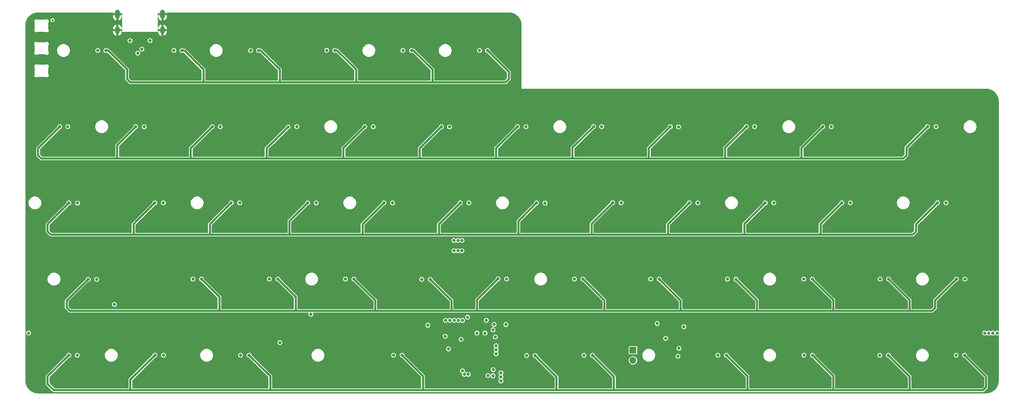
<source format=gbr>
%TF.GenerationSoftware,KiCad,Pcbnew,(7.0.0)*%
%TF.CreationDate,2023-09-15T12:32:04+02:00*%
%TF.ProjectId,vanagon topre,76616e61-676f-46e2-9074-6f7072652e6b,rev?*%
%TF.SameCoordinates,Original*%
%TF.FileFunction,Copper,L2,Inr*%
%TF.FilePolarity,Positive*%
%FSLAX46Y46*%
G04 Gerber Fmt 4.6, Leading zero omitted, Abs format (unit mm)*
G04 Created by KiCad (PCBNEW (7.0.0)) date 2023-09-15 12:32:04*
%MOMM*%
%LPD*%
G01*
G04 APERTURE LIST*
%TA.AperFunction,ComponentPad*%
%ADD10R,1.700000X1.700000*%
%TD*%
%TA.AperFunction,ComponentPad*%
%ADD11O,1.700000X1.700000*%
%TD*%
%TA.AperFunction,ComponentPad*%
%ADD12O,1.200000X2.250000*%
%TD*%
%TA.AperFunction,ComponentPad*%
%ADD13O,1.200000X1.850000*%
%TD*%
%TA.AperFunction,ViaPad*%
%ADD14C,0.800000*%
%TD*%
%TA.AperFunction,ViaPad*%
%ADD15C,0.620000*%
%TD*%
%TA.AperFunction,ViaPad*%
%ADD16C,0.600000*%
%TD*%
%TA.AperFunction,Conductor*%
%ADD17C,0.500000*%
%TD*%
G04 APERTURE END LIST*
D10*
%TO.N,VBAT*%
%TO.C,SW1*%
X180181249Y-133662499D03*
D11*
%TO.N,BOOT0*%
X180181249Y-136202499D03*
%TD*%
D12*
%TO.N,GND*%
%TO.C,J3*%
X51529999Y-49649999D03*
D13*
X51529999Y-53649999D03*
D12*
X62769999Y-49649999D03*
D13*
X62769999Y-53649999D03*
%TD*%
D14*
%TO.N,*%
X50800000Y-122237500D03*
%TO.N,GND*%
X73025000Y-90297000D03*
X181784186Y-124742241D03*
X130692326Y-128558402D03*
X137572029Y-142288666D03*
X142494000Y-86868000D03*
X187325000Y-128587500D03*
X84455000Y-106045000D03*
X130683000Y-134493000D03*
X199644000Y-84074000D03*
X130556000Y-90170000D03*
X129016957Y-139313985D03*
X130556000Y-103378000D03*
X123317000Y-103505000D03*
X65405000Y-106045000D03*
X129033002Y-141191231D03*
X119871686Y-124742241D03*
X212740436Y-124742241D03*
X53196686Y-124742241D03*
X75819000Y-90297000D03*
X40513000Y-127000000D03*
X104655601Y-83944962D03*
X106045000Y-103505000D03*
X101219000Y-65278000D03*
X130556000Y-97028000D03*
X125857000Y-106045000D03*
X43815000Y-84455000D03*
X129396686Y-124742241D03*
X130713297Y-131550693D03*
X40640000Y-69342000D03*
X119380000Y-65278000D03*
X37084000Y-69342000D03*
X106045000Y-106045000D03*
X127015436Y-124742241D03*
X126619000Y-97155000D03*
X196088000Y-127254000D03*
X140843000Y-112014000D03*
X92202000Y-90170000D03*
X68707000Y-82042000D03*
X124524826Y-86976027D03*
X40496686Y-124742241D03*
X216154000Y-86614000D03*
X221488000Y-127127000D03*
X62738000Y-127000000D03*
X126238000Y-142621000D03*
X93024459Y-129662503D03*
X216154000Y-84074000D03*
X184165436Y-124742241D03*
X147637500Y-103187500D03*
X153209186Y-124742241D03*
X220218000Y-105918000D03*
X230996686Y-124742241D03*
X142767073Y-139807927D03*
X103202936Y-124742241D03*
X217502936Y-124742241D03*
X116840000Y-65278000D03*
X42877936Y-124742241D03*
X110346686Y-124742241D03*
X178943000Y-84201000D03*
X71128172Y-128570780D03*
X35179000Y-66421000D03*
X217678000Y-103378000D03*
X228615436Y-124742241D03*
X68707000Y-84582000D03*
X98425000Y-87122000D03*
X82042000Y-67818000D03*
X95250000Y-87122000D03*
X35052000Y-70231000D03*
X105584186Y-124742241D03*
X160274000Y-127254000D03*
X256381250Y-128587500D03*
X212725000Y-127381000D03*
X140843000Y-109728000D03*
X79502000Y-65278000D03*
X135255000Y-67818000D03*
X124634186Y-124742241D03*
X241300000Y-127254000D03*
X150368000Y-103251000D03*
X191309186Y-124742241D03*
X172259186Y-124742241D03*
X141287500Y-134937500D03*
X237617000Y-105918000D03*
X65405000Y-82042000D03*
X67437000Y-127000000D03*
X108077000Y-87122000D03*
X137795000Y-67818000D03*
X68707000Y-69469000D03*
X46355000Y-84455000D03*
X49530000Y-103378000D03*
X235966000Y-86614000D03*
X238506000Y-86614000D03*
X155590436Y-124742241D03*
X135255000Y-65278000D03*
X226234186Y-124742241D03*
X57150000Y-103378000D03*
X60960000Y-65278000D03*
X126619000Y-92456000D03*
X159385000Y-142113000D03*
X124524826Y-83801027D03*
X197104000Y-86614000D03*
X200834186Y-124742241D03*
X122252936Y-124742241D03*
X163957000Y-105918000D03*
X140843000Y-119761000D03*
X163957000Y-103378000D03*
X60325000Y-127000000D03*
X147652936Y-124742241D03*
X142890436Y-124742241D03*
X177021686Y-124742241D03*
X238887000Y-127254000D03*
X43434000Y-66548000D03*
X226187000Y-127127000D03*
X60977995Y-69177863D03*
X200787000Y-127254000D03*
X46355000Y-86995000D03*
X91296686Y-124742241D03*
X93677936Y-124742241D03*
X83080417Y-84114370D03*
X81788000Y-127254000D03*
X241315436Y-124742241D03*
D15*
X37100000Y-51152500D03*
D14*
X126746000Y-108077000D03*
X89027000Y-87122000D03*
X70485000Y-86995000D03*
X126619000Y-94615000D03*
X115062000Y-127381000D03*
X101480601Y-83944962D03*
D15*
X29875000Y-51152500D03*
D14*
X130556000Y-101600000D03*
X32893000Y-142748000D03*
X174117000Y-142081250D03*
X123317000Y-106045000D03*
X161417000Y-84328000D03*
X49530000Y-105918000D03*
X49532813Y-128598196D03*
X183007000Y-103378000D03*
X231013000Y-127254000D03*
X73025000Y-86995000D03*
X78994000Y-86995000D03*
X68707000Y-77216000D03*
X240157000Y-105918000D03*
X196071686Y-124742241D03*
X98440436Y-124742241D03*
X63119000Y-69215000D03*
D15*
X37100000Y-62417500D03*
D14*
X238506000Y-84074000D03*
X150368000Y-106426000D03*
X57959186Y-124742241D03*
X148463000Y-128524000D03*
X174640436Y-124742241D03*
D15*
X29875000Y-56785000D03*
D14*
X62865000Y-87122000D03*
X43434000Y-69342000D03*
X53213000Y-127000000D03*
X245999000Y-127254000D03*
X52451000Y-65278000D03*
X134143750Y-130968750D03*
X53975000Y-103378000D03*
X88915436Y-124742241D03*
X199517000Y-105918000D03*
X161417000Y-105918000D03*
X189323743Y-127000487D03*
X199517000Y-103378000D03*
X142494000Y-84328000D03*
X117856000Y-87122000D03*
X77089000Y-127254000D03*
X77575445Y-128598196D03*
X197104000Y-84074000D03*
X87757000Y-142748000D03*
X45259186Y-124742241D03*
X125857000Y-103505000D03*
X183007000Y-105918000D03*
X62865000Y-84582000D03*
X65405000Y-84582000D03*
X67484186Y-124742241D03*
X236243016Y-127624810D03*
X169877936Y-124742241D03*
X181483000Y-86741000D03*
X112727936Y-124742241D03*
X147637500Y-106362500D03*
X77009186Y-124742241D03*
X68707000Y-79502000D03*
X104648000Y-90170000D03*
X111918750Y-128587500D03*
X42926000Y-127000000D03*
X180467000Y-105918000D03*
D15*
X37100000Y-62417500D03*
X29875000Y-51152500D03*
D14*
X55653979Y-59080896D03*
X221471686Y-124742241D03*
X133223000Y-103505000D03*
X210359186Y-124742241D03*
X50815436Y-124742241D03*
X47640436Y-124742241D03*
X114427000Y-87122000D03*
X248539000Y-127254000D03*
X59055000Y-59088750D03*
X119888000Y-127381000D03*
X235759186Y-124742241D03*
X238934186Y-124742241D03*
X130556000Y-92456000D03*
X57912000Y-127000000D03*
X98679000Y-67818000D03*
X86995000Y-103505000D03*
X145271686Y-124742241D03*
X79502000Y-67818000D03*
X67056000Y-89408000D03*
X132588000Y-108839000D03*
X89154000Y-90170000D03*
X127000000Y-127254000D03*
X86995000Y-106045000D03*
X74676000Y-127254000D03*
X36703000Y-142748000D03*
X160352936Y-124742241D03*
X119380000Y-67818000D03*
X161417000Y-86868000D03*
X100821686Y-124742241D03*
X86534186Y-124742241D03*
X142875000Y-122428000D03*
X59687000Y-61118750D03*
X133350000Y-138049000D03*
X178943000Y-86741000D03*
X162941000Y-142113000D03*
X86255417Y-86995000D03*
X138938000Y-106172000D03*
D15*
X29875000Y-62417500D03*
D14*
X161417000Y-103378000D03*
X92202000Y-87122000D03*
X167496686Y-124742241D03*
X147656277Y-131481250D03*
X65405000Y-87122000D03*
X121349826Y-83801027D03*
X103505000Y-106045000D03*
X126619000Y-67818000D03*
X90932000Y-126492000D03*
X62992000Y-65278000D03*
X55626000Y-127000000D03*
X47625000Y-127000000D03*
X126619000Y-101600000D03*
X108077000Y-90170000D03*
X55577936Y-124742241D03*
X165115436Y-124742241D03*
X75819000Y-86995000D03*
X157988000Y-127254000D03*
X46990000Y-103378000D03*
X130556000Y-94615000D03*
X180467000Y-103378000D03*
X115109186Y-124742241D03*
X130556000Y-99314000D03*
X210441976Y-127243260D03*
X68707000Y-67564000D03*
X114300000Y-90170000D03*
X128651000Y-86995000D03*
X202057000Y-105918000D03*
X177038000Y-142081250D03*
X186546686Y-124742241D03*
X203200000Y-127254000D03*
X237617000Y-103378000D03*
X266700000Y-88106250D03*
X98679000Y-65278000D03*
X228600000Y-127127000D03*
X205596686Y-124742241D03*
X146833514Y-129397867D03*
X65405000Y-103505000D03*
X32543750Y-71437500D03*
X111379000Y-87122000D03*
X57531000Y-65659000D03*
X86255417Y-84114370D03*
X248459186Y-124742241D03*
X139954000Y-86868000D03*
X126619000Y-99314000D03*
X207977936Y-124742241D03*
X103505000Y-103505000D03*
X67945000Y-103505000D03*
X72263000Y-127127000D03*
X101219000Y-67818000D03*
X218694000Y-84074000D03*
X95250000Y-90170000D03*
X217551000Y-127254000D03*
X218694000Y-86614000D03*
X69865436Y-124742241D03*
D15*
X29875000Y-56785000D03*
D14*
X246077936Y-124742241D03*
X134239000Y-110109000D03*
X128397000Y-83820000D03*
X218225500Y-128587500D03*
X83080417Y-86995000D03*
X129286000Y-142621000D03*
X250825000Y-127254000D03*
X37101630Y-54199602D03*
X202057000Y-103378000D03*
X124587000Y-90170000D03*
X215121686Y-124742241D03*
X101480601Y-87119962D03*
X243696686Y-124742241D03*
X74627936Y-124742241D03*
X81771686Y-124742241D03*
X124641410Y-127264270D03*
X96059186Y-124742241D03*
X223852936Y-124742241D03*
X181483000Y-84201000D03*
X157971686Y-124742241D03*
X193690436Y-124742241D03*
X199644000Y-86614000D03*
X152908000Y-103378000D03*
X70231000Y-90297000D03*
X56642000Y-142748000D03*
X59182000Y-69159697D03*
X130937000Y-86995000D03*
X158877000Y-86868000D03*
X139954000Y-84328000D03*
X86487000Y-127254000D03*
X240157000Y-103378000D03*
X92680732Y-124674500D03*
X217678000Y-105918000D03*
X43815000Y-86995000D03*
X84152936Y-124742241D03*
X159543750Y-128587500D03*
X95123000Y-136779000D03*
X116840000Y-67818000D03*
D15*
X29875000Y-62417500D03*
D14*
X188927936Y-124742241D03*
X253221686Y-124742241D03*
X137795000Y-65278000D03*
X208026000Y-127254000D03*
X84455000Y-103505000D03*
X121349826Y-86976027D03*
X107965436Y-124742241D03*
X131777936Y-124742241D03*
X50800000Y-127000000D03*
X86233000Y-90170000D03*
X60996161Y-71157940D03*
X235966000Y-84074000D03*
X46990000Y-105918000D03*
X220218000Y-103378000D03*
X82042000Y-65278000D03*
X72246686Y-124742241D03*
X65405000Y-79502000D03*
X203215436Y-124742241D03*
X52324000Y-71120000D03*
X40640000Y-66548000D03*
X68722701Y-71437500D03*
X233377936Y-124742241D03*
X124333000Y-67818000D03*
X67945000Y-106045000D03*
X140462000Y-107188000D03*
X62721686Y-124742241D03*
X52959000Y-142748000D03*
X111379000Y-90170000D03*
X205613000Y-127254000D03*
X179402936Y-124742241D03*
X45212000Y-127000000D03*
D15*
X37100000Y-51152500D03*
D14*
X60340436Y-124742241D03*
X104655601Y-87119962D03*
X250840436Y-124742241D03*
%TO.N,ROW0*%
X67648225Y-58737500D03*
X134493000Y-126191741D03*
X143874401Y-58747746D03*
X86757503Y-58724331D03*
X135514854Y-106200500D03*
X48649298Y-58737499D03*
X124929108Y-58720208D03*
X105777884Y-58720208D03*
X135509000Y-108799500D03*
%TO.N,COL0*%
X41582957Y-96860554D03*
X39127580Y-77772690D03*
X46635844Y-58737499D03*
X41532725Y-134918567D03*
X46355303Y-115955023D03*
%TO.N,COL1*%
X58217004Y-77813436D03*
X65630929Y-58749027D03*
X63022853Y-134927213D03*
X63005962Y-96849027D03*
X70379459Y-115871849D03*
%TO.N,COL2*%
X89465682Y-115870208D03*
X82288991Y-134902917D03*
X84774789Y-58735859D03*
X82061445Y-96837500D03*
X77202641Y-77787499D03*
%TO.N,COL3*%
X96292024Y-77761563D03*
X101142185Y-96860554D03*
X103754824Y-58685626D03*
X99824482Y-124674500D03*
X108437432Y-115880495D03*
%TO.N,COL4*%
X120439224Y-134901276D03*
X127474942Y-115932368D03*
X115362962Y-77803150D03*
X122785011Y-58720208D03*
X120176975Y-96853149D03*
%TO.N,COL5*%
X134391067Y-77813436D03*
X153661931Y-134977445D03*
X139219130Y-96837499D03*
X141907058Y-58737499D03*
X148665196Y-115845913D03*
%TO.N,ROW1*%
X132393944Y-77761563D03*
X113236156Y-77785859D03*
X136508503Y-108799500D03*
X136514357Y-106200500D03*
X94139281Y-77839373D03*
X189495115Y-77797786D03*
X135584302Y-126191741D03*
X227532152Y-77787499D03*
X75205518Y-77787499D03*
X37144866Y-77807272D03*
X170365218Y-77787500D03*
X151353644Y-77787499D03*
X208467224Y-77789140D03*
X253679673Y-77754558D03*
X56116134Y-77787499D03*
%TO.N,COL6*%
X165599800Y-115871849D03*
X158249439Y-96870441D03*
X153480451Y-77787499D03*
X167960477Y-134920209D03*
%TO.N,COL7*%
X184596286Y-115870208D03*
X177233637Y-96814445D03*
X172388278Y-77761563D03*
X186245500Y-127000000D03*
%TO.N,COL8*%
X201384873Y-134904558D03*
X191544111Y-77823723D03*
X196369130Y-96837500D03*
X203751673Y-115904791D03*
%TO.N,COL9*%
X222862633Y-134914845D03*
X222817323Y-115870209D03*
X210542157Y-77754558D03*
X215326911Y-96849027D03*
%TO.N,COL10*%
X229671927Y-77787499D03*
X241848270Y-115870209D03*
X241798159Y-134920208D03*
X234423021Y-96837500D03*
%TO.N,COL11*%
X263025479Y-115879815D03*
X191393857Y-135185820D03*
X260837192Y-134912524D03*
X255806480Y-77771849D03*
X191674500Y-133188114D03*
X258312931Y-96816086D03*
%TO.N,ROW2*%
X194242323Y-96820209D03*
X137508006Y-108799500D03*
X156122632Y-96853150D03*
X175106830Y-96797154D03*
X118050168Y-96835858D03*
X213200104Y-96831736D03*
X79934638Y-96820209D03*
X137092323Y-96820208D03*
X232296214Y-96820209D03*
X256186124Y-96798795D03*
X136652000Y-126191741D03*
X99015378Y-96843263D03*
X39456150Y-96843263D03*
X60879155Y-96831736D03*
X137513860Y-106200500D03*
%TO.N,ROW3*%
X91592489Y-115887499D03*
X224944130Y-115887500D03*
X167726607Y-115889140D03*
X129601749Y-115949659D03*
X186723093Y-115887499D03*
X146538389Y-115828622D03*
X205878480Y-115922082D03*
X72506266Y-115889140D03*
X260898672Y-115862524D03*
X243975077Y-115887500D03*
X133425211Y-126191741D03*
X110564239Y-115897786D03*
X44228496Y-115937732D03*
%TO.N,ROW4*%
X243924966Y-134937499D03*
X262963999Y-134929815D03*
X145542000Y-127254000D03*
X148463000Y-127254000D03*
X137668000Y-126238000D03*
X143599355Y-126191741D03*
X39405918Y-134901276D03*
X122566031Y-134918567D03*
X84415798Y-134920208D03*
X155788738Y-134994736D03*
X60896046Y-134909922D03*
X203511680Y-134921849D03*
X170087284Y-134937500D03*
X224989440Y-134932136D03*
%TO.N,VBAT*%
X137628225Y-138797732D03*
X143262000Y-129381250D03*
X145840027Y-130370204D03*
X138906250Y-125412500D03*
X188341000Y-130683000D03*
X92075000Y-131762500D03*
X141287500Y-129381250D03*
X145304807Y-138521768D03*
X137287000Y-130937000D03*
%TO.N,APLEX_OUT_PIN_0*%
X129007714Y-127420214D03*
X192881250Y-127793750D03*
%TO.N,VCC*%
X59690000Y-56261000D03*
X54700000Y-56261000D03*
%TO.N,APLEX_EN_PIN_1*%
X145256250Y-128587500D03*
X133350000Y-130175000D03*
%TO.N,D-*%
X57646247Y-58398253D03*
X56600574Y-59401776D03*
%TO.N,AMUX_SEL_2*%
X146050000Y-132556250D03*
X147248095Y-139310595D03*
%TO.N,AMUX_SEL_1*%
X146062548Y-133568301D03*
X147244161Y-140331260D03*
%TO.N,AMUX_SEL_0*%
X147242753Y-141387315D03*
X146040758Y-134567566D03*
%TO.N,ARGB_3V3*%
X29368750Y-129381250D03*
X134143750Y-133350000D03*
D16*
%TO.N,unconnected-(LED3-DOUT-Pad2)*%
X35325000Y-51152500D03*
X35325000Y-51152500D03*
D14*
%TO.N,ENC1*%
X268969747Y-129381250D03*
X143983244Y-139999500D03*
%TO.N,ENC2*%
X139119948Y-139705878D03*
X269969250Y-129381250D03*
%TO.N,SW1*%
X145256250Y-140056086D03*
X267970244Y-129381250D03*
%TO.N,SW2*%
X271062500Y-129381250D03*
X138112500Y-139700000D03*
%TD*%
D17*
%TO.N,ROW0*%
X148431250Y-66675000D02*
X130175000Y-66675000D01*
X149225000Y-64098346D02*
X149225000Y-65881250D01*
X130175000Y-63500000D02*
X130175000Y-66675000D01*
X86757503Y-58724331D02*
X87299331Y-58724331D01*
X68262500Y-58737500D02*
X73025000Y-63500000D01*
X124929108Y-58720208D02*
X125395208Y-58720208D01*
X92075000Y-63500000D02*
X92075000Y-66675000D01*
X77787500Y-66675000D02*
X92075000Y-66675000D01*
X105777884Y-58720208D02*
X106345208Y-58720208D01*
X125395208Y-58720208D02*
X130175000Y-63500000D01*
X73818750Y-66675000D02*
X77787500Y-66675000D01*
X95250000Y-66675000D02*
X111125000Y-66675000D01*
X53975000Y-63500000D02*
X53975000Y-65881250D01*
X48649298Y-58737499D02*
X49212499Y-58737499D01*
X106345208Y-58720208D02*
X111125000Y-63500000D01*
X54768750Y-66675000D02*
X53975000Y-65881250D01*
X114300000Y-66675000D02*
X130175000Y-66675000D01*
X67648225Y-58737500D02*
X68262500Y-58737500D01*
X73025000Y-63500000D02*
X73025000Y-66675000D01*
X73025000Y-66675000D02*
X73818750Y-66675000D01*
X73818750Y-66675000D02*
X54768750Y-66675000D01*
X143874401Y-58747746D02*
X149225000Y-64098346D01*
X148431250Y-66675000D02*
X149225000Y-65881250D01*
X111125000Y-66675000D02*
X114300000Y-66675000D01*
X87299331Y-58724331D02*
X92075000Y-63500000D01*
X92075000Y-66675000D02*
X95250000Y-66675000D01*
X111125000Y-63500000D02*
X111125000Y-66675000D01*
X49212499Y-58737499D02*
X53975000Y-63500000D01*
%TO.N,COL2*%
X82254408Y-134937500D02*
X82288991Y-134902917D01*
%TO.N,ROW1*%
X219075000Y-85725000D02*
X222250000Y-85725000D01*
X165100000Y-83052718D02*
X165351359Y-82801359D01*
X248443750Y-84931250D02*
X248443750Y-82990480D01*
X51593750Y-85725000D02*
X52387500Y-85725000D01*
X184150000Y-83142900D02*
X184843325Y-82449575D01*
X142875000Y-85725000D02*
X146050000Y-85725000D01*
X127793750Y-85725000D02*
X142875000Y-85725000D01*
X219594651Y-85725000D02*
X219075000Y-85725000D01*
X222250000Y-85725000D02*
X222250000Y-83069650D01*
X248443750Y-82990480D02*
X253679673Y-77754558D01*
X200531364Y-85725000D02*
X200025000Y-85725000D01*
X88767452Y-83211202D02*
X88767452Y-85592452D01*
X75205518Y-77787499D02*
X70146509Y-82846509D01*
X65793861Y-85725000D02*
X65794250Y-85724611D01*
X170365218Y-77787500D02*
X165351359Y-82801359D01*
X86518750Y-85725000D02*
X88900000Y-85725000D01*
X181567901Y-85725000D02*
X180975000Y-85725000D01*
X127000000Y-85725000D02*
X127000000Y-83155506D01*
X65794639Y-85725000D02*
X69850000Y-85725000D01*
X189495115Y-77797786D02*
X184843325Y-82449575D01*
X56116134Y-77787499D02*
X51473691Y-82429941D01*
X51473691Y-82429941D02*
X51473691Y-85604941D01*
X69850000Y-83143018D02*
X69850000Y-85725000D01*
X146050000Y-85725000D02*
X161925000Y-85725000D01*
X203200000Y-85725000D02*
X219075000Y-85725000D01*
X203200000Y-83056364D02*
X208467224Y-77789140D01*
X162427718Y-85725000D02*
X161925000Y-85725000D01*
X51473691Y-85604941D02*
X51593750Y-85725000D01*
X222250000Y-85725000D02*
X247650000Y-85725000D01*
X146050000Y-85725000D02*
X146050000Y-83091142D01*
X31750000Y-84931250D02*
X31750000Y-83202138D01*
X200025000Y-85725000D02*
X203200000Y-85725000D01*
X203200000Y-85725000D02*
X203200000Y-83056364D01*
X165100000Y-83343750D02*
X165100000Y-84137500D01*
X247650000Y-85725000D02*
X248443750Y-84931250D01*
X65794250Y-85724611D02*
X65794639Y-85725000D01*
X88767452Y-85592452D02*
X88900000Y-85725000D01*
X31750000Y-84931250D02*
X32543750Y-85725000D01*
X94139281Y-77839373D02*
X88767452Y-83211202D01*
X165100000Y-84137500D02*
X165100000Y-83052718D01*
X70146509Y-82846509D02*
X69850000Y-83143018D01*
X32543750Y-85725000D02*
X52387500Y-85725000D01*
X107156250Y-85725000D02*
X127793750Y-85725000D01*
X184150000Y-85725000D02*
X200025000Y-85725000D01*
X107156250Y-85725000D02*
X107950000Y-85725000D01*
X69850000Y-85725000D02*
X86518750Y-85725000D01*
X143416143Y-85725000D02*
X142875000Y-85725000D01*
X180975000Y-85725000D02*
X184150000Y-85725000D01*
X88900000Y-85725000D02*
X107156250Y-85725000D01*
X107950000Y-85725000D02*
X107950000Y-83072014D01*
X146050000Y-83091142D02*
X151353644Y-77787499D01*
X127000000Y-83155506D02*
X132393944Y-77761563D01*
X127000000Y-85725000D02*
X127793750Y-85725000D01*
X31750000Y-83202138D02*
X37144866Y-77807272D01*
X165100000Y-85725000D02*
X180975000Y-85725000D01*
X52387500Y-85725000D02*
X65793861Y-85725000D01*
X161925000Y-85725000D02*
X165100000Y-85725000D01*
X107950000Y-83072014D02*
X113236156Y-77785859D01*
X184150000Y-85725000D02*
X184150000Y-83142900D01*
X222250000Y-83069650D02*
X227532152Y-77787499D01*
X165100000Y-84137500D02*
X165100000Y-85725000D01*
%TO.N,ROW2*%
X194242323Y-96820209D02*
X188912500Y-102150032D01*
X55562500Y-103187500D02*
X55562500Y-102148390D01*
X94456250Y-104775000D02*
X111918750Y-104775000D01*
X34925000Y-104775000D02*
X34131250Y-103981250D01*
X51593750Y-104775000D02*
X34925000Y-104775000D01*
X169862500Y-102041484D02*
X169862500Y-104775000D01*
X74612500Y-104775000D02*
X74612500Y-102142346D01*
X250031250Y-104775000D02*
X250825000Y-103981250D01*
X34131250Y-103981250D02*
X34131250Y-102168162D01*
X55562500Y-104775000D02*
X71437500Y-104775000D01*
X227012500Y-102103923D02*
X227012500Y-104775000D01*
X112712500Y-102173526D02*
X112712500Y-104775000D01*
X131762500Y-104775000D02*
X150812500Y-104775000D01*
X34131250Y-102168162D02*
X39456150Y-96843263D01*
X71979847Y-104775000D02*
X71437500Y-104775000D01*
X71437500Y-104775000D02*
X74612500Y-104775000D01*
X175106830Y-96797154D02*
X169862500Y-102041484D01*
X188912500Y-104775000D02*
X207962500Y-104775000D01*
X250825000Y-102159919D02*
X250825000Y-103981250D01*
X60879155Y-96831736D02*
X56233570Y-101477320D01*
X151606250Y-104775000D02*
X169862500Y-104775000D01*
X156122632Y-96853150D02*
X152284766Y-100691016D01*
X207962500Y-104775000D02*
X227012500Y-104775000D01*
X207962500Y-102069340D02*
X207962500Y-104775000D01*
X52935891Y-104775000D02*
X51593750Y-104775000D01*
X94456250Y-101402391D02*
X94456250Y-104775000D01*
X188912500Y-102150032D02*
X188912500Y-104775000D01*
X55562500Y-103187500D02*
X55562500Y-104775000D01*
X151606250Y-101369532D02*
X152284766Y-100691016D01*
X74612500Y-102142346D02*
X79934638Y-96820209D01*
X99015378Y-96843263D02*
X94456250Y-101402391D01*
X74612500Y-104775000D02*
X94456250Y-104775000D01*
X169862500Y-104775000D02*
X188912500Y-104775000D01*
X51593750Y-104775000D02*
X55562500Y-104775000D01*
X151606250Y-104775000D02*
X151606250Y-101369532D01*
X213200104Y-96831736D02*
X207962500Y-102069340D01*
X227012500Y-104775000D02*
X250031250Y-104775000D01*
X232296214Y-96820209D02*
X227012500Y-102103923D01*
X118050168Y-96835858D02*
X112712500Y-102173526D01*
X256186124Y-96798795D02*
X250825000Y-102159919D01*
X131762500Y-102150031D02*
X131762500Y-104775000D01*
X55562500Y-102148390D02*
X56233570Y-101477320D01*
X55562500Y-102393750D02*
X55562500Y-103187500D01*
X112712500Y-104775000D02*
X111918750Y-104775000D01*
X112712500Y-104775000D02*
X131762500Y-104775000D01*
X137092323Y-96820208D02*
X131762500Y-102150031D01*
X150812500Y-104775000D02*
X151606250Y-104775000D01*
%TO.N,ROW3*%
X186723093Y-115887499D02*
X192087500Y-121251906D01*
X249237500Y-121149923D02*
X249237500Y-123825000D01*
X38893750Y-121272478D02*
X38893750Y-123031250D01*
X205878480Y-115922082D02*
X211137500Y-121181102D01*
X243975077Y-115887500D02*
X249237500Y-121149923D01*
X211137500Y-121181102D02*
X211137500Y-123825000D01*
X254793750Y-123825000D02*
X255587500Y-123031250D01*
X72506266Y-115889140D02*
X76993750Y-120376624D01*
X110564239Y-115897786D02*
X115887500Y-121221047D01*
X173037500Y-123825000D02*
X192087500Y-123825000D01*
X96043750Y-123825000D02*
X115093750Y-123825000D01*
X129601749Y-115949659D02*
X134937500Y-121285410D01*
X230187500Y-121130870D02*
X230187500Y-123825000D01*
X255587500Y-121173696D02*
X255587500Y-123031250D01*
X134937500Y-123825000D02*
X141287500Y-123825000D01*
X249237500Y-123825000D02*
X254793750Y-123825000D01*
X134937500Y-121285410D02*
X134937500Y-123825000D01*
X173037500Y-121200033D02*
X173037500Y-123825000D01*
X224944130Y-115887500D02*
X230187500Y-121130870D01*
X96043750Y-120338760D02*
X96043750Y-123825000D01*
X38893750Y-123031250D02*
X39687500Y-123825000D01*
X91592489Y-115887499D02*
X96043750Y-120338760D01*
X230187500Y-123825000D02*
X249237500Y-123825000D01*
X146538389Y-115828622D02*
X141287500Y-121079511D01*
X211137500Y-123825000D02*
X230187500Y-123825000D01*
X110564239Y-115897786D02*
X115093750Y-120427297D01*
X115887500Y-121221047D02*
X115887500Y-123825000D01*
X76993750Y-123825000D02*
X96043750Y-123825000D01*
X153987500Y-123825000D02*
X173037500Y-123825000D01*
X115093750Y-123825000D02*
X115887500Y-123825000D01*
X192087500Y-123825000D02*
X211137500Y-123825000D01*
X44228496Y-115937732D02*
X38893750Y-121272478D01*
X141287500Y-121079511D02*
X141287500Y-123825000D01*
X141287500Y-123825000D02*
X153987500Y-123825000D01*
X167726607Y-115889140D02*
X173037500Y-121200033D01*
X260898672Y-115862524D02*
X255587500Y-121173696D01*
X115887500Y-123825000D02*
X134937500Y-123825000D01*
X76993750Y-120376624D02*
X76993750Y-123825000D01*
X39687500Y-123825000D02*
X76993750Y-123825000D01*
X192087500Y-121251906D02*
X192087500Y-123825000D01*
%TO.N,ROW4*%
X243924966Y-134937499D02*
X249237500Y-140250033D01*
X208756250Y-143668750D02*
X230187500Y-143668750D01*
X127793750Y-140146286D02*
X127793750Y-143668750D01*
X224989440Y-134932136D02*
X230187500Y-140130196D01*
X203511680Y-134921849D02*
X208756250Y-140166419D01*
X34131250Y-140175944D02*
X34131250Y-142081250D01*
X89693750Y-140198160D02*
X89693750Y-143668750D01*
X39405918Y-134901276D02*
X34131250Y-140175944D01*
X60896046Y-134909922D02*
X54768750Y-141037218D01*
X127793750Y-143668750D02*
X161131250Y-143668750D01*
X161131250Y-143668750D02*
X175418750Y-143668750D01*
X262963999Y-134929815D02*
X268287500Y-140253316D01*
X161131250Y-140337248D02*
X161131250Y-143668750D01*
X175418750Y-143668750D02*
X208756250Y-143668750D01*
X230187500Y-140130196D02*
X230187500Y-143668750D01*
X175418750Y-140268966D02*
X175418750Y-143668750D01*
X267493750Y-143668750D02*
X254000000Y-143668750D01*
X35718750Y-143668750D02*
X54768750Y-143668750D01*
X249237500Y-140250033D02*
X249237500Y-143668750D01*
X170087284Y-134937500D02*
X175418750Y-140268966D01*
X254000000Y-143668750D02*
X254793750Y-143668750D01*
X230187500Y-143668750D02*
X250031250Y-143668750D01*
X122566031Y-134918567D02*
X127793750Y-140146286D01*
X34131250Y-142081250D02*
X35718750Y-143668750D01*
X268287500Y-140253316D02*
X268287500Y-142875000D01*
X54768750Y-143668750D02*
X89693750Y-143668750D01*
X54768750Y-141037218D02*
X54768750Y-143668750D01*
X250031250Y-143668750D02*
X254000000Y-143668750D01*
X89693750Y-143668750D02*
X127793750Y-143668750D01*
X84415798Y-134920208D02*
X89693750Y-140198160D01*
X155788738Y-134994736D02*
X161131250Y-140337248D01*
X268287500Y-142875000D02*
X267493750Y-143668750D01*
X208756250Y-140166419D02*
X208756250Y-143668750D01*
%TD*%
%TA.AperFunction,Conductor*%
%TO.N,GND*%
G36*
X50426632Y-49216368D02*
G01*
X50430000Y-49224500D01*
X50430000Y-49397713D01*
X50430669Y-49399330D01*
X50432287Y-49400000D01*
X52627713Y-49400000D01*
X52629330Y-49399330D01*
X52630000Y-49397713D01*
X52630000Y-49224500D01*
X52633368Y-49216368D01*
X52641500Y-49213000D01*
X52674292Y-49213000D01*
X52680043Y-49214541D01*
X52684253Y-49218753D01*
X52685791Y-49224502D01*
X52684574Y-52387400D01*
X52683970Y-53958930D01*
X52683925Y-54074850D01*
X52683884Y-54074950D01*
X52683924Y-54075049D01*
X52683925Y-54075049D01*
X52684042Y-54075333D01*
X52684425Y-54075491D01*
X52684524Y-54075450D01*
X61624955Y-54075450D01*
X61625054Y-54075491D01*
X61625437Y-54075333D01*
X61625554Y-54075049D01*
X61625553Y-54075049D01*
X61625595Y-54074950D01*
X61625554Y-54074850D01*
X61625566Y-54027131D01*
X61670000Y-54027131D01*
X61670025Y-54027674D01*
X61684912Y-54183578D01*
X61685119Y-54184649D01*
X61743997Y-54385168D01*
X61744397Y-54386168D01*
X61840162Y-54571927D01*
X61840746Y-54572836D01*
X61969938Y-54737117D01*
X61970679Y-54737893D01*
X62128620Y-54874751D01*
X62129510Y-54875384D01*
X62310490Y-54979872D01*
X62311484Y-54980326D01*
X62508962Y-55048675D01*
X62510028Y-55048934D01*
X62518363Y-55050132D01*
X62519636Y-55049949D01*
X62520000Y-55048714D01*
X62520000Y-55044512D01*
X63020000Y-55044512D01*
X63020389Y-55045763D01*
X63021697Y-55045846D01*
X63130875Y-55019359D01*
X63131911Y-55019001D01*
X63322009Y-54932187D01*
X63322941Y-54931648D01*
X63493176Y-54810424D01*
X63494004Y-54809707D01*
X63638212Y-54658465D01*
X63638891Y-54657602D01*
X63751867Y-54481807D01*
X63752372Y-54480829D01*
X63830039Y-54286825D01*
X63830347Y-54285776D01*
X63869895Y-54080578D01*
X63870000Y-54079487D01*
X63870000Y-53902287D01*
X63869330Y-53900669D01*
X63867713Y-53900000D01*
X63022287Y-53900000D01*
X63020669Y-53900669D01*
X63020000Y-53902287D01*
X63020000Y-55044512D01*
X62520000Y-55044512D01*
X62520000Y-53902287D01*
X62519330Y-53900669D01*
X62517713Y-53900000D01*
X61672287Y-53900000D01*
X61670669Y-53900669D01*
X61670000Y-53902287D01*
X61670000Y-54027131D01*
X61625566Y-54027131D01*
X61625727Y-53397713D01*
X61670000Y-53397713D01*
X61670669Y-53399330D01*
X61672287Y-53400000D01*
X62517713Y-53400000D01*
X62519330Y-53399330D01*
X62520000Y-53397713D01*
X63020000Y-53397713D01*
X63020669Y-53399330D01*
X63022287Y-53400000D01*
X63867713Y-53400000D01*
X63869330Y-53399330D01*
X63870000Y-53397713D01*
X63870000Y-53272869D01*
X63869974Y-53272325D01*
X63855087Y-53116421D01*
X63854880Y-53115350D01*
X63796002Y-52914831D01*
X63795602Y-52913831D01*
X63699837Y-52728072D01*
X63699253Y-52727163D01*
X63570061Y-52562882D01*
X63569320Y-52562106D01*
X63411379Y-52425248D01*
X63410489Y-52424615D01*
X63229509Y-52320127D01*
X63228515Y-52319673D01*
X63031037Y-52251324D01*
X63029971Y-52251065D01*
X63021636Y-52249867D01*
X63020363Y-52250050D01*
X63020000Y-52251286D01*
X63020000Y-53397713D01*
X62520000Y-53397713D01*
X62520000Y-52255488D01*
X62519610Y-52254236D01*
X62518302Y-52254153D01*
X62409124Y-52280640D01*
X62408088Y-52280998D01*
X62217990Y-52367812D01*
X62217058Y-52368351D01*
X62046823Y-52489575D01*
X62045995Y-52490292D01*
X61901787Y-52641534D01*
X61901108Y-52642397D01*
X61788132Y-52818192D01*
X61787627Y-52819170D01*
X61709960Y-53013174D01*
X61709652Y-53014223D01*
X61670104Y-53219421D01*
X61670000Y-53220513D01*
X61670000Y-53397713D01*
X61625727Y-53397713D01*
X61626537Y-50227131D01*
X61670000Y-50227131D01*
X61670025Y-50227674D01*
X61684912Y-50383578D01*
X61685119Y-50384649D01*
X61743997Y-50585168D01*
X61744397Y-50586168D01*
X61840162Y-50771927D01*
X61840746Y-50772836D01*
X61969938Y-50937117D01*
X61970679Y-50937893D01*
X62128620Y-51074751D01*
X62129510Y-51075384D01*
X62310490Y-51179872D01*
X62311484Y-51180326D01*
X62508962Y-51248675D01*
X62510028Y-51248934D01*
X62518363Y-51250132D01*
X62519636Y-51249949D01*
X62520000Y-51248714D01*
X62520000Y-51244512D01*
X63020000Y-51244512D01*
X63020389Y-51245763D01*
X63021697Y-51245846D01*
X63130875Y-51219359D01*
X63131911Y-51219001D01*
X63322009Y-51132187D01*
X63322941Y-51131648D01*
X63493176Y-51010424D01*
X63494004Y-51009707D01*
X63638212Y-50858465D01*
X63638891Y-50857602D01*
X63751867Y-50681807D01*
X63752372Y-50680829D01*
X63830039Y-50486825D01*
X63830347Y-50485776D01*
X63869895Y-50280578D01*
X63870000Y-50279487D01*
X63870000Y-49902287D01*
X63869330Y-49900669D01*
X63867713Y-49900000D01*
X63022287Y-49900000D01*
X63020669Y-49900669D01*
X63020000Y-49902287D01*
X63020000Y-51244512D01*
X62520000Y-51244512D01*
X62520000Y-49902287D01*
X62519330Y-49900669D01*
X62517713Y-49900000D01*
X61672287Y-49900000D01*
X61670669Y-49900669D01*
X61670000Y-49902287D01*
X61670000Y-50227131D01*
X61626537Y-50227131D01*
X61626793Y-49224496D01*
X61630162Y-49216367D01*
X61638293Y-49213000D01*
X61658500Y-49213000D01*
X61666632Y-49216368D01*
X61670000Y-49224500D01*
X61670000Y-49397713D01*
X61670669Y-49399330D01*
X61672287Y-49400000D01*
X63867713Y-49400000D01*
X63869330Y-49399330D01*
X63870000Y-49397713D01*
X63870000Y-49224500D01*
X63873368Y-49216368D01*
X63881500Y-49213000D01*
X149224500Y-49213000D01*
X149224703Y-49213000D01*
X149225305Y-49213016D01*
X149358279Y-49219988D01*
X149358317Y-49220006D01*
X149358317Y-49219991D01*
X149358541Y-49220002D01*
X149563552Y-49231522D01*
X149564660Y-49231641D01*
X149725845Y-49257174D01*
X149903189Y-49287311D01*
X149904226Y-49287537D01*
X150066627Y-49331057D01*
X150066797Y-49331104D01*
X150234800Y-49379509D01*
X150235701Y-49379811D01*
X150394610Y-49440813D01*
X150394727Y-49440860D01*
X150554454Y-49507023D01*
X150555237Y-49507384D01*
X150707780Y-49585111D01*
X150708078Y-49585270D01*
X150858411Y-49668358D01*
X150859108Y-49668776D01*
X151003170Y-49762333D01*
X151003449Y-49762522D01*
X151129467Y-49851938D01*
X151143140Y-49861640D01*
X151143722Y-49862082D01*
X151277399Y-49970332D01*
X151277813Y-49970684D01*
X151405281Y-50084597D01*
X151405750Y-50085040D01*
X151527458Y-50206748D01*
X151527901Y-50207217D01*
X151641814Y-50334685D01*
X151642176Y-50335111D01*
X151750416Y-50468776D01*
X151750858Y-50469358D01*
X151762508Y-50485776D01*
X151849962Y-50609030D01*
X151850183Y-50609355D01*
X151909186Y-50700209D01*
X151943720Y-50753387D01*
X151944140Y-50754087D01*
X152027216Y-50904397D01*
X152027398Y-50904739D01*
X152105105Y-51057243D01*
X152105483Y-51058063D01*
X152171611Y-51217703D01*
X152171722Y-51217983D01*
X152232681Y-51376780D01*
X152232995Y-51377717D01*
X152281388Y-51545682D01*
X152281446Y-51545889D01*
X152324959Y-51708267D01*
X152325188Y-51709317D01*
X152355320Y-51886631D01*
X152355341Y-51886759D01*
X152380854Y-52047816D01*
X152380978Y-52048970D01*
X152392509Y-52254181D01*
X152392511Y-52254224D01*
X152399484Y-52387195D01*
X152399500Y-52387797D01*
X152399500Y-52388000D01*
X152399500Y-68262401D01*
X152399459Y-68262500D01*
X152399500Y-68262599D01*
X152399617Y-68262883D01*
X152400000Y-68263041D01*
X152400099Y-68263000D01*
X161924901Y-68263000D01*
X161925099Y-68263000D01*
X235346776Y-68263000D01*
X235346974Y-68263000D01*
X248046776Y-68263000D01*
X248046974Y-68263000D01*
X268287000Y-68263000D01*
X268287203Y-68263000D01*
X268287805Y-68263016D01*
X268420702Y-68269980D01*
X268420740Y-68269998D01*
X268420740Y-68269983D01*
X268420928Y-68269992D01*
X268626064Y-68281513D01*
X268627170Y-68281632D01*
X268788102Y-68307121D01*
X268788219Y-68307186D01*
X268788226Y-68307141D01*
X268965712Y-68337297D01*
X268966762Y-68337527D01*
X269129019Y-68381004D01*
X269129227Y-68381061D01*
X269297333Y-68429491D01*
X269298216Y-68429788D01*
X269423140Y-68477742D01*
X269457024Y-68490749D01*
X269457304Y-68490860D01*
X269504806Y-68510535D01*
X269616975Y-68556997D01*
X269617759Y-68557359D01*
X269709741Y-68604226D01*
X269770270Y-68635067D01*
X269770612Y-68635249D01*
X269920934Y-68718329D01*
X269921634Y-68718749D01*
X270065692Y-68812301D01*
X270065989Y-68812503D01*
X270205660Y-68911605D01*
X270206242Y-68912047D01*
X270339916Y-69020294D01*
X270340342Y-69020656D01*
X270467812Y-69134570D01*
X270468281Y-69135013D01*
X270589985Y-69256717D01*
X270590428Y-69257186D01*
X270704342Y-69384656D01*
X270704704Y-69385082D01*
X270812951Y-69518756D01*
X270813393Y-69519338D01*
X270912481Y-69658989D01*
X270912713Y-69659332D01*
X270942777Y-69705625D01*
X271006249Y-69803364D01*
X271006669Y-69804064D01*
X271089749Y-69954386D01*
X271089931Y-69954728D01*
X271167631Y-70107222D01*
X271168009Y-70108042D01*
X271234138Y-70267694D01*
X271234249Y-70267974D01*
X271295201Y-70426755D01*
X271295516Y-70427692D01*
X271343937Y-70595771D01*
X271343994Y-70595979D01*
X271387471Y-70758236D01*
X271387701Y-70759286D01*
X271417858Y-70936772D01*
X271417878Y-70936899D01*
X271443363Y-71097804D01*
X271443487Y-71098958D01*
X271455017Y-71304258D01*
X271455019Y-71304301D01*
X271461984Y-71437195D01*
X271462000Y-71437797D01*
X271462000Y-128907563D01*
X271458979Y-128915332D01*
X271451502Y-128919019D01*
X271443499Y-128916687D01*
X271441733Y-128915332D01*
X271365341Y-128856714D01*
X271364651Y-128856428D01*
X271364649Y-128856427D01*
X271219953Y-128796492D01*
X271219951Y-128796491D01*
X271219262Y-128796206D01*
X271218520Y-128796108D01*
X271218519Y-128796108D01*
X271063244Y-128775666D01*
X271062500Y-128775568D01*
X271061756Y-128775666D01*
X270906480Y-128796108D01*
X270906477Y-128796108D01*
X270905738Y-128796206D01*
X270905050Y-128796490D01*
X270905046Y-128796492D01*
X270760350Y-128856427D01*
X270760345Y-128856429D01*
X270759659Y-128856714D01*
X270759069Y-128857166D01*
X270759065Y-128857169D01*
X270634815Y-128952509D01*
X270634811Y-128952512D01*
X270634218Y-128952968D01*
X270633762Y-128953561D01*
X270633759Y-128953565D01*
X270538419Y-129077815D01*
X270538416Y-129077819D01*
X270537964Y-129078409D01*
X270537679Y-129079095D01*
X270537677Y-129079100D01*
X270526500Y-129106085D01*
X270520276Y-129112309D01*
X270511474Y-129112309D01*
X270505250Y-129106085D01*
X270494072Y-129079100D01*
X270493786Y-129078409D01*
X270397532Y-128952968D01*
X270316687Y-128890934D01*
X270272684Y-128857169D01*
X270272683Y-128857168D01*
X270272091Y-128856714D01*
X270271401Y-128856428D01*
X270271399Y-128856427D01*
X270126703Y-128796492D01*
X270126701Y-128796491D01*
X270126012Y-128796206D01*
X270125270Y-128796108D01*
X270125269Y-128796108D01*
X269969994Y-128775666D01*
X269969250Y-128775568D01*
X269968506Y-128775666D01*
X269813230Y-128796108D01*
X269813227Y-128796108D01*
X269812488Y-128796206D01*
X269811800Y-128796490D01*
X269811796Y-128796492D01*
X269667100Y-128856427D01*
X269667095Y-128856429D01*
X269666409Y-128856714D01*
X269665819Y-128857166D01*
X269665815Y-128857169D01*
X269541565Y-128952509D01*
X269541561Y-128952512D01*
X269540968Y-128952968D01*
X269540512Y-128953561D01*
X269540509Y-128953565D01*
X269478622Y-129034218D01*
X269472956Y-129038185D01*
X269466040Y-129038185D01*
X269460374Y-129034218D01*
X269398487Y-128953565D01*
X269398029Y-128952968D01*
X269317184Y-128890934D01*
X269273181Y-128857169D01*
X269273180Y-128857168D01*
X269272588Y-128856714D01*
X269271898Y-128856428D01*
X269271896Y-128856427D01*
X269127200Y-128796492D01*
X269127198Y-128796491D01*
X269126509Y-128796206D01*
X269125767Y-128796108D01*
X269125766Y-128796108D01*
X268970491Y-128775666D01*
X268969747Y-128775568D01*
X268969003Y-128775666D01*
X268813727Y-128796108D01*
X268813724Y-128796108D01*
X268812985Y-128796206D01*
X268812297Y-128796490D01*
X268812293Y-128796492D01*
X268667597Y-128856427D01*
X268667592Y-128856429D01*
X268666906Y-128856714D01*
X268666316Y-128857166D01*
X268666312Y-128857169D01*
X268542062Y-128952509D01*
X268542058Y-128952512D01*
X268541465Y-128952968D01*
X268541009Y-128953561D01*
X268541006Y-128953565D01*
X268479119Y-129034218D01*
X268473453Y-129038185D01*
X268466537Y-129038185D01*
X268460871Y-129034218D01*
X268398984Y-128953565D01*
X268398526Y-128952968D01*
X268317681Y-128890934D01*
X268273678Y-128857169D01*
X268273677Y-128857168D01*
X268273085Y-128856714D01*
X268272395Y-128856428D01*
X268272393Y-128856427D01*
X268127697Y-128796492D01*
X268127695Y-128796491D01*
X268127006Y-128796206D01*
X268126264Y-128796108D01*
X268126263Y-128796108D01*
X267970988Y-128775666D01*
X267970244Y-128775568D01*
X267969500Y-128775666D01*
X267814224Y-128796108D01*
X267814221Y-128796108D01*
X267813482Y-128796206D01*
X267812794Y-128796490D01*
X267812790Y-128796492D01*
X267668094Y-128856427D01*
X267668089Y-128856429D01*
X267667403Y-128856714D01*
X267666813Y-128857166D01*
X267666809Y-128857169D01*
X267542559Y-128952509D01*
X267542555Y-128952512D01*
X267541962Y-128952968D01*
X267541506Y-128953561D01*
X267541503Y-128953565D01*
X267446163Y-129077815D01*
X267446160Y-129077819D01*
X267445708Y-129078409D01*
X267445423Y-129079095D01*
X267445421Y-129079100D01*
X267385486Y-129223796D01*
X267385484Y-129223800D01*
X267385200Y-129224488D01*
X267364562Y-129381250D01*
X267385200Y-129538012D01*
X267385485Y-129538701D01*
X267385486Y-129538703D01*
X267434243Y-129656414D01*
X267445708Y-129684091D01*
X267446162Y-129684683D01*
X267446163Y-129684684D01*
X267523185Y-129785062D01*
X267541962Y-129809532D01*
X267667403Y-129905786D01*
X267813482Y-129966294D01*
X267970244Y-129986932D01*
X268127006Y-129966294D01*
X268273085Y-129905786D01*
X268398526Y-129809532D01*
X268460872Y-129728279D01*
X268466537Y-129724313D01*
X268473453Y-129724313D01*
X268479117Y-129728279D01*
X268541465Y-129809532D01*
X268666906Y-129905786D01*
X268812985Y-129966294D01*
X268969747Y-129986932D01*
X269126509Y-129966294D01*
X269272588Y-129905786D01*
X269398029Y-129809532D01*
X269460375Y-129728279D01*
X269466040Y-129724313D01*
X269472956Y-129724313D01*
X269478620Y-129728279D01*
X269540968Y-129809532D01*
X269666409Y-129905786D01*
X269812488Y-129966294D01*
X269969250Y-129986932D01*
X270126012Y-129966294D01*
X270272091Y-129905786D01*
X270397532Y-129809532D01*
X270493786Y-129684091D01*
X270505250Y-129656413D01*
X270509486Y-129651253D01*
X270515875Y-129649315D01*
X270522264Y-129651253D01*
X270526499Y-129656413D01*
X270537964Y-129684091D01*
X270538418Y-129684683D01*
X270538419Y-129684684D01*
X270615441Y-129785062D01*
X270634218Y-129809532D01*
X270759659Y-129905786D01*
X270905738Y-129966294D01*
X271062500Y-129986932D01*
X271219262Y-129966294D01*
X271365341Y-129905786D01*
X271443499Y-129845812D01*
X271451502Y-129843481D01*
X271458979Y-129847168D01*
X271462000Y-129854937D01*
X271462000Y-141287203D01*
X271461984Y-141287805D01*
X271455019Y-141420698D01*
X271455017Y-141420741D01*
X271443487Y-141626040D01*
X271443363Y-141627194D01*
X271417878Y-141788100D01*
X271417858Y-141788227D01*
X271387701Y-141965712D01*
X271387471Y-141966762D01*
X271343994Y-142129019D01*
X271343937Y-142129227D01*
X271295516Y-142297306D01*
X271295201Y-142298243D01*
X271234249Y-142457024D01*
X271234138Y-142457304D01*
X271168009Y-142616956D01*
X271167631Y-142617776D01*
X271089931Y-142770270D01*
X271089749Y-142770612D01*
X271006669Y-142920934D01*
X271006249Y-142921634D01*
X270912730Y-143065642D01*
X270912464Y-143066034D01*
X270813393Y-143205660D01*
X270812951Y-143206242D01*
X270704704Y-143339916D01*
X270704342Y-143340342D01*
X270590428Y-143467812D01*
X270589985Y-143468281D01*
X270468281Y-143589985D01*
X270467812Y-143590428D01*
X270340342Y-143704342D01*
X270339916Y-143704704D01*
X270206242Y-143812951D01*
X270205660Y-143813393D01*
X270066034Y-143912464D01*
X270065642Y-143912730D01*
X269921634Y-144006249D01*
X269920934Y-144006669D01*
X269770612Y-144089749D01*
X269770270Y-144089931D01*
X269617776Y-144167631D01*
X269616956Y-144168009D01*
X269457304Y-144234138D01*
X269457024Y-144234249D01*
X269298243Y-144295201D01*
X269297306Y-144295516D01*
X269129227Y-144343937D01*
X269129019Y-144343994D01*
X268966762Y-144387471D01*
X268965712Y-144387701D01*
X268788227Y-144417858D01*
X268788100Y-144417878D01*
X268627194Y-144443363D01*
X268626040Y-144443487D01*
X268420741Y-144455017D01*
X268420698Y-144455019D01*
X268287805Y-144461984D01*
X268287203Y-144462000D01*
X31750297Y-144462000D01*
X31749695Y-144461984D01*
X31616800Y-144455019D01*
X31616758Y-144454999D01*
X31616758Y-144455017D01*
X31411458Y-144443487D01*
X31410304Y-144443363D01*
X31249398Y-144417878D01*
X31249280Y-144417809D01*
X31249272Y-144417858D01*
X31071786Y-144387701D01*
X31070736Y-144387471D01*
X30908479Y-144343994D01*
X30908271Y-144343937D01*
X30740192Y-144295516D01*
X30739255Y-144295201D01*
X30580474Y-144234249D01*
X30580194Y-144234138D01*
X30420542Y-144168009D01*
X30419722Y-144167631D01*
X30267228Y-144089931D01*
X30266886Y-144089749D01*
X30116564Y-144006669D01*
X30115864Y-144006249D01*
X30042874Y-143958849D01*
X29971832Y-143912713D01*
X29971489Y-143912481D01*
X29874999Y-143844018D01*
X29831838Y-143813393D01*
X29831256Y-143812951D01*
X29697582Y-143704704D01*
X29697156Y-143704342D01*
X29569686Y-143590428D01*
X29569217Y-143589985D01*
X29447513Y-143468281D01*
X29447070Y-143467812D01*
X29333156Y-143340342D01*
X29332794Y-143339916D01*
X29224547Y-143206242D01*
X29224105Y-143205660D01*
X29208855Y-143184167D01*
X29125003Y-143065989D01*
X29124801Y-143065692D01*
X29031249Y-142921634D01*
X29030829Y-142920934D01*
X29010218Y-142883642D01*
X28947749Y-142770612D01*
X28947567Y-142770270D01*
X28905850Y-142688396D01*
X28869859Y-142617759D01*
X28869497Y-142616975D01*
X28803360Y-142457304D01*
X28803249Y-142457024D01*
X28790242Y-142423140D01*
X28742288Y-142298216D01*
X28741991Y-142297333D01*
X28693561Y-142129227D01*
X28693504Y-142129019D01*
X28685269Y-142098285D01*
X33675980Y-142098285D01*
X33676138Y-142099124D01*
X33676139Y-142099128D01*
X33686998Y-142156518D01*
X33687070Y-142156942D01*
X33695902Y-142215537D01*
X33696275Y-142216312D01*
X33696276Y-142216314D01*
X33698971Y-142221910D01*
X33699909Y-142224762D01*
X33701064Y-142230871D01*
X33701068Y-142230883D01*
X33701227Y-142231722D01*
X33701628Y-142232481D01*
X33701629Y-142232483D01*
X33728924Y-142284128D01*
X33729118Y-142284512D01*
X33735731Y-142298243D01*
X33754825Y-142337892D01*
X33758866Y-142342248D01*
X33759638Y-142343080D01*
X33761373Y-142345524D01*
X33764684Y-142351788D01*
X33765293Y-142352397D01*
X33806601Y-142393705D01*
X33806899Y-142394015D01*
X33847195Y-142437444D01*
X33853325Y-142440983D01*
X33855704Y-142442808D01*
X35381853Y-143968956D01*
X35382712Y-143969918D01*
X35408871Y-144002720D01*
X35409580Y-144003204D01*
X35409582Y-144003205D01*
X35457842Y-144036108D01*
X35458193Y-144036357D01*
X35505175Y-144071032D01*
X35505177Y-144071033D01*
X35505868Y-144071543D01*
X35512545Y-144073879D01*
X35515225Y-144075232D01*
X35521077Y-144079222D01*
X35577729Y-144096696D01*
X35578096Y-144096816D01*
X35634051Y-144116396D01*
X35641124Y-144116660D01*
X35644080Y-144117162D01*
X35650848Y-144119250D01*
X35710108Y-144119250D01*
X35710537Y-144119257D01*
X35769760Y-144121474D01*
X35776597Y-144119641D01*
X35779573Y-144119250D01*
X54700848Y-144119250D01*
X54716692Y-144119250D01*
X54719250Y-144119537D01*
X54734704Y-144123065D01*
X54785183Y-144119281D01*
X54786042Y-144119250D01*
X54802512Y-144119250D01*
X89625848Y-144119250D01*
X89641692Y-144119250D01*
X89644250Y-144119537D01*
X89659704Y-144123065D01*
X89710183Y-144119281D01*
X89711042Y-144119250D01*
X89727512Y-144119250D01*
X127725848Y-144119250D01*
X127741692Y-144119250D01*
X127744250Y-144119537D01*
X127759704Y-144123065D01*
X127810183Y-144119281D01*
X127811042Y-144119250D01*
X127827512Y-144119250D01*
X161063348Y-144119250D01*
X161079192Y-144119250D01*
X161081750Y-144119537D01*
X161097204Y-144123065D01*
X161147683Y-144119281D01*
X161148542Y-144119250D01*
X161165012Y-144119250D01*
X175350848Y-144119250D01*
X175366692Y-144119250D01*
X175369250Y-144119537D01*
X175384704Y-144123065D01*
X175435183Y-144119281D01*
X175436042Y-144119250D01*
X175452512Y-144119250D01*
X208688348Y-144119250D01*
X208704192Y-144119250D01*
X208706750Y-144119537D01*
X208722204Y-144123065D01*
X208772683Y-144119281D01*
X208773542Y-144119250D01*
X208790012Y-144119250D01*
X230119598Y-144119250D01*
X230135442Y-144119250D01*
X230138000Y-144119537D01*
X230153454Y-144123065D01*
X230203933Y-144119281D01*
X230204792Y-144119250D01*
X230221262Y-144119250D01*
X249185442Y-144119250D01*
X249188000Y-144119537D01*
X249203454Y-144123065D01*
X249253933Y-144119281D01*
X249254792Y-144119250D01*
X249963348Y-144119250D01*
X250065012Y-144119250D01*
X253932098Y-144119250D01*
X254033762Y-144119250D01*
X254827512Y-144119250D01*
X267467800Y-144119250D01*
X267469088Y-144119322D01*
X267510785Y-144124020D01*
X267569041Y-144112996D01*
X267569377Y-144112938D01*
X267628037Y-144104098D01*
X267634410Y-144101027D01*
X267637264Y-144100088D01*
X267644222Y-144098773D01*
X267696649Y-144071063D01*
X267697013Y-144070880D01*
X267750392Y-144045175D01*
X267755583Y-144040357D01*
X267758022Y-144038627D01*
X267764288Y-144035316D01*
X267806230Y-143993372D01*
X267806485Y-143993127D01*
X267849944Y-143952805D01*
X267853484Y-143946671D01*
X267855306Y-143944296D01*
X268587715Y-143211886D01*
X268588658Y-143211044D01*
X268621470Y-143184879D01*
X268654874Y-143135882D01*
X268655090Y-143135578D01*
X268690293Y-143087882D01*
X268692629Y-143081203D01*
X268693977Y-143078530D01*
X268697972Y-143072673D01*
X268715446Y-143016017D01*
X268715573Y-143015632D01*
X268735146Y-142959699D01*
X268735410Y-142952622D01*
X268735911Y-142949671D01*
X268738000Y-142942902D01*
X268738000Y-142883642D01*
X268738008Y-142883212D01*
X268738325Y-142874750D01*
X268740224Y-142823990D01*
X268738391Y-142817152D01*
X268738000Y-142814177D01*
X268738000Y-140279266D01*
X268738072Y-140277978D01*
X268740910Y-140252785D01*
X268742770Y-140236281D01*
X268731748Y-140178033D01*
X268731687Y-140177679D01*
X268722848Y-140119029D01*
X268719774Y-140112648D01*
X268718838Y-140109800D01*
X268718758Y-140109376D01*
X268717523Y-140102844D01*
X268716235Y-140100408D01*
X268689828Y-140050445D01*
X268689634Y-140050061D01*
X268682534Y-140035317D01*
X268663925Y-139996674D01*
X268659107Y-139991482D01*
X268657371Y-139989035D01*
X268656929Y-139988199D01*
X268654065Y-139982778D01*
X268612158Y-139940871D01*
X268611861Y-139940562D01*
X268571555Y-139897122D01*
X268570811Y-139896692D01*
X268570808Y-139896690D01*
X268565424Y-139893582D01*
X268563042Y-139891755D01*
X263567677Y-134896390D01*
X263564407Y-134889759D01*
X263549043Y-134773053D01*
X263488535Y-134626974D01*
X263392281Y-134501533D01*
X263381899Y-134493567D01*
X263267433Y-134405734D01*
X263267432Y-134405733D01*
X263266840Y-134405279D01*
X263266150Y-134404993D01*
X263266148Y-134404992D01*
X263121452Y-134345057D01*
X263121450Y-134345056D01*
X263120761Y-134344771D01*
X263120019Y-134344673D01*
X263120018Y-134344673D01*
X262998657Y-134328695D01*
X262963999Y-134324133D01*
X262963255Y-134324231D01*
X262807979Y-134344673D01*
X262807976Y-134344673D01*
X262807237Y-134344771D01*
X262806549Y-134345055D01*
X262806545Y-134345057D01*
X262661849Y-134404992D01*
X262661844Y-134404994D01*
X262661158Y-134405279D01*
X262660568Y-134405731D01*
X262660564Y-134405734D01*
X262536314Y-134501074D01*
X262536310Y-134501077D01*
X262535717Y-134501533D01*
X262535261Y-134502126D01*
X262535258Y-134502130D01*
X262439918Y-134626380D01*
X262439915Y-134626384D01*
X262439463Y-134626974D01*
X262439178Y-134627660D01*
X262439176Y-134627665D01*
X262379241Y-134772361D01*
X262379239Y-134772365D01*
X262378955Y-134773053D01*
X262378857Y-134773792D01*
X262378857Y-134773795D01*
X262372684Y-134820683D01*
X262358317Y-134929815D01*
X262358415Y-134930559D01*
X262378514Y-135083232D01*
X262378955Y-135086577D01*
X262379240Y-135087266D01*
X262379241Y-135087268D01*
X262438630Y-135230647D01*
X262439463Y-135232656D01*
X262439917Y-135233248D01*
X262439918Y-135233249D01*
X262533261Y-135354897D01*
X262535717Y-135358097D01*
X262661158Y-135454351D01*
X262807237Y-135514859D01*
X262923943Y-135530223D01*
X262930573Y-135533493D01*
X267833632Y-140436551D01*
X267836125Y-140440282D01*
X267837000Y-140444683D01*
X267837000Y-142683632D01*
X267833632Y-142691764D01*
X267310515Y-143214882D01*
X267306784Y-143217375D01*
X267302383Y-143218250D01*
X254861652Y-143218250D01*
X254067902Y-143218250D01*
X250099152Y-143218250D01*
X249699500Y-143218250D01*
X249691368Y-143214882D01*
X249688000Y-143206750D01*
X249688000Y-140275983D01*
X249688072Y-140274695D01*
X249689554Y-140261542D01*
X249692770Y-140232998D01*
X249692610Y-140232153D01*
X249692610Y-140232147D01*
X249681750Y-140174754D01*
X249681682Y-140174364D01*
X249672848Y-140115746D01*
X249669776Y-140109367D01*
X249668841Y-140106524D01*
X249667524Y-140099562D01*
X249639823Y-140047151D01*
X249639630Y-140046768D01*
X249636768Y-140040825D01*
X249613925Y-139993391D01*
X249613342Y-139992763D01*
X249613339Y-139992758D01*
X249609109Y-139988199D01*
X249607372Y-139985751D01*
X249605223Y-139981685D01*
X249604066Y-139979496D01*
X249562159Y-139937589D01*
X249561861Y-139937279D01*
X249521555Y-139893839D01*
X249520811Y-139893409D01*
X249520808Y-139893407D01*
X249515424Y-139890299D01*
X249513042Y-139888472D01*
X244562070Y-134937500D01*
X250807051Y-134937500D01*
X250807086Y-134937945D01*
X250826781Y-135188198D01*
X250826782Y-135188205D01*
X250826817Y-135188648D01*
X250826922Y-135189088D01*
X250826923Y-135189090D01*
X250884542Y-135429094D01*
X250885627Y-135433611D01*
X250885793Y-135434011D01*
X250885796Y-135434021D01*
X250960578Y-135614560D01*
X250982034Y-135666359D01*
X250982270Y-135666744D01*
X251063038Y-135798546D01*
X251113664Y-135881159D01*
X251277276Y-136072724D01*
X251468841Y-136236336D01*
X251683641Y-136367966D01*
X251779983Y-136407872D01*
X251915978Y-136464203D01*
X251915980Y-136464203D01*
X251916389Y-136464373D01*
X252161352Y-136523183D01*
X252349618Y-136538000D01*
X252475168Y-136538000D01*
X252475382Y-136538000D01*
X252663648Y-136523183D01*
X252908611Y-136464373D01*
X253141359Y-136367966D01*
X253356159Y-136236336D01*
X253547724Y-136072724D01*
X253711336Y-135881159D01*
X253842966Y-135666359D01*
X253939373Y-135433611D01*
X253998183Y-135188648D01*
X254017949Y-134937500D01*
X254015983Y-134912524D01*
X260231510Y-134912524D01*
X260231608Y-134913268D01*
X260251707Y-135065941D01*
X260252148Y-135069286D01*
X260252433Y-135069975D01*
X260252434Y-135069977D01*
X260311823Y-135213356D01*
X260312656Y-135215365D01*
X260313110Y-135215957D01*
X260313111Y-135215958D01*
X260406454Y-135337606D01*
X260408910Y-135340806D01*
X260534351Y-135437060D01*
X260680430Y-135497568D01*
X260837192Y-135518206D01*
X260993954Y-135497568D01*
X261140033Y-135437060D01*
X261265474Y-135340806D01*
X261361728Y-135215365D01*
X261422236Y-135069286D01*
X261442874Y-134912524D01*
X261422236Y-134755762D01*
X261361728Y-134609683D01*
X261265474Y-134484242D01*
X261255092Y-134476276D01*
X261140626Y-134388443D01*
X261140625Y-134388442D01*
X261140033Y-134387988D01*
X261139343Y-134387702D01*
X261139341Y-134387701D01*
X260994645Y-134327766D01*
X260994643Y-134327765D01*
X260993954Y-134327480D01*
X260993212Y-134327382D01*
X260993211Y-134327382D01*
X260837936Y-134306940D01*
X260837192Y-134306842D01*
X260836448Y-134306940D01*
X260681172Y-134327382D01*
X260681169Y-134327382D01*
X260680430Y-134327480D01*
X260679742Y-134327764D01*
X260679738Y-134327766D01*
X260535042Y-134387701D01*
X260535037Y-134387703D01*
X260534351Y-134387988D01*
X260533761Y-134388440D01*
X260533757Y-134388443D01*
X260409507Y-134483783D01*
X260409503Y-134483786D01*
X260408910Y-134484242D01*
X260408454Y-134484835D01*
X260408451Y-134484839D01*
X260313111Y-134609089D01*
X260313108Y-134609093D01*
X260312656Y-134609683D01*
X260312371Y-134610369D01*
X260312369Y-134610374D01*
X260252434Y-134755070D01*
X260252432Y-134755074D01*
X260252148Y-134755762D01*
X260252050Y-134756501D01*
X260252050Y-134756504D01*
X260249774Y-134773795D01*
X260231510Y-134912524D01*
X254015983Y-134912524D01*
X253998183Y-134686352D01*
X253939373Y-134441389D01*
X253927787Y-134413419D01*
X253902495Y-134352357D01*
X253842966Y-134208641D01*
X253711336Y-133993841D01*
X253547724Y-133802276D01*
X253356159Y-133638664D01*
X253320568Y-133616854D01*
X253141744Y-133507270D01*
X253141359Y-133507034D01*
X253140944Y-133506862D01*
X252909021Y-133410796D01*
X252909011Y-133410793D01*
X252908611Y-133410627D01*
X252908178Y-133410523D01*
X252908175Y-133410522D01*
X252664090Y-133351923D01*
X252664088Y-133351922D01*
X252663648Y-133351817D01*
X252663205Y-133351782D01*
X252663198Y-133351781D01*
X252475590Y-133337016D01*
X252475580Y-133337015D01*
X252475382Y-133337000D01*
X252349618Y-133337000D01*
X252349419Y-133337015D01*
X252349409Y-133337016D01*
X252161801Y-133351781D01*
X252161792Y-133351782D01*
X252161352Y-133351817D01*
X252160913Y-133351922D01*
X252160909Y-133351923D01*
X251916824Y-133410522D01*
X251916817Y-133410524D01*
X251916389Y-133410627D01*
X251915991Y-133410791D01*
X251915978Y-133410796D01*
X251684055Y-133506862D01*
X251684049Y-133506864D01*
X251683641Y-133507034D01*
X251683260Y-133507267D01*
X251683255Y-133507270D01*
X251469223Y-133638429D01*
X251469215Y-133638434D01*
X251468841Y-133638664D01*
X251468506Y-133638949D01*
X251468502Y-133638953D01*
X251277618Y-133801983D01*
X251277611Y-133801989D01*
X251277276Y-133802276D01*
X251276989Y-133802611D01*
X251276983Y-133802618D01*
X251113953Y-133993502D01*
X251113949Y-133993506D01*
X251113664Y-133993841D01*
X251113434Y-133994215D01*
X251113429Y-133994223D01*
X250982270Y-134208255D01*
X250982267Y-134208260D01*
X250982034Y-134208641D01*
X250981864Y-134209049D01*
X250981862Y-134209055D01*
X250885796Y-134440978D01*
X250885791Y-134440991D01*
X250885627Y-134441389D01*
X250885524Y-134441817D01*
X250885522Y-134441824D01*
X250826923Y-134685909D01*
X250826817Y-134686352D01*
X250826782Y-134686792D01*
X250826781Y-134686801D01*
X250808470Y-134919464D01*
X250807051Y-134937500D01*
X244562070Y-134937500D01*
X244528644Y-134904074D01*
X244525374Y-134897444D01*
X244510010Y-134780737D01*
X244449502Y-134634658D01*
X244353248Y-134509217D01*
X244333630Y-134494164D01*
X244228400Y-134413418D01*
X244228399Y-134413417D01*
X244227807Y-134412963D01*
X244227117Y-134412677D01*
X244227115Y-134412676D01*
X244082419Y-134352741D01*
X244082417Y-134352740D01*
X244081728Y-134352455D01*
X244080986Y-134352357D01*
X244080985Y-134352357D01*
X243952569Y-134335451D01*
X243924966Y-134331817D01*
X243924222Y-134331915D01*
X243768946Y-134352357D01*
X243768943Y-134352357D01*
X243768204Y-134352455D01*
X243767516Y-134352739D01*
X243767512Y-134352741D01*
X243622816Y-134412676D01*
X243622811Y-134412678D01*
X243622125Y-134412963D01*
X243621535Y-134413415D01*
X243621531Y-134413418D01*
X243497281Y-134508758D01*
X243497277Y-134508761D01*
X243496684Y-134509217D01*
X243496228Y-134509810D01*
X243496225Y-134509814D01*
X243400885Y-134634064D01*
X243400882Y-134634068D01*
X243400430Y-134634658D01*
X243400145Y-134635344D01*
X243400143Y-134635349D01*
X243340208Y-134780045D01*
X243340208Y-134780046D01*
X243339922Y-134780737D01*
X243339824Y-134781476D01*
X243339824Y-134781479D01*
X243322915Y-134909922D01*
X243319284Y-134937499D01*
X243319382Y-134938243D01*
X243338812Y-135085834D01*
X243339922Y-135094261D01*
X243340207Y-135094950D01*
X243340208Y-135094952D01*
X243398208Y-135234977D01*
X243400430Y-135240340D01*
X243400884Y-135240932D01*
X243400885Y-135240933D01*
X243484216Y-135349533D01*
X243496684Y-135365781D01*
X243622125Y-135462035D01*
X243768204Y-135522543D01*
X243884910Y-135537907D01*
X243891540Y-135541177D01*
X248783632Y-140433268D01*
X248786125Y-140436999D01*
X248787000Y-140441400D01*
X248787000Y-143206750D01*
X248783632Y-143214882D01*
X248775500Y-143218250D01*
X230649500Y-143218250D01*
X230641368Y-143214882D01*
X230638000Y-143206750D01*
X230638000Y-140156146D01*
X230638072Y-140154858D01*
X230638689Y-140149384D01*
X230642770Y-140113161D01*
X230631748Y-140054913D01*
X230631687Y-140054559D01*
X230622848Y-139995909D01*
X230619774Y-139989528D01*
X230618838Y-139986680D01*
X230617523Y-139979724D01*
X230616380Y-139977562D01*
X230589824Y-139927316D01*
X230589630Y-139926932D01*
X230584070Y-139915387D01*
X230563925Y-139873554D01*
X230559110Y-139868364D01*
X230557374Y-139865917D01*
X230554469Y-139860421D01*
X230554066Y-139859658D01*
X230512145Y-139817737D01*
X230511848Y-139817428D01*
X230500186Y-139804859D01*
X230471555Y-139774002D01*
X230465422Y-139770461D01*
X230463044Y-139768636D01*
X225614615Y-134920208D01*
X241192477Y-134920208D01*
X241192575Y-134920952D01*
X241212005Y-135068543D01*
X241213115Y-135076970D01*
X241213400Y-135077659D01*
X241213401Y-135077661D01*
X241272656Y-135220716D01*
X241273623Y-135223049D01*
X241274077Y-135223641D01*
X241274078Y-135223642D01*
X241364773Y-135341839D01*
X241369877Y-135348490D01*
X241495318Y-135444744D01*
X241641397Y-135505252D01*
X241798159Y-135525890D01*
X241954921Y-135505252D01*
X242101000Y-135444744D01*
X242226441Y-135348490D01*
X242322695Y-135223049D01*
X242383203Y-135076970D01*
X242403841Y-134920208D01*
X242383203Y-134763446D01*
X242322695Y-134617367D01*
X242226441Y-134491926D01*
X242225080Y-134490882D01*
X242101593Y-134396127D01*
X242101592Y-134396126D01*
X242101000Y-134395672D01*
X242100310Y-134395386D01*
X242100308Y-134395385D01*
X241955612Y-134335450D01*
X241955610Y-134335449D01*
X241954921Y-134335164D01*
X241954179Y-134335066D01*
X241954178Y-134335066D01*
X241832817Y-134319088D01*
X241798159Y-134314526D01*
X241797415Y-134314624D01*
X241642139Y-134335066D01*
X241642136Y-134335066D01*
X241641397Y-134335164D01*
X241640709Y-134335448D01*
X241640705Y-134335450D01*
X241496009Y-134395385D01*
X241496004Y-134395387D01*
X241495318Y-134395672D01*
X241494728Y-134396124D01*
X241494724Y-134396127D01*
X241370474Y-134491467D01*
X241370470Y-134491470D01*
X241369877Y-134491926D01*
X241369421Y-134492519D01*
X241369418Y-134492523D01*
X241274078Y-134616773D01*
X241274075Y-134616777D01*
X241273623Y-134617367D01*
X241273338Y-134618053D01*
X241273336Y-134618058D01*
X241213401Y-134762754D01*
X241213401Y-134762755D01*
X241213115Y-134763446D01*
X241213017Y-134764185D01*
X241213017Y-134764188D01*
X241197025Y-134885664D01*
X241192477Y-134920208D01*
X225614615Y-134920208D01*
X225593118Y-134898711D01*
X225589848Y-134892080D01*
X225574484Y-134775374D01*
X225513976Y-134629295D01*
X225417722Y-134503854D01*
X225402956Y-134492524D01*
X225292874Y-134408055D01*
X225292873Y-134408054D01*
X225292281Y-134407600D01*
X225291591Y-134407314D01*
X225291589Y-134407313D01*
X225146893Y-134347378D01*
X225146891Y-134347377D01*
X225146202Y-134347092D01*
X225145460Y-134346994D01*
X225145459Y-134346994D01*
X225024098Y-134331016D01*
X224989440Y-134326454D01*
X224967000Y-134329408D01*
X224833420Y-134346994D01*
X224833417Y-134346994D01*
X224832678Y-134347092D01*
X224831990Y-134347376D01*
X224831986Y-134347378D01*
X224687290Y-134407313D01*
X224687285Y-134407315D01*
X224686599Y-134407600D01*
X224686009Y-134408052D01*
X224686005Y-134408055D01*
X224561755Y-134503395D01*
X224561751Y-134503398D01*
X224561158Y-134503854D01*
X224560702Y-134504447D01*
X224560699Y-134504451D01*
X224465359Y-134628701D01*
X224465356Y-134628705D01*
X224464904Y-134629295D01*
X224464619Y-134629981D01*
X224464617Y-134629986D01*
X224404682Y-134774682D01*
X224404680Y-134774686D01*
X224404396Y-134775374D01*
X224404298Y-134776113D01*
X224404298Y-134776116D01*
X224396057Y-134838716D01*
X224383758Y-134932136D01*
X224383856Y-134932880D01*
X224403992Y-135085834D01*
X224404396Y-135088898D01*
X224404681Y-135089587D01*
X224404682Y-135089589D01*
X224463942Y-135232656D01*
X224464904Y-135234977D01*
X224465358Y-135235569D01*
X224465359Y-135235570D01*
X224556921Y-135354897D01*
X224561158Y-135360418D01*
X224686599Y-135456672D01*
X224832678Y-135517180D01*
X224949384Y-135532544D01*
X224956014Y-135535814D01*
X229733632Y-140313431D01*
X229736125Y-140317162D01*
X229737000Y-140321563D01*
X229737000Y-143206750D01*
X229733632Y-143214882D01*
X229725500Y-143218250D01*
X209218250Y-143218250D01*
X209210118Y-143214882D01*
X209206750Y-143206750D01*
X209206750Y-140192369D01*
X209206822Y-140191081D01*
X209207944Y-140181125D01*
X209211520Y-140149384D01*
X209200498Y-140091136D01*
X209200437Y-140090782D01*
X209191598Y-140032132D01*
X209188524Y-140025751D01*
X209187588Y-140022903D01*
X209186273Y-140015947D01*
X209184186Y-140011999D01*
X209158574Y-139963539D01*
X209158380Y-139963155D01*
X209155117Y-139956379D01*
X209132675Y-139909777D01*
X209127860Y-139904587D01*
X209126124Y-139902140D01*
X209123472Y-139897122D01*
X209122816Y-139895881D01*
X209080896Y-139853961D01*
X209080598Y-139853651D01*
X209070472Y-139842738D01*
X209040305Y-139810225D01*
X209034172Y-139806684D01*
X209031794Y-139804859D01*
X204164434Y-134937500D01*
X212707051Y-134937500D01*
X212707086Y-134937945D01*
X212726781Y-135188198D01*
X212726782Y-135188205D01*
X212726817Y-135188648D01*
X212726922Y-135189088D01*
X212726923Y-135189090D01*
X212784542Y-135429094D01*
X212785627Y-135433611D01*
X212785793Y-135434011D01*
X212785796Y-135434021D01*
X212860578Y-135614560D01*
X212882034Y-135666359D01*
X212882270Y-135666744D01*
X212963038Y-135798546D01*
X213013664Y-135881159D01*
X213177276Y-136072724D01*
X213368841Y-136236336D01*
X213583641Y-136367966D01*
X213679983Y-136407872D01*
X213815978Y-136464203D01*
X213815980Y-136464203D01*
X213816389Y-136464373D01*
X214061352Y-136523183D01*
X214249618Y-136538000D01*
X214375168Y-136538000D01*
X214375382Y-136538000D01*
X214563648Y-136523183D01*
X214808611Y-136464373D01*
X215041359Y-136367966D01*
X215256159Y-136236336D01*
X215447724Y-136072724D01*
X215611336Y-135881159D01*
X215742966Y-135666359D01*
X215839373Y-135433611D01*
X215898183Y-135188648D01*
X215917949Y-134937500D01*
X215916166Y-134914845D01*
X222256951Y-134914845D01*
X222259836Y-134936756D01*
X222277185Y-135068543D01*
X222277589Y-135071607D01*
X222277874Y-135072296D01*
X222277875Y-135072298D01*
X222337135Y-135215365D01*
X222338097Y-135217686D01*
X222338551Y-135218278D01*
X222338552Y-135218279D01*
X222430114Y-135337606D01*
X222434351Y-135343127D01*
X222559792Y-135439381D01*
X222705871Y-135499889D01*
X222862633Y-135520527D01*
X223019395Y-135499889D01*
X223165474Y-135439381D01*
X223290915Y-135343127D01*
X223387169Y-135217686D01*
X223447677Y-135071607D01*
X223468315Y-134914845D01*
X223447677Y-134758083D01*
X223387169Y-134612004D01*
X223290915Y-134486563D01*
X223273231Y-134472994D01*
X223166067Y-134390764D01*
X223166066Y-134390763D01*
X223165474Y-134390309D01*
X223164784Y-134390023D01*
X223164782Y-134390022D01*
X223020086Y-134330087D01*
X223020084Y-134330086D01*
X223019395Y-134329801D01*
X223018653Y-134329703D01*
X223018652Y-134329703D01*
X222891649Y-134312983D01*
X222862633Y-134309163D01*
X222861889Y-134309261D01*
X222706613Y-134329703D01*
X222706610Y-134329703D01*
X222705871Y-134329801D01*
X222705183Y-134330085D01*
X222705179Y-134330087D01*
X222560483Y-134390022D01*
X222560478Y-134390024D01*
X222559792Y-134390309D01*
X222559202Y-134390761D01*
X222559198Y-134390764D01*
X222434948Y-134486104D01*
X222434944Y-134486107D01*
X222434351Y-134486563D01*
X222433895Y-134487156D01*
X222433892Y-134487160D01*
X222338552Y-134611410D01*
X222338549Y-134611414D01*
X222338097Y-134612004D01*
X222337812Y-134612690D01*
X222337810Y-134612695D01*
X222277875Y-134757391D01*
X222277873Y-134757395D01*
X222277589Y-134758083D01*
X222277491Y-134758822D01*
X222277491Y-134758825D01*
X222264011Y-134861219D01*
X222256951Y-134914845D01*
X215916166Y-134914845D01*
X215898183Y-134686352D01*
X215839373Y-134441389D01*
X215827787Y-134413419D01*
X215802495Y-134352357D01*
X215742966Y-134208641D01*
X215611336Y-133993841D01*
X215447724Y-133802276D01*
X215256159Y-133638664D01*
X215220568Y-133616854D01*
X215041744Y-133507270D01*
X215041359Y-133507034D01*
X215040944Y-133506862D01*
X214809021Y-133410796D01*
X214809011Y-133410793D01*
X214808611Y-133410627D01*
X214808178Y-133410523D01*
X214808175Y-133410522D01*
X214564090Y-133351923D01*
X214564088Y-133351922D01*
X214563648Y-133351817D01*
X214563205Y-133351782D01*
X214563198Y-133351781D01*
X214375590Y-133337016D01*
X214375580Y-133337015D01*
X214375382Y-133337000D01*
X214249618Y-133337000D01*
X214249419Y-133337015D01*
X214249409Y-133337016D01*
X214061801Y-133351781D01*
X214061792Y-133351782D01*
X214061352Y-133351817D01*
X214060913Y-133351922D01*
X214060909Y-133351923D01*
X213816824Y-133410522D01*
X213816817Y-133410524D01*
X213816389Y-133410627D01*
X213815991Y-133410791D01*
X213815978Y-133410796D01*
X213584055Y-133506862D01*
X213584049Y-133506864D01*
X213583641Y-133507034D01*
X213583260Y-133507267D01*
X213583255Y-133507270D01*
X213369223Y-133638429D01*
X213369215Y-133638434D01*
X213368841Y-133638664D01*
X213368506Y-133638949D01*
X213368502Y-133638953D01*
X213177618Y-133801983D01*
X213177611Y-133801989D01*
X213177276Y-133802276D01*
X213176989Y-133802611D01*
X213176983Y-133802618D01*
X213013953Y-133993502D01*
X213013949Y-133993506D01*
X213013664Y-133993841D01*
X213013434Y-133994215D01*
X213013429Y-133994223D01*
X212882270Y-134208255D01*
X212882267Y-134208260D01*
X212882034Y-134208641D01*
X212881864Y-134209049D01*
X212881862Y-134209055D01*
X212785796Y-134440978D01*
X212785791Y-134440991D01*
X212785627Y-134441389D01*
X212785524Y-134441817D01*
X212785522Y-134441824D01*
X212726923Y-134685909D01*
X212726817Y-134686352D01*
X212726782Y-134686792D01*
X212726781Y-134686801D01*
X212708470Y-134919464D01*
X212707051Y-134937500D01*
X204164434Y-134937500D01*
X204115358Y-134888424D01*
X204112088Y-134881793D01*
X204111391Y-134876497D01*
X204096724Y-134765087D01*
X204036216Y-134619008D01*
X203939962Y-134493567D01*
X203938601Y-134492523D01*
X203815114Y-134397768D01*
X203815113Y-134397767D01*
X203814521Y-134397313D01*
X203813831Y-134397027D01*
X203813829Y-134397026D01*
X203669133Y-134337091D01*
X203669131Y-134337090D01*
X203668442Y-134336805D01*
X203667700Y-134336707D01*
X203667699Y-134336707D01*
X203546338Y-134320729D01*
X203511680Y-134316167D01*
X203510936Y-134316265D01*
X203355660Y-134336707D01*
X203355657Y-134336707D01*
X203354918Y-134336805D01*
X203354230Y-134337089D01*
X203354226Y-134337091D01*
X203209530Y-134397026D01*
X203209525Y-134397028D01*
X203208839Y-134397313D01*
X203208249Y-134397765D01*
X203208245Y-134397768D01*
X203083995Y-134493108D01*
X203083991Y-134493111D01*
X203083398Y-134493567D01*
X203082942Y-134494160D01*
X203082939Y-134494164D01*
X202987599Y-134618414D01*
X202987596Y-134618418D01*
X202987144Y-134619008D01*
X202986859Y-134619694D01*
X202986857Y-134619699D01*
X202926922Y-134764395D01*
X202926920Y-134764399D01*
X202926636Y-134765087D01*
X202926538Y-134765826D01*
X202926538Y-134765829D01*
X202910398Y-134888424D01*
X202905998Y-134921849D01*
X202908117Y-134937945D01*
X202925310Y-135068543D01*
X202926636Y-135078611D01*
X202926921Y-135079300D01*
X202926922Y-135079302D01*
X202986464Y-135223050D01*
X202987144Y-135224690D01*
X202987598Y-135225282D01*
X202987599Y-135225283D01*
X203082139Y-135348491D01*
X203083398Y-135350131D01*
X203208839Y-135446385D01*
X203354918Y-135506893D01*
X203471624Y-135522257D01*
X203478254Y-135525527D01*
X208302382Y-140349654D01*
X208304875Y-140353385D01*
X208305750Y-140357786D01*
X208305750Y-143206750D01*
X208302382Y-143214882D01*
X208294250Y-143218250D01*
X175880750Y-143218250D01*
X175872618Y-143214882D01*
X175869250Y-143206750D01*
X175869250Y-140294916D01*
X175869322Y-140293628D01*
X175872889Y-140261966D01*
X175874020Y-140251931D01*
X175873860Y-140251086D01*
X175873860Y-140251080D01*
X175863000Y-140193687D01*
X175862932Y-140193297D01*
X175854098Y-140134679D01*
X175851026Y-140128300D01*
X175850091Y-140125457D01*
X175848774Y-140118495D01*
X175821073Y-140066084D01*
X175820880Y-140065701D01*
X175795175Y-140012324D01*
X175794592Y-140011696D01*
X175794589Y-140011691D01*
X175790359Y-140007132D01*
X175788622Y-140004684D01*
X175785316Y-139998429D01*
X175743408Y-139956521D01*
X175743111Y-139956212D01*
X175729477Y-139941518D01*
X175702805Y-139912772D01*
X175702061Y-139912342D01*
X175702058Y-139912340D01*
X175696674Y-139909232D01*
X175694292Y-139907405D01*
X171989387Y-136202500D01*
X179125667Y-136202500D01*
X179125722Y-136203058D01*
X179145894Y-136407872D01*
X179145895Y-136407878D01*
X179145950Y-136408434D01*
X179206018Y-136606454D01*
X179303565Y-136788950D01*
X179434840Y-136948910D01*
X179594800Y-137080185D01*
X179777296Y-137177732D01*
X179975316Y-137237800D01*
X180181250Y-137258083D01*
X180387184Y-137237800D01*
X180585204Y-137177732D01*
X180767700Y-137080185D01*
X180927660Y-136948910D01*
X181058935Y-136788950D01*
X181156482Y-136606454D01*
X181216550Y-136408434D01*
X181236833Y-136202500D01*
X181216550Y-135996566D01*
X181156482Y-135798546D01*
X181058935Y-135616050D01*
X180927660Y-135456090D01*
X180922370Y-135451749D01*
X180893114Y-135427739D01*
X180767700Y-135324815D01*
X180767208Y-135324552D01*
X180767205Y-135324550D01*
X180610769Y-135240933D01*
X180585204Y-135227268D01*
X180584665Y-135227104D01*
X180584664Y-135227104D01*
X180387725Y-135167364D01*
X180387723Y-135167363D01*
X180387184Y-135167200D01*
X180386628Y-135167145D01*
X180386622Y-135167144D01*
X180181808Y-135146972D01*
X180181250Y-135146917D01*
X180180692Y-135146972D01*
X179975877Y-135167144D01*
X179975869Y-135167145D01*
X179975316Y-135167200D01*
X179974777Y-135167363D01*
X179974774Y-135167364D01*
X179777835Y-135227104D01*
X179777830Y-135227105D01*
X179777296Y-135227268D01*
X179776799Y-135227533D01*
X179776798Y-135227534D01*
X179595294Y-135324550D01*
X179595286Y-135324554D01*
X179594800Y-135324815D01*
X179594369Y-135325168D01*
X179594367Y-135325170D01*
X179435280Y-135455728D01*
X179435274Y-135455733D01*
X179434840Y-135456090D01*
X179434483Y-135456524D01*
X179434478Y-135456530D01*
X179303920Y-135615617D01*
X179303565Y-135616050D01*
X179303304Y-135616536D01*
X179303300Y-135616544D01*
X179209783Y-135791502D01*
X179206018Y-135798546D01*
X179205855Y-135799080D01*
X179205854Y-135799085D01*
X179180855Y-135881497D01*
X179145950Y-135996566D01*
X179145895Y-135997119D01*
X179145894Y-135997127D01*
X179138449Y-136072724D01*
X179125667Y-136202500D01*
X171989387Y-136202500D01*
X170724387Y-134937500D01*
X182544551Y-134937500D01*
X182544586Y-134937945D01*
X182564281Y-135188198D01*
X182564282Y-135188205D01*
X182564317Y-135188648D01*
X182564422Y-135189088D01*
X182564423Y-135189090D01*
X182622042Y-135429094D01*
X182623127Y-135433611D01*
X182623293Y-135434011D01*
X182623296Y-135434021D01*
X182698078Y-135614560D01*
X182719534Y-135666359D01*
X182719770Y-135666744D01*
X182800538Y-135798546D01*
X182851164Y-135881159D01*
X183014776Y-136072724D01*
X183206341Y-136236336D01*
X183421141Y-136367966D01*
X183517483Y-136407872D01*
X183653478Y-136464203D01*
X183653480Y-136464203D01*
X183653889Y-136464373D01*
X183898852Y-136523183D01*
X184087118Y-136538000D01*
X184212668Y-136538000D01*
X184212882Y-136538000D01*
X184401148Y-136523183D01*
X184646111Y-136464373D01*
X184878859Y-136367966D01*
X185093659Y-136236336D01*
X185285224Y-136072724D01*
X185448836Y-135881159D01*
X185580466Y-135666359D01*
X185676873Y-135433611D01*
X185735683Y-135188648D01*
X185735906Y-135185820D01*
X190788175Y-135185820D01*
X190788273Y-135186564D01*
X190808236Y-135338204D01*
X190808813Y-135342582D01*
X190809098Y-135343271D01*
X190809099Y-135343273D01*
X190868391Y-135486417D01*
X190869321Y-135488661D01*
X190869775Y-135489253D01*
X190869776Y-135489254D01*
X190902993Y-135532544D01*
X190965575Y-135614102D01*
X191091016Y-135710356D01*
X191237095Y-135770864D01*
X191393857Y-135791502D01*
X191550619Y-135770864D01*
X191696698Y-135710356D01*
X191822139Y-135614102D01*
X191918393Y-135488661D01*
X191978901Y-135342582D01*
X191999539Y-135185820D01*
X191978901Y-135029058D01*
X191927331Y-134904558D01*
X200779191Y-134904558D01*
X200781349Y-134920952D01*
X200795490Y-135028366D01*
X200799829Y-135061320D01*
X200800114Y-135062009D01*
X200800115Y-135062011D01*
X200859370Y-135205066D01*
X200860337Y-135207399D01*
X200860791Y-135207991D01*
X200860792Y-135207992D01*
X200950705Y-135325170D01*
X200956591Y-135332840D01*
X201082032Y-135429094D01*
X201228111Y-135489602D01*
X201384873Y-135510240D01*
X201541635Y-135489602D01*
X201687714Y-135429094D01*
X201813155Y-135332840D01*
X201909409Y-135207399D01*
X201969917Y-135061320D01*
X201990555Y-134904558D01*
X201969917Y-134747796D01*
X201909409Y-134601717D01*
X201813155Y-134476276D01*
X201811794Y-134475232D01*
X201688307Y-134380477D01*
X201688306Y-134380476D01*
X201687714Y-134380022D01*
X201687024Y-134379736D01*
X201687022Y-134379735D01*
X201542326Y-134319800D01*
X201542324Y-134319799D01*
X201541635Y-134319514D01*
X201540893Y-134319416D01*
X201540892Y-134319416D01*
X201385617Y-134298974D01*
X201384873Y-134298876D01*
X201384129Y-134298974D01*
X201228853Y-134319416D01*
X201228850Y-134319416D01*
X201228111Y-134319514D01*
X201227423Y-134319798D01*
X201227419Y-134319800D01*
X201082723Y-134379735D01*
X201082718Y-134379737D01*
X201082032Y-134380022D01*
X201081442Y-134380474D01*
X201081438Y-134380477D01*
X200957188Y-134475817D01*
X200957184Y-134475820D01*
X200956591Y-134476276D01*
X200956135Y-134476869D01*
X200956132Y-134476873D01*
X200860792Y-134601123D01*
X200860789Y-134601127D01*
X200860337Y-134601717D01*
X200860052Y-134602403D01*
X200860050Y-134602408D01*
X200800115Y-134747104D01*
X200800113Y-134747108D01*
X200799829Y-134747796D01*
X200799731Y-134748535D01*
X200799731Y-134748538D01*
X200788048Y-134837282D01*
X200779191Y-134904558D01*
X191927331Y-134904558D01*
X191918393Y-134882979D01*
X191822139Y-134757538D01*
X191820791Y-134756504D01*
X191697291Y-134661739D01*
X191697290Y-134661738D01*
X191696698Y-134661284D01*
X191696008Y-134660998D01*
X191696006Y-134660997D01*
X191551310Y-134601062D01*
X191551308Y-134601061D01*
X191550619Y-134600776D01*
X191549877Y-134600678D01*
X191549876Y-134600678D01*
X191394601Y-134580236D01*
X191393857Y-134580138D01*
X191393113Y-134580236D01*
X191237837Y-134600678D01*
X191237834Y-134600678D01*
X191237095Y-134600776D01*
X191236407Y-134601060D01*
X191236403Y-134601062D01*
X191091707Y-134660997D01*
X191091702Y-134660999D01*
X191091016Y-134661284D01*
X191090426Y-134661736D01*
X191090422Y-134661739D01*
X190966172Y-134757079D01*
X190966168Y-134757082D01*
X190965575Y-134757538D01*
X190965119Y-134758131D01*
X190965116Y-134758135D01*
X190869776Y-134882385D01*
X190869773Y-134882389D01*
X190869321Y-134882979D01*
X190869036Y-134883665D01*
X190869034Y-134883670D01*
X190809099Y-135028366D01*
X190809097Y-135028370D01*
X190808813Y-135029058D01*
X190808715Y-135029797D01*
X190808715Y-135029800D01*
X190800229Y-135094261D01*
X190788175Y-135185820D01*
X185735906Y-135185820D01*
X185755449Y-134937500D01*
X185735683Y-134686352D01*
X185676873Y-134441389D01*
X185665287Y-134413419D01*
X185639995Y-134352357D01*
X185580466Y-134208641D01*
X185448836Y-133993841D01*
X185285224Y-133802276D01*
X185093659Y-133638664D01*
X185058068Y-133616854D01*
X184879244Y-133507270D01*
X184878859Y-133507034D01*
X184878444Y-133506862D01*
X184646521Y-133410796D01*
X184646511Y-133410793D01*
X184646111Y-133410627D01*
X184645678Y-133410523D01*
X184645675Y-133410522D01*
X184401590Y-133351923D01*
X184401588Y-133351922D01*
X184401148Y-133351817D01*
X184400705Y-133351782D01*
X184400698Y-133351781D01*
X184213090Y-133337016D01*
X184213080Y-133337015D01*
X184212882Y-133337000D01*
X184087118Y-133337000D01*
X184086919Y-133337015D01*
X184086909Y-133337016D01*
X183899301Y-133351781D01*
X183899292Y-133351782D01*
X183898852Y-133351817D01*
X183898413Y-133351922D01*
X183898409Y-133351923D01*
X183654324Y-133410522D01*
X183654317Y-133410524D01*
X183653889Y-133410627D01*
X183653491Y-133410791D01*
X183653478Y-133410796D01*
X183421555Y-133506862D01*
X183421549Y-133506864D01*
X183421141Y-133507034D01*
X183420760Y-133507267D01*
X183420755Y-133507270D01*
X183206723Y-133638429D01*
X183206715Y-133638434D01*
X183206341Y-133638664D01*
X183206006Y-133638949D01*
X183206002Y-133638953D01*
X183015118Y-133801983D01*
X183015111Y-133801989D01*
X183014776Y-133802276D01*
X183014489Y-133802611D01*
X183014483Y-133802618D01*
X182851453Y-133993502D01*
X182851449Y-133993506D01*
X182851164Y-133993841D01*
X182850934Y-133994215D01*
X182850929Y-133994223D01*
X182719770Y-134208255D01*
X182719767Y-134208260D01*
X182719534Y-134208641D01*
X182719364Y-134209049D01*
X182719362Y-134209055D01*
X182623296Y-134440978D01*
X182623291Y-134440991D01*
X182623127Y-134441389D01*
X182623024Y-134441817D01*
X182623022Y-134441824D01*
X182564423Y-134685909D01*
X182564317Y-134686352D01*
X182564282Y-134686792D01*
X182564281Y-134686801D01*
X182545970Y-134919464D01*
X182544551Y-134937500D01*
X170724387Y-134937500D01*
X170690962Y-134904075D01*
X170687692Y-134897444D01*
X170687692Y-134897443D01*
X170672328Y-134780738D01*
X170611820Y-134634659D01*
X170533237Y-134532248D01*
X179130750Y-134532248D01*
X179130859Y-134532797D01*
X179130860Y-134532805D01*
X179142161Y-134589618D01*
X179142162Y-134589620D01*
X179142383Y-134590731D01*
X179143012Y-134591673D01*
X179143013Y-134591674D01*
X179171734Y-134634658D01*
X179186698Y-134657052D01*
X179253019Y-134701367D01*
X179311502Y-134713000D01*
X181050429Y-134713000D01*
X181050998Y-134713000D01*
X181109481Y-134701367D01*
X181175802Y-134657052D01*
X181220117Y-134590731D01*
X181231750Y-134532248D01*
X181231750Y-133188114D01*
X191068818Y-133188114D01*
X191069493Y-133193238D01*
X191078922Y-133264866D01*
X191089456Y-133344876D01*
X191089741Y-133345565D01*
X191089742Y-133345567D01*
X191117068Y-133411539D01*
X191149964Y-133490955D01*
X191150418Y-133491547D01*
X191150419Y-133491548D01*
X191209313Y-133568301D01*
X191246218Y-133616396D01*
X191371659Y-133712650D01*
X191517738Y-133773158D01*
X191674500Y-133793796D01*
X191831262Y-133773158D01*
X191977341Y-133712650D01*
X192102782Y-133616396D01*
X192199036Y-133490955D01*
X192259544Y-133344876D01*
X192280182Y-133188114D01*
X192259544Y-133031352D01*
X192199036Y-132885273D01*
X192102782Y-132759832D01*
X192082691Y-132744416D01*
X191977934Y-132664033D01*
X191977933Y-132664032D01*
X191977341Y-132663578D01*
X191976651Y-132663292D01*
X191976649Y-132663291D01*
X191831953Y-132603356D01*
X191831951Y-132603355D01*
X191831262Y-132603070D01*
X191830520Y-132602972D01*
X191830519Y-132602972D01*
X191675244Y-132582530D01*
X191674500Y-132582432D01*
X191673756Y-132582530D01*
X191518480Y-132602972D01*
X191518477Y-132602972D01*
X191517738Y-132603070D01*
X191517050Y-132603354D01*
X191517046Y-132603356D01*
X191372350Y-132663291D01*
X191372345Y-132663293D01*
X191371659Y-132663578D01*
X191371069Y-132664030D01*
X191371065Y-132664033D01*
X191246815Y-132759373D01*
X191246811Y-132759376D01*
X191246218Y-132759832D01*
X191245762Y-132760425D01*
X191245759Y-132760429D01*
X191150419Y-132884679D01*
X191150416Y-132884683D01*
X191149964Y-132885273D01*
X191149679Y-132885959D01*
X191149677Y-132885964D01*
X191089742Y-133030660D01*
X191089740Y-133030664D01*
X191089456Y-133031352D01*
X191089358Y-133032091D01*
X191089358Y-133032094D01*
X191084751Y-133067089D01*
X191068818Y-133188114D01*
X181231750Y-133188114D01*
X181231750Y-132792752D01*
X181220117Y-132734269D01*
X181175802Y-132667948D01*
X181168832Y-132663291D01*
X181110424Y-132624263D01*
X181110423Y-132624262D01*
X181109481Y-132623633D01*
X181108370Y-132623412D01*
X181108368Y-132623411D01*
X181051555Y-132612110D01*
X181051547Y-132612109D01*
X181050998Y-132612000D01*
X179311502Y-132612000D01*
X179310953Y-132612109D01*
X179310944Y-132612110D01*
X179254131Y-132623411D01*
X179254127Y-132623412D01*
X179253019Y-132623633D01*
X179252078Y-132624261D01*
X179252075Y-132624263D01*
X179187641Y-132667317D01*
X179187638Y-132667319D01*
X179186698Y-132667948D01*
X179186069Y-132668888D01*
X179186067Y-132668891D01*
X179143013Y-132733325D01*
X179143011Y-132733328D01*
X179142383Y-132734269D01*
X179142162Y-132735377D01*
X179142161Y-132735381D01*
X179130860Y-132792194D01*
X179130859Y-132792203D01*
X179130750Y-132792752D01*
X179130750Y-134532248D01*
X170533237Y-134532248D01*
X170515566Y-134509218D01*
X170508575Y-134503854D01*
X170390718Y-134413419D01*
X170390717Y-134413418D01*
X170390125Y-134412964D01*
X170389435Y-134412678D01*
X170389433Y-134412677D01*
X170244737Y-134352742D01*
X170244735Y-134352741D01*
X170244046Y-134352456D01*
X170243304Y-134352358D01*
X170243303Y-134352358D01*
X170121942Y-134336380D01*
X170087284Y-134331818D01*
X170086540Y-134331916D01*
X169931264Y-134352358D01*
X169931261Y-134352358D01*
X169930522Y-134352456D01*
X169929834Y-134352740D01*
X169929830Y-134352742D01*
X169785134Y-134412677D01*
X169785129Y-134412679D01*
X169784443Y-134412964D01*
X169783853Y-134413416D01*
X169783849Y-134413419D01*
X169659599Y-134508759D01*
X169659595Y-134508762D01*
X169659002Y-134509218D01*
X169658546Y-134509811D01*
X169658543Y-134509815D01*
X169563203Y-134634065D01*
X169563200Y-134634069D01*
X169562748Y-134634659D01*
X169562463Y-134635345D01*
X169562461Y-134635350D01*
X169502526Y-134780046D01*
X169502524Y-134780050D01*
X169502240Y-134780738D01*
X169502142Y-134781477D01*
X169502142Y-134781480D01*
X169489633Y-134876497D01*
X169481602Y-134937500D01*
X169481700Y-134938243D01*
X169481700Y-134938244D01*
X169501955Y-135092102D01*
X169502240Y-135094262D01*
X169502525Y-135094951D01*
X169502526Y-135094953D01*
X169560771Y-135235570D01*
X169562748Y-135240341D01*
X169563202Y-135240933D01*
X169563203Y-135240934D01*
X169655237Y-135360876D01*
X169659002Y-135365782D01*
X169784443Y-135462036D01*
X169930522Y-135522544D01*
X170047228Y-135537908D01*
X170053858Y-135541178D01*
X172509625Y-137996945D01*
X174964882Y-140452201D01*
X174967375Y-140455932D01*
X174968250Y-140460333D01*
X174968250Y-143206750D01*
X174964882Y-143214882D01*
X174956750Y-143218250D01*
X161593250Y-143218250D01*
X161585118Y-143214882D01*
X161581750Y-143206750D01*
X161581750Y-140363198D01*
X161581822Y-140361910D01*
X161582287Y-140357786D01*
X161586520Y-140320213D01*
X161575492Y-140261928D01*
X161575433Y-140261581D01*
X161566598Y-140202961D01*
X161563528Y-140196586D01*
X161562591Y-140193739D01*
X161561274Y-140186776D01*
X161552908Y-140170948D01*
X161533567Y-140134353D01*
X161533373Y-140133969D01*
X161528050Y-140122916D01*
X161507675Y-140080606D01*
X161502860Y-140075416D01*
X161501124Y-140072969D01*
X161497816Y-140066710D01*
X161455895Y-140024789D01*
X161455598Y-140024480D01*
X161447681Y-140015947D01*
X161415305Y-139981054D01*
X161409172Y-139977513D01*
X161406794Y-139975688D01*
X156392416Y-134961311D01*
X156389146Y-134954680D01*
X156384608Y-134920209D01*
X167354795Y-134920209D01*
X167354893Y-134920952D01*
X167354893Y-134920953D01*
X167374169Y-135067375D01*
X167375433Y-135076971D01*
X167375718Y-135077660D01*
X167375719Y-135077662D01*
X167435260Y-135221408D01*
X167435941Y-135223050D01*
X167436395Y-135223642D01*
X167436396Y-135223643D01*
X167528430Y-135343585D01*
X167532195Y-135348491D01*
X167657636Y-135444745D01*
X167803715Y-135505253D01*
X167960477Y-135525891D01*
X168117239Y-135505253D01*
X168263318Y-135444745D01*
X168388759Y-135348491D01*
X168485013Y-135223050D01*
X168545521Y-135076971D01*
X168566159Y-134920209D01*
X168545521Y-134763447D01*
X168485013Y-134617368D01*
X168388759Y-134491927D01*
X168381768Y-134486563D01*
X168263911Y-134396128D01*
X168263910Y-134396127D01*
X168263318Y-134395673D01*
X168262628Y-134395387D01*
X168262626Y-134395386D01*
X168117930Y-134335451D01*
X168117928Y-134335450D01*
X168117239Y-134335165D01*
X168116497Y-134335067D01*
X168116496Y-134335067D01*
X167988065Y-134318159D01*
X167960477Y-134314527D01*
X167959733Y-134314625D01*
X167804457Y-134335067D01*
X167804454Y-134335067D01*
X167803715Y-134335165D01*
X167803027Y-134335449D01*
X167803023Y-134335451D01*
X167658327Y-134395386D01*
X167658322Y-134395388D01*
X167657636Y-134395673D01*
X167657046Y-134396125D01*
X167657042Y-134396128D01*
X167532792Y-134491468D01*
X167532788Y-134491471D01*
X167532195Y-134491927D01*
X167531739Y-134492520D01*
X167531736Y-134492524D01*
X167436396Y-134616774D01*
X167436393Y-134616778D01*
X167435941Y-134617368D01*
X167435656Y-134618054D01*
X167435654Y-134618059D01*
X167375719Y-134762755D01*
X167375717Y-134762759D01*
X167375433Y-134763447D01*
X167375335Y-134764186D01*
X167375335Y-134764189D01*
X167359775Y-134882382D01*
X167354795Y-134920209D01*
X156384608Y-134920209D01*
X156373782Y-134837974D01*
X156313274Y-134691895D01*
X156217020Y-134566454D01*
X156143206Y-134509815D01*
X156092172Y-134470655D01*
X156092171Y-134470654D01*
X156091579Y-134470200D01*
X156090889Y-134469914D01*
X156090887Y-134469913D01*
X155946191Y-134409978D01*
X155946189Y-134409977D01*
X155945500Y-134409692D01*
X155944758Y-134409594D01*
X155944757Y-134409594D01*
X155823396Y-134393616D01*
X155788738Y-134389054D01*
X155775749Y-134390764D01*
X155632718Y-134409594D01*
X155632715Y-134409594D01*
X155631976Y-134409692D01*
X155631288Y-134409976D01*
X155631284Y-134409978D01*
X155486588Y-134469913D01*
X155486583Y-134469915D01*
X155485897Y-134470200D01*
X155485307Y-134470652D01*
X155485303Y-134470655D01*
X155361053Y-134565995D01*
X155361049Y-134565998D01*
X155360456Y-134566454D01*
X155360000Y-134567047D01*
X155359997Y-134567051D01*
X155264657Y-134691301D01*
X155264654Y-134691305D01*
X155264202Y-134691895D01*
X155263917Y-134692581D01*
X155263915Y-134692586D01*
X155203980Y-134837282D01*
X155203978Y-134837286D01*
X155203694Y-134837974D01*
X155203596Y-134838713D01*
X155203596Y-134838716D01*
X155191701Y-134929071D01*
X155183056Y-134994736D01*
X155183154Y-134995480D01*
X155201508Y-135134898D01*
X155203694Y-135151498D01*
X155203979Y-135152187D01*
X155203980Y-135152189D01*
X155257039Y-135280286D01*
X155264202Y-135297577D01*
X155264656Y-135298169D01*
X155264657Y-135298170D01*
X155347539Y-135406185D01*
X155360456Y-135423018D01*
X155485897Y-135519272D01*
X155631976Y-135579780D01*
X155748682Y-135595144D01*
X155755312Y-135598414D01*
X160677382Y-140520483D01*
X160679875Y-140524214D01*
X160680750Y-140528615D01*
X160680750Y-143206750D01*
X160677382Y-143214882D01*
X160669250Y-143218250D01*
X128255750Y-143218250D01*
X128247618Y-143214882D01*
X128244250Y-143206750D01*
X128244250Y-141387315D01*
X146637071Y-141387315D01*
X146657709Y-141544077D01*
X146718217Y-141690156D01*
X146814471Y-141815597D01*
X146939912Y-141911851D01*
X147085991Y-141972359D01*
X147242753Y-141992997D01*
X147399515Y-141972359D01*
X147545594Y-141911851D01*
X147671035Y-141815597D01*
X147767289Y-141690156D01*
X147827797Y-141544077D01*
X147848435Y-141387315D01*
X147827797Y-141230553D01*
X147767289Y-141084474D01*
X147671035Y-140959033D01*
X147670437Y-140958574D01*
X147553638Y-140868951D01*
X147549671Y-140863285D01*
X147549671Y-140856369D01*
X147553636Y-140850705D01*
X147672443Y-140759542D01*
X147768697Y-140634101D01*
X147829205Y-140488022D01*
X147849843Y-140331260D01*
X147829205Y-140174498D01*
X147768697Y-140028419D01*
X147672443Y-139902978D01*
X147664188Y-139896644D01*
X147636956Y-139875748D01*
X147579368Y-139831559D01*
X147575402Y-139825894D01*
X147575402Y-139818978D01*
X147579368Y-139813313D01*
X147676377Y-139738877D01*
X147772631Y-139613436D01*
X147833139Y-139467357D01*
X147853777Y-139310595D01*
X147833139Y-139153833D01*
X147772631Y-139007754D01*
X147676377Y-138882313D01*
X147601175Y-138824609D01*
X147551529Y-138786514D01*
X147551528Y-138786513D01*
X147550936Y-138786059D01*
X147550246Y-138785773D01*
X147550244Y-138785772D01*
X147405548Y-138725837D01*
X147405546Y-138725836D01*
X147404857Y-138725551D01*
X147404115Y-138725453D01*
X147404114Y-138725453D01*
X147248839Y-138705011D01*
X147248095Y-138704913D01*
X147247351Y-138705011D01*
X147092075Y-138725453D01*
X147092072Y-138725453D01*
X147091333Y-138725551D01*
X147090645Y-138725835D01*
X147090641Y-138725837D01*
X146945945Y-138785772D01*
X146945940Y-138785774D01*
X146945254Y-138786059D01*
X146944664Y-138786511D01*
X146944660Y-138786514D01*
X146820410Y-138881854D01*
X146820406Y-138881857D01*
X146819813Y-138882313D01*
X146819357Y-138882906D01*
X146819354Y-138882910D01*
X146724014Y-139007160D01*
X146724011Y-139007164D01*
X146723559Y-139007754D01*
X146723274Y-139008440D01*
X146723272Y-139008445D01*
X146663337Y-139153141D01*
X146663335Y-139153145D01*
X146663051Y-139153833D01*
X146642413Y-139310595D01*
X146642511Y-139311339D01*
X146656073Y-139414358D01*
X146663051Y-139467357D01*
X146663336Y-139468046D01*
X146663337Y-139468048D01*
X146706071Y-139571218D01*
X146723559Y-139613436D01*
X146724013Y-139614028D01*
X146724014Y-139614029D01*
X146790552Y-139700744D01*
X146819813Y-139738877D01*
X146820410Y-139739335D01*
X146912885Y-139810294D01*
X146916852Y-139815960D01*
X146916852Y-139822876D01*
X146912885Y-139828542D01*
X146816476Y-139902519D01*
X146816472Y-139902522D01*
X146815879Y-139902978D01*
X146815423Y-139903571D01*
X146815420Y-139903575D01*
X146720080Y-140027825D01*
X146720077Y-140027829D01*
X146719625Y-140028419D01*
X146719340Y-140029105D01*
X146719338Y-140029110D01*
X146659403Y-140173806D01*
X146659401Y-140173810D01*
X146659117Y-140174498D01*
X146659019Y-140175237D01*
X146659019Y-140175240D01*
X146645324Y-140279266D01*
X146638479Y-140331260D01*
X146638741Y-140333252D01*
X146654844Y-140455569D01*
X146659117Y-140488022D01*
X146659402Y-140488711D01*
X146659403Y-140488713D01*
X146707605Y-140605084D01*
X146719625Y-140634101D01*
X146720079Y-140634693D01*
X146720080Y-140634694D01*
X146725018Y-140641130D01*
X146815879Y-140759542D01*
X146816476Y-140760000D01*
X146933275Y-140849623D01*
X146937242Y-140855289D01*
X146937242Y-140862205D01*
X146933275Y-140867871D01*
X146815068Y-140958574D01*
X146815064Y-140958577D01*
X146814471Y-140959033D01*
X146814015Y-140959626D01*
X146814012Y-140959630D01*
X146718672Y-141083880D01*
X146718669Y-141083884D01*
X146718217Y-141084474D01*
X146717932Y-141085160D01*
X146717930Y-141085165D01*
X146657995Y-141229861D01*
X146657993Y-141229865D01*
X146657709Y-141230553D01*
X146657611Y-141231292D01*
X146657611Y-141231295D01*
X146640025Y-141364875D01*
X146637071Y-141387315D01*
X128244250Y-141387315D01*
X128244250Y-140172236D01*
X128244322Y-140170948D01*
X128245899Y-140156953D01*
X128249020Y-140129251D01*
X128237998Y-140071003D01*
X128237937Y-140070649D01*
X128229098Y-140011999D01*
X128226024Y-140005618D01*
X128225088Y-140002770D01*
X128224971Y-140002149D01*
X128223773Y-139995814D01*
X128222492Y-139993391D01*
X128196078Y-139943415D01*
X128195884Y-139943031D01*
X128193263Y-139937589D01*
X128170175Y-139889644D01*
X128165357Y-139884452D01*
X128163621Y-139882005D01*
X128160716Y-139876507D01*
X128160315Y-139875748D01*
X128118408Y-139833841D01*
X128118111Y-139833532D01*
X128108224Y-139822876D01*
X128077805Y-139790092D01*
X128077061Y-139789662D01*
X128077058Y-139789660D01*
X128071674Y-139786552D01*
X128069292Y-139784725D01*
X127082299Y-138797732D01*
X137022543Y-138797732D01*
X137043181Y-138954494D01*
X137043466Y-138955183D01*
X137043467Y-138955185D01*
X137103313Y-139099667D01*
X137103689Y-139100573D01*
X137104143Y-139101165D01*
X137104144Y-139101166D01*
X137160934Y-139175177D01*
X137199943Y-139226014D01*
X137325384Y-139322268D01*
X137471463Y-139382776D01*
X137572731Y-139396107D01*
X137578997Y-139399030D01*
X137582455Y-139405020D01*
X137581853Y-139411910D01*
X137527742Y-139542546D01*
X137527740Y-139542550D01*
X137527456Y-139543238D01*
X137506818Y-139700000D01*
X137506916Y-139700744D01*
X137525518Y-139842046D01*
X137527456Y-139856762D01*
X137527741Y-139857451D01*
X137527742Y-139857453D01*
X137586452Y-139999192D01*
X137587964Y-140002841D01*
X137588418Y-140003433D01*
X137588419Y-140003434D01*
X137680100Y-140122916D01*
X137684218Y-140128282D01*
X137809659Y-140224536D01*
X137955738Y-140285044D01*
X138112500Y-140305682D01*
X138269262Y-140285044D01*
X138415341Y-140224536D01*
X138540782Y-140128282D01*
X138604845Y-140044790D01*
X138610510Y-140040825D01*
X138617426Y-140040825D01*
X138623090Y-140044791D01*
X138691666Y-140134160D01*
X138817107Y-140230414D01*
X138963186Y-140290922D01*
X139119948Y-140311560D01*
X139276710Y-140290922D01*
X139422789Y-140230414D01*
X139548230Y-140134160D01*
X139644484Y-140008719D01*
X139648303Y-139999500D01*
X143377562Y-139999500D01*
X143379167Y-140011691D01*
X143397182Y-140148534D01*
X143398200Y-140156262D01*
X143398485Y-140156951D01*
X143398486Y-140156953D01*
X143455363Y-140294267D01*
X143458708Y-140302341D01*
X143459162Y-140302933D01*
X143459163Y-140302934D01*
X143473457Y-140321563D01*
X143554962Y-140427782D01*
X143680403Y-140524036D01*
X143826482Y-140584544D01*
X143983244Y-140605182D01*
X144140006Y-140584544D01*
X144286085Y-140524036D01*
X144411526Y-140427782D01*
X144507780Y-140302341D01*
X144568288Y-140156262D01*
X144581476Y-140056086D01*
X144650568Y-140056086D01*
X144650666Y-140056830D01*
X144670016Y-140203813D01*
X144671206Y-140212848D01*
X144671491Y-140213537D01*
X144671492Y-140213539D01*
X144720928Y-140332889D01*
X144731714Y-140358927D01*
X144732168Y-140359519D01*
X144732169Y-140359520D01*
X144794997Y-140441400D01*
X144827968Y-140484368D01*
X144953409Y-140580622D01*
X145099488Y-140641130D01*
X145256250Y-140661768D01*
X145413012Y-140641130D01*
X145559091Y-140580622D01*
X145684532Y-140484368D01*
X145780786Y-140358927D01*
X145841294Y-140212848D01*
X145861932Y-140056086D01*
X145841294Y-139899324D01*
X145780786Y-139753245D01*
X145684532Y-139627804D01*
X145664905Y-139612744D01*
X145559684Y-139532005D01*
X145559683Y-139532004D01*
X145559091Y-139531550D01*
X145558401Y-139531264D01*
X145558399Y-139531263D01*
X145413703Y-139471328D01*
X145413701Y-139471327D01*
X145413012Y-139471042D01*
X145412270Y-139470944D01*
X145412269Y-139470944D01*
X145256994Y-139450502D01*
X145256250Y-139450404D01*
X145255506Y-139450502D01*
X145100230Y-139470944D01*
X145100227Y-139470944D01*
X145099488Y-139471042D01*
X145098800Y-139471326D01*
X145098796Y-139471328D01*
X144954100Y-139531263D01*
X144954095Y-139531265D01*
X144953409Y-139531550D01*
X144952819Y-139532002D01*
X144952815Y-139532005D01*
X144828565Y-139627345D01*
X144828561Y-139627348D01*
X144827968Y-139627804D01*
X144827512Y-139628397D01*
X144827509Y-139628401D01*
X144732169Y-139752651D01*
X144732166Y-139752655D01*
X144731714Y-139753245D01*
X144731429Y-139753931D01*
X144731427Y-139753936D01*
X144671492Y-139898632D01*
X144671490Y-139898636D01*
X144671206Y-139899324D01*
X144671108Y-139900063D01*
X144671108Y-139900066D01*
X144658603Y-139995053D01*
X144650568Y-140056086D01*
X144581476Y-140056086D01*
X144588926Y-139999500D01*
X144568288Y-139842738D01*
X144507780Y-139696659D01*
X144411526Y-139571218D01*
X144360422Y-139532005D01*
X144286678Y-139475419D01*
X144286677Y-139475418D01*
X144286085Y-139474964D01*
X144285395Y-139474678D01*
X144285393Y-139474677D01*
X144140697Y-139414742D01*
X144140695Y-139414741D01*
X144140006Y-139414456D01*
X144139264Y-139414358D01*
X144139263Y-139414358D01*
X143983988Y-139393916D01*
X143983244Y-139393818D01*
X143982500Y-139393916D01*
X143827224Y-139414358D01*
X143827221Y-139414358D01*
X143826482Y-139414456D01*
X143825794Y-139414740D01*
X143825790Y-139414742D01*
X143681094Y-139474677D01*
X143681089Y-139474679D01*
X143680403Y-139474964D01*
X143679813Y-139475416D01*
X143679809Y-139475419D01*
X143555559Y-139570759D01*
X143555555Y-139570762D01*
X143554962Y-139571218D01*
X143554506Y-139571811D01*
X143554503Y-139571815D01*
X143459163Y-139696065D01*
X143459160Y-139696069D01*
X143458708Y-139696659D01*
X143458423Y-139697345D01*
X143458421Y-139697350D01*
X143398486Y-139842046D01*
X143398484Y-139842050D01*
X143398200Y-139842738D01*
X143398102Y-139843477D01*
X143398102Y-139843480D01*
X143385195Y-139941518D01*
X143377562Y-139999500D01*
X139648303Y-139999500D01*
X139704992Y-139862640D01*
X139725630Y-139705878D01*
X139704992Y-139549116D01*
X139644484Y-139403037D01*
X139548230Y-139277596D01*
X139539971Y-139271259D01*
X139423382Y-139181797D01*
X139423381Y-139181796D01*
X139422789Y-139181342D01*
X139422099Y-139181056D01*
X139422097Y-139181055D01*
X139277401Y-139121120D01*
X139277399Y-139121119D01*
X139276710Y-139120834D01*
X139275968Y-139120736D01*
X139275967Y-139120736D01*
X139127316Y-139101166D01*
X139119948Y-139100196D01*
X139112580Y-139101166D01*
X138963928Y-139120736D01*
X138963925Y-139120736D01*
X138963186Y-139120834D01*
X138962498Y-139121118D01*
X138962494Y-139121120D01*
X138817798Y-139181055D01*
X138817793Y-139181057D01*
X138817107Y-139181342D01*
X138816517Y-139181794D01*
X138816513Y-139181797D01*
X138692263Y-139277137D01*
X138692259Y-139277140D01*
X138691666Y-139277596D01*
X138691210Y-139278189D01*
X138691207Y-139278193D01*
X138627603Y-139361084D01*
X138621937Y-139365051D01*
X138615021Y-139365051D01*
X138609355Y-139361084D01*
X138541240Y-139272315D01*
X138540782Y-139271718D01*
X138415341Y-139175464D01*
X138414651Y-139175178D01*
X138414649Y-139175177D01*
X138269953Y-139115242D01*
X138269951Y-139115241D01*
X138269262Y-139114956D01*
X138268520Y-139114858D01*
X138268519Y-139114858D01*
X138167994Y-139101623D01*
X138161726Y-139098700D01*
X138158268Y-139092710D01*
X138158869Y-139085822D01*
X138213269Y-138954494D01*
X138233907Y-138797732D01*
X138213269Y-138640970D01*
X138163894Y-138521768D01*
X144699125Y-138521768D01*
X144719763Y-138678530D01*
X144720048Y-138679219D01*
X144720049Y-138679221D01*
X144764491Y-138786514D01*
X144780271Y-138824609D01*
X144780725Y-138825201D01*
X144780726Y-138825202D01*
X144824196Y-138881854D01*
X144876525Y-138950050D01*
X145001966Y-139046304D01*
X145148045Y-139106812D01*
X145304807Y-139127450D01*
X145461569Y-139106812D01*
X145607648Y-139046304D01*
X145733089Y-138950050D01*
X145829343Y-138824609D01*
X145889851Y-138678530D01*
X145910489Y-138521768D01*
X145889851Y-138365006D01*
X145829343Y-138218927D01*
X145733089Y-138093486D01*
X145607648Y-137997232D01*
X145606958Y-137996946D01*
X145606956Y-137996945D01*
X145462260Y-137937010D01*
X145462258Y-137937009D01*
X145461569Y-137936724D01*
X145460827Y-137936626D01*
X145460826Y-137936626D01*
X145305551Y-137916184D01*
X145304807Y-137916086D01*
X145304063Y-137916184D01*
X145148787Y-137936626D01*
X145148784Y-137936626D01*
X145148045Y-137936724D01*
X145147357Y-137937008D01*
X145147353Y-137937010D01*
X145002657Y-137996945D01*
X145002652Y-137996947D01*
X145001966Y-137997232D01*
X145001376Y-137997684D01*
X145001372Y-137997687D01*
X144877122Y-138093027D01*
X144877118Y-138093030D01*
X144876525Y-138093486D01*
X144876069Y-138094079D01*
X144876066Y-138094083D01*
X144780726Y-138218333D01*
X144780723Y-138218337D01*
X144780271Y-138218927D01*
X144779986Y-138219613D01*
X144779984Y-138219618D01*
X144720049Y-138364314D01*
X144720047Y-138364318D01*
X144719763Y-138365006D01*
X144699125Y-138521768D01*
X138163894Y-138521768D01*
X138152761Y-138494891D01*
X138056507Y-138369450D01*
X138051682Y-138365748D01*
X137931659Y-138273651D01*
X137931658Y-138273650D01*
X137931066Y-138273196D01*
X137930376Y-138272910D01*
X137930374Y-138272909D01*
X137785678Y-138212974D01*
X137785676Y-138212973D01*
X137784987Y-138212688D01*
X137784245Y-138212590D01*
X137784244Y-138212590D01*
X137628969Y-138192148D01*
X137628225Y-138192050D01*
X137627481Y-138192148D01*
X137472205Y-138212590D01*
X137472202Y-138212590D01*
X137471463Y-138212688D01*
X137470775Y-138212972D01*
X137470771Y-138212974D01*
X137326075Y-138272909D01*
X137326070Y-138272911D01*
X137325384Y-138273196D01*
X137324794Y-138273648D01*
X137324790Y-138273651D01*
X137200540Y-138368991D01*
X137200536Y-138368994D01*
X137199943Y-138369450D01*
X137199487Y-138370043D01*
X137199484Y-138370047D01*
X137104144Y-138494297D01*
X137104141Y-138494301D01*
X137103689Y-138494891D01*
X137103404Y-138495577D01*
X137103402Y-138495582D01*
X137043467Y-138640278D01*
X137043465Y-138640282D01*
X137043181Y-138640970D01*
X137022543Y-138797732D01*
X127082299Y-138797732D01*
X123169709Y-134885142D01*
X123166439Y-134878511D01*
X123166174Y-134876497D01*
X123151075Y-134761805D01*
X123090567Y-134615726D01*
X123053613Y-134567566D01*
X145435076Y-134567566D01*
X145435174Y-134568310D01*
X145454222Y-134713000D01*
X145455714Y-134724328D01*
X145455999Y-134725017D01*
X145456000Y-134725019D01*
X145515162Y-134867850D01*
X145516222Y-134870407D01*
X145516676Y-134870999D01*
X145516677Y-134871000D01*
X145560381Y-134927957D01*
X145612476Y-134995848D01*
X145737917Y-135092102D01*
X145883996Y-135152610D01*
X146040758Y-135173248D01*
X146197520Y-135152610D01*
X146343599Y-135092102D01*
X146469040Y-134995848D01*
X146483161Y-134977445D01*
X153056249Y-134977445D01*
X153056347Y-134978189D01*
X153070518Y-135085834D01*
X153076887Y-135134207D01*
X153077172Y-135134896D01*
X153077173Y-135134898D01*
X153120848Y-135240340D01*
X153137395Y-135280286D01*
X153137849Y-135280878D01*
X153137850Y-135280879D01*
X153202538Y-135365183D01*
X153233649Y-135405727D01*
X153359090Y-135501981D01*
X153505169Y-135562489D01*
X153661931Y-135583127D01*
X153818693Y-135562489D01*
X153964772Y-135501981D01*
X154090213Y-135405727D01*
X154186467Y-135280286D01*
X154246975Y-135134207D01*
X154267613Y-134977445D01*
X154246975Y-134820683D01*
X154186467Y-134674604D01*
X154090213Y-134549163D01*
X154016399Y-134492524D01*
X153965365Y-134453364D01*
X153965364Y-134453363D01*
X153964772Y-134452909D01*
X153964082Y-134452623D01*
X153964080Y-134452622D01*
X153819384Y-134392687D01*
X153819382Y-134392686D01*
X153818693Y-134392401D01*
X153817951Y-134392303D01*
X153817950Y-134392303D01*
X153662675Y-134371861D01*
X153661931Y-134371763D01*
X153661187Y-134371861D01*
X153505911Y-134392303D01*
X153505908Y-134392303D01*
X153505169Y-134392401D01*
X153504481Y-134392685D01*
X153504477Y-134392687D01*
X153359781Y-134452622D01*
X153359776Y-134452624D01*
X153359090Y-134452909D01*
X153358500Y-134453361D01*
X153358496Y-134453364D01*
X153234246Y-134548704D01*
X153234242Y-134548707D01*
X153233649Y-134549163D01*
X153233193Y-134549756D01*
X153233190Y-134549760D01*
X153137850Y-134674010D01*
X153137847Y-134674014D01*
X153137395Y-134674604D01*
X153137110Y-134675290D01*
X153137108Y-134675295D01*
X153077173Y-134819991D01*
X153077171Y-134819995D01*
X153076887Y-134820683D01*
X153076789Y-134821422D01*
X153076789Y-134821425D01*
X153062520Y-134929815D01*
X153056249Y-134977445D01*
X146483161Y-134977445D01*
X146565294Y-134870407D01*
X146625802Y-134724328D01*
X146646440Y-134567566D01*
X146625802Y-134410804D01*
X146565294Y-134264725D01*
X146469040Y-134139284D01*
X146398837Y-134085415D01*
X146394871Y-134079751D01*
X146394871Y-134072835D01*
X146398837Y-134067170D01*
X146490830Y-133996583D01*
X146587084Y-133871142D01*
X146647592Y-133725063D01*
X146668230Y-133568301D01*
X146647592Y-133411539D01*
X146587084Y-133265460D01*
X146490830Y-133140019D01*
X146395127Y-133066583D01*
X146391161Y-133060919D01*
X146391161Y-133054003D01*
X146395127Y-133048338D01*
X146478282Y-132984532D01*
X146574536Y-132859091D01*
X146635044Y-132713012D01*
X146655682Y-132556250D01*
X146635044Y-132399488D01*
X146574536Y-132253409D01*
X146478282Y-132127968D01*
X146397437Y-132065934D01*
X146353434Y-132032169D01*
X146353433Y-132032168D01*
X146352841Y-132031714D01*
X146352151Y-132031428D01*
X146352149Y-132031427D01*
X146207453Y-131971492D01*
X146207451Y-131971491D01*
X146206762Y-131971206D01*
X146206020Y-131971108D01*
X146206019Y-131971108D01*
X146050744Y-131950666D01*
X146050000Y-131950568D01*
X146049256Y-131950666D01*
X145893980Y-131971108D01*
X145893977Y-131971108D01*
X145893238Y-131971206D01*
X145892550Y-131971490D01*
X145892546Y-131971492D01*
X145747850Y-132031427D01*
X145747845Y-132031429D01*
X145747159Y-132031714D01*
X145746569Y-132032166D01*
X145746565Y-132032169D01*
X145622315Y-132127509D01*
X145622311Y-132127512D01*
X145621718Y-132127968D01*
X145621262Y-132128561D01*
X145621259Y-132128565D01*
X145525919Y-132252815D01*
X145525916Y-132252819D01*
X145525464Y-132253409D01*
X145525179Y-132254095D01*
X145525177Y-132254100D01*
X145465242Y-132398796D01*
X145465240Y-132398800D01*
X145464956Y-132399488D01*
X145444318Y-132556250D01*
X145464956Y-132713012D01*
X145465241Y-132713701D01*
X145465242Y-132713703D01*
X145511723Y-132825919D01*
X145525464Y-132859091D01*
X145621718Y-132984532D01*
X145622315Y-132984990D01*
X145717418Y-133057965D01*
X145721385Y-133063631D01*
X145721385Y-133070547D01*
X145717418Y-133076212D01*
X145634867Y-133139556D01*
X145634859Y-133139563D01*
X145634266Y-133140019D01*
X145633810Y-133140612D01*
X145633807Y-133140616D01*
X145538467Y-133264866D01*
X145538464Y-133264870D01*
X145538012Y-133265460D01*
X145537727Y-133266146D01*
X145537725Y-133266151D01*
X145477790Y-133410847D01*
X145477788Y-133410851D01*
X145477504Y-133411539D01*
X145477406Y-133412278D01*
X145477406Y-133412281D01*
X145464932Y-133507034D01*
X145456866Y-133568301D01*
X145477504Y-133725063D01*
X145477789Y-133725752D01*
X145477790Y-133725754D01*
X145509486Y-133802276D01*
X145538012Y-133871142D01*
X145634266Y-133996583D01*
X145634863Y-133997041D01*
X145704466Y-134050449D01*
X145708433Y-134056115D01*
X145708433Y-134063031D01*
X145704466Y-134068697D01*
X145613073Y-134138825D01*
X145613069Y-134138828D01*
X145612476Y-134139284D01*
X145612020Y-134139877D01*
X145612017Y-134139881D01*
X145516677Y-134264131D01*
X145516674Y-134264135D01*
X145516222Y-134264725D01*
X145515937Y-134265411D01*
X145515935Y-134265416D01*
X145456000Y-134410112D01*
X145455998Y-134410116D01*
X145455714Y-134410804D01*
X145455616Y-134411543D01*
X145455616Y-134411546D01*
X145444172Y-134498472D01*
X145435076Y-134567566D01*
X123053613Y-134567566D01*
X122994313Y-134490285D01*
X122990240Y-134487160D01*
X122869465Y-134394486D01*
X122869464Y-134394485D01*
X122868872Y-134394031D01*
X122868182Y-134393745D01*
X122868180Y-134393744D01*
X122723484Y-134333809D01*
X122723482Y-134333808D01*
X122722793Y-134333523D01*
X122722051Y-134333425D01*
X122722050Y-134333425D01*
X122600689Y-134317447D01*
X122566031Y-134312885D01*
X122565287Y-134312983D01*
X122410011Y-134333425D01*
X122410008Y-134333425D01*
X122409269Y-134333523D01*
X122408581Y-134333807D01*
X122408577Y-134333809D01*
X122263881Y-134393744D01*
X122263876Y-134393746D01*
X122263190Y-134394031D01*
X122262600Y-134394483D01*
X122262596Y-134394486D01*
X122138346Y-134489826D01*
X122138342Y-134489829D01*
X122137749Y-134490285D01*
X122137293Y-134490878D01*
X122137290Y-134490882D01*
X122041950Y-134615132D01*
X122041947Y-134615136D01*
X122041495Y-134615726D01*
X122041210Y-134616412D01*
X122041208Y-134616417D01*
X121981273Y-134761113D01*
X121981271Y-134761117D01*
X121980987Y-134761805D01*
X121980889Y-134762544D01*
X121980889Y-134762547D01*
X121967899Y-134861219D01*
X121960349Y-134918567D01*
X121962744Y-134936756D01*
X121980093Y-135068543D01*
X121980987Y-135075329D01*
X121981272Y-135076018D01*
X121981273Y-135076020D01*
X122039666Y-135216994D01*
X122041495Y-135221408D01*
X122041949Y-135222000D01*
X122041950Y-135222001D01*
X122130656Y-135337606D01*
X122137749Y-135346849D01*
X122263190Y-135443103D01*
X122409269Y-135503611D01*
X122525975Y-135518975D01*
X122532605Y-135522245D01*
X127339882Y-140329521D01*
X127342375Y-140333252D01*
X127343250Y-140337653D01*
X127343250Y-143206750D01*
X127339882Y-143214882D01*
X127331750Y-143218250D01*
X90155750Y-143218250D01*
X90147618Y-143214882D01*
X90144250Y-143206750D01*
X90144250Y-140224110D01*
X90144322Y-140222822D01*
X90145529Y-140212105D01*
X90149020Y-140181125D01*
X90137998Y-140122877D01*
X90137937Y-140122523D01*
X90129098Y-140063873D01*
X90126024Y-140057492D01*
X90125088Y-140054644D01*
X90124294Y-140050445D01*
X90123773Y-140047688D01*
X90122242Y-140044792D01*
X90096078Y-139995289D01*
X90095884Y-139994905D01*
X90080686Y-139963346D01*
X90070175Y-139941518D01*
X90065357Y-139936326D01*
X90063621Y-139933879D01*
X90060716Y-139928381D01*
X90060315Y-139927622D01*
X90018408Y-139885715D01*
X90018111Y-139885406D01*
X90009150Y-139875748D01*
X89977805Y-139841966D01*
X89977061Y-139841536D01*
X89977058Y-139841534D01*
X89971674Y-139838426D01*
X89969292Y-139836599D01*
X85070193Y-134937500D01*
X99994551Y-134937500D01*
X99994586Y-134937945D01*
X100014281Y-135188198D01*
X100014282Y-135188205D01*
X100014317Y-135188648D01*
X100014422Y-135189088D01*
X100014423Y-135189090D01*
X100072042Y-135429094D01*
X100073127Y-135433611D01*
X100073293Y-135434011D01*
X100073296Y-135434021D01*
X100148078Y-135614560D01*
X100169534Y-135666359D01*
X100169770Y-135666744D01*
X100250538Y-135798546D01*
X100301164Y-135881159D01*
X100464776Y-136072724D01*
X100656341Y-136236336D01*
X100871141Y-136367966D01*
X100967483Y-136407872D01*
X101103478Y-136464203D01*
X101103480Y-136464203D01*
X101103889Y-136464373D01*
X101348852Y-136523183D01*
X101537118Y-136538000D01*
X101662668Y-136538000D01*
X101662882Y-136538000D01*
X101851148Y-136523183D01*
X102096111Y-136464373D01*
X102328859Y-136367966D01*
X102543659Y-136236336D01*
X102735224Y-136072724D01*
X102898836Y-135881159D01*
X103030466Y-135666359D01*
X103126873Y-135433611D01*
X103185683Y-135188648D01*
X103205449Y-134937500D01*
X103202598Y-134901276D01*
X119833542Y-134901276D01*
X119835937Y-134919465D01*
X119850273Y-135028366D01*
X119854180Y-135058038D01*
X119854465Y-135058727D01*
X119854466Y-135058729D01*
X119908463Y-135189090D01*
X119914688Y-135204117D01*
X119915142Y-135204709D01*
X119915143Y-135204710D01*
X120007302Y-135324815D01*
X120010942Y-135329558D01*
X120136383Y-135425812D01*
X120282462Y-135486320D01*
X120439224Y-135506958D01*
X120595986Y-135486320D01*
X120742065Y-135425812D01*
X120867506Y-135329558D01*
X120963760Y-135204117D01*
X121024268Y-135058038D01*
X121044906Y-134901276D01*
X121024268Y-134744514D01*
X120963760Y-134598435D01*
X120867506Y-134472994D01*
X120826317Y-134441389D01*
X120742658Y-134377195D01*
X120742657Y-134377194D01*
X120742065Y-134376740D01*
X120741375Y-134376454D01*
X120741373Y-134376453D01*
X120596677Y-134316518D01*
X120596675Y-134316517D01*
X120595986Y-134316232D01*
X120595244Y-134316134D01*
X120595243Y-134316134D01*
X120452433Y-134297333D01*
X120439224Y-134295594D01*
X120438480Y-134295692D01*
X120283204Y-134316134D01*
X120283201Y-134316134D01*
X120282462Y-134316232D01*
X120281774Y-134316516D01*
X120281770Y-134316518D01*
X120137074Y-134376453D01*
X120137069Y-134376455D01*
X120136383Y-134376740D01*
X120135793Y-134377192D01*
X120135789Y-134377195D01*
X120011539Y-134472535D01*
X120011535Y-134472538D01*
X120010942Y-134472994D01*
X120010486Y-134473587D01*
X120010483Y-134473591D01*
X119915143Y-134597841D01*
X119915140Y-134597845D01*
X119914688Y-134598435D01*
X119914403Y-134599121D01*
X119914401Y-134599126D01*
X119854466Y-134743822D01*
X119854464Y-134743826D01*
X119854180Y-134744514D01*
X119854082Y-134745253D01*
X119854082Y-134745256D01*
X119841967Y-134837282D01*
X119833542Y-134901276D01*
X103202598Y-134901276D01*
X103185683Y-134686352D01*
X103126873Y-134441389D01*
X103115287Y-134413419D01*
X103089995Y-134352357D01*
X103030466Y-134208641D01*
X102898836Y-133993841D01*
X102735224Y-133802276D01*
X102543659Y-133638664D01*
X102508068Y-133616854D01*
X102329244Y-133507270D01*
X102328859Y-133507034D01*
X102328444Y-133506862D01*
X102096521Y-133410796D01*
X102096511Y-133410793D01*
X102096111Y-133410627D01*
X102095678Y-133410523D01*
X102095675Y-133410522D01*
X101851590Y-133351923D01*
X101851588Y-133351922D01*
X101851148Y-133351817D01*
X101850705Y-133351782D01*
X101850698Y-133351781D01*
X101828068Y-133350000D01*
X133538068Y-133350000D01*
X133558706Y-133506762D01*
X133558991Y-133507451D01*
X133558992Y-133507453D01*
X133613341Y-133638664D01*
X133619214Y-133652841D01*
X133715468Y-133778282D01*
X133840909Y-133874536D01*
X133986988Y-133935044D01*
X134143750Y-133955682D01*
X134300512Y-133935044D01*
X134446591Y-133874536D01*
X134572032Y-133778282D01*
X134668286Y-133652841D01*
X134728794Y-133506762D01*
X134749432Y-133350000D01*
X134728794Y-133193238D01*
X134668286Y-133047159D01*
X134572032Y-132921718D01*
X134491187Y-132859684D01*
X134447184Y-132825919D01*
X134447183Y-132825918D01*
X134446591Y-132825464D01*
X134445901Y-132825178D01*
X134445899Y-132825177D01*
X134301203Y-132765242D01*
X134301201Y-132765241D01*
X134300512Y-132764956D01*
X134299770Y-132764858D01*
X134299769Y-132764858D01*
X134144494Y-132744416D01*
X134143750Y-132744318D01*
X134143006Y-132744416D01*
X133987730Y-132764858D01*
X133987727Y-132764858D01*
X133986988Y-132764956D01*
X133986300Y-132765240D01*
X133986296Y-132765242D01*
X133841600Y-132825177D01*
X133841595Y-132825179D01*
X133840909Y-132825464D01*
X133840319Y-132825916D01*
X133840315Y-132825919D01*
X133716065Y-132921259D01*
X133716061Y-132921262D01*
X133715468Y-132921718D01*
X133715012Y-132922311D01*
X133715009Y-132922315D01*
X133619669Y-133046565D01*
X133619666Y-133046569D01*
X133619214Y-133047159D01*
X133618929Y-133047845D01*
X133618927Y-133047850D01*
X133558992Y-133192546D01*
X133558990Y-133192550D01*
X133558706Y-133193238D01*
X133538068Y-133350000D01*
X101828068Y-133350000D01*
X101663090Y-133337016D01*
X101663080Y-133337015D01*
X101662882Y-133337000D01*
X101537118Y-133337000D01*
X101536919Y-133337015D01*
X101536909Y-133337016D01*
X101349301Y-133351781D01*
X101349292Y-133351782D01*
X101348852Y-133351817D01*
X101348413Y-133351922D01*
X101348409Y-133351923D01*
X101104324Y-133410522D01*
X101104317Y-133410524D01*
X101103889Y-133410627D01*
X101103491Y-133410791D01*
X101103478Y-133410796D01*
X100871555Y-133506862D01*
X100871549Y-133506864D01*
X100871141Y-133507034D01*
X100870760Y-133507267D01*
X100870755Y-133507270D01*
X100656723Y-133638429D01*
X100656715Y-133638434D01*
X100656341Y-133638664D01*
X100656006Y-133638949D01*
X100656002Y-133638953D01*
X100465118Y-133801983D01*
X100465111Y-133801989D01*
X100464776Y-133802276D01*
X100464489Y-133802611D01*
X100464483Y-133802618D01*
X100301453Y-133993502D01*
X100301449Y-133993506D01*
X100301164Y-133993841D01*
X100300934Y-133994215D01*
X100300929Y-133994223D01*
X100169770Y-134208255D01*
X100169767Y-134208260D01*
X100169534Y-134208641D01*
X100169364Y-134209049D01*
X100169362Y-134209055D01*
X100073296Y-134440978D01*
X100073291Y-134440991D01*
X100073127Y-134441389D01*
X100073024Y-134441817D01*
X100073022Y-134441824D01*
X100014423Y-134685909D01*
X100014317Y-134686352D01*
X100014282Y-134686792D01*
X100014281Y-134686801D01*
X99995970Y-134919464D01*
X99994551Y-134937500D01*
X85070193Y-134937500D01*
X85019476Y-134886783D01*
X85016206Y-134880152D01*
X85015725Y-134876497D01*
X85000842Y-134763446D01*
X84940334Y-134617367D01*
X84844080Y-134491926D01*
X84842719Y-134490882D01*
X84719232Y-134396127D01*
X84719231Y-134396126D01*
X84718639Y-134395672D01*
X84717949Y-134395386D01*
X84717947Y-134395385D01*
X84573251Y-134335450D01*
X84573249Y-134335449D01*
X84572560Y-134335164D01*
X84571818Y-134335066D01*
X84571817Y-134335066D01*
X84450456Y-134319088D01*
X84415798Y-134314526D01*
X84415054Y-134314624D01*
X84259778Y-134335066D01*
X84259775Y-134335066D01*
X84259036Y-134335164D01*
X84258348Y-134335448D01*
X84258344Y-134335450D01*
X84113648Y-134395385D01*
X84113643Y-134395387D01*
X84112957Y-134395672D01*
X84112367Y-134396124D01*
X84112363Y-134396127D01*
X83988113Y-134491467D01*
X83988109Y-134491470D01*
X83987516Y-134491926D01*
X83987060Y-134492519D01*
X83987057Y-134492523D01*
X83891717Y-134616773D01*
X83891714Y-134616777D01*
X83891262Y-134617367D01*
X83890977Y-134618053D01*
X83890975Y-134618058D01*
X83831040Y-134762754D01*
X83831040Y-134762755D01*
X83830754Y-134763446D01*
X83830656Y-134764185D01*
X83830656Y-134764188D01*
X83814664Y-134885664D01*
X83810116Y-134920208D01*
X83810214Y-134920952D01*
X83829644Y-135068543D01*
X83830754Y-135076970D01*
X83831039Y-135077659D01*
X83831040Y-135077661D01*
X83890295Y-135220716D01*
X83891262Y-135223049D01*
X83891716Y-135223641D01*
X83891717Y-135223642D01*
X83982412Y-135341839D01*
X83987516Y-135348490D01*
X84112957Y-135444744D01*
X84259036Y-135505252D01*
X84375742Y-135520616D01*
X84382372Y-135523886D01*
X89239882Y-140381395D01*
X89242375Y-140385126D01*
X89243250Y-140389527D01*
X89243250Y-143206750D01*
X89239882Y-143214882D01*
X89231750Y-143218250D01*
X55230750Y-143218250D01*
X55222618Y-143214882D01*
X55219250Y-143206750D01*
X55219250Y-141228586D01*
X55222618Y-141220454D01*
X56168377Y-140274695D01*
X60929470Y-135513599D01*
X60936098Y-135510330D01*
X61052808Y-135494966D01*
X61198887Y-135434458D01*
X61324328Y-135338204D01*
X61420582Y-135212763D01*
X61481090Y-135066684D01*
X61499452Y-134927213D01*
X62417171Y-134927213D01*
X62417269Y-134927957D01*
X62435623Y-135067375D01*
X62437809Y-135083975D01*
X62438094Y-135084664D01*
X62438095Y-135084666D01*
X62496340Y-135225283D01*
X62498317Y-135230054D01*
X62498771Y-135230646D01*
X62498772Y-135230647D01*
X62590806Y-135350589D01*
X62594571Y-135355495D01*
X62720012Y-135451749D01*
X62866091Y-135512257D01*
X63022853Y-135532895D01*
X63179615Y-135512257D01*
X63325694Y-135451749D01*
X63451135Y-135355495D01*
X63547389Y-135230054D01*
X63607897Y-135083975D01*
X63627181Y-134937500D01*
X72213301Y-134937500D01*
X72213336Y-134937945D01*
X72233031Y-135188198D01*
X72233032Y-135188205D01*
X72233067Y-135188648D01*
X72233172Y-135189088D01*
X72233173Y-135189090D01*
X72290792Y-135429094D01*
X72291877Y-135433611D01*
X72292043Y-135434011D01*
X72292046Y-135434021D01*
X72366828Y-135614560D01*
X72388284Y-135666359D01*
X72388520Y-135666744D01*
X72469288Y-135798546D01*
X72519914Y-135881159D01*
X72683526Y-136072724D01*
X72875091Y-136236336D01*
X73089891Y-136367966D01*
X73186233Y-136407872D01*
X73322228Y-136464203D01*
X73322230Y-136464203D01*
X73322639Y-136464373D01*
X73567602Y-136523183D01*
X73755868Y-136538000D01*
X73881418Y-136538000D01*
X73881632Y-136538000D01*
X74069898Y-136523183D01*
X74314861Y-136464373D01*
X74547609Y-136367966D01*
X74762409Y-136236336D01*
X74953974Y-136072724D01*
X75117586Y-135881159D01*
X75249216Y-135666359D01*
X75345623Y-135433611D01*
X75404433Y-135188648D01*
X75424199Y-134937500D01*
X75421477Y-134902917D01*
X81683309Y-134902917D01*
X81685801Y-134921849D01*
X81699824Y-135028366D01*
X81703947Y-135059679D01*
X81704232Y-135060368D01*
X81704233Y-135060370D01*
X81763488Y-135203425D01*
X81764455Y-135205758D01*
X81764909Y-135206350D01*
X81764910Y-135206351D01*
X81785549Y-135233249D01*
X81860709Y-135331199D01*
X81986150Y-135427453D01*
X82132229Y-135487961D01*
X82288991Y-135508599D01*
X82445753Y-135487961D01*
X82591832Y-135427453D01*
X82717273Y-135331199D01*
X82813527Y-135205758D01*
X82874035Y-135059679D01*
X82894673Y-134902917D01*
X82874035Y-134746155D01*
X82813527Y-134600076D01*
X82717273Y-134474635D01*
X82715912Y-134473591D01*
X82592425Y-134378836D01*
X82592424Y-134378835D01*
X82591832Y-134378381D01*
X82591142Y-134378095D01*
X82591140Y-134378094D01*
X82446444Y-134318159D01*
X82446442Y-134318158D01*
X82445753Y-134317873D01*
X82445011Y-134317775D01*
X82445010Y-134317775D01*
X82302200Y-134298974D01*
X82288991Y-134297235D01*
X82288247Y-134297333D01*
X82132971Y-134317775D01*
X82132968Y-134317775D01*
X82132229Y-134317873D01*
X82131541Y-134318157D01*
X82131537Y-134318159D01*
X81986841Y-134378094D01*
X81986836Y-134378096D01*
X81986150Y-134378381D01*
X81985560Y-134378833D01*
X81985556Y-134378836D01*
X81861306Y-134474176D01*
X81861302Y-134474179D01*
X81860709Y-134474635D01*
X81860253Y-134475228D01*
X81860250Y-134475232D01*
X81764910Y-134599482D01*
X81764907Y-134599486D01*
X81764455Y-134600076D01*
X81764170Y-134600762D01*
X81764168Y-134600767D01*
X81704233Y-134745463D01*
X81704231Y-134745467D01*
X81703947Y-134746155D01*
X81703849Y-134746894D01*
X81703849Y-134746897D01*
X81691950Y-134837282D01*
X81683309Y-134902917D01*
X75421477Y-134902917D01*
X75404433Y-134686352D01*
X75345623Y-134441389D01*
X75334037Y-134413419D01*
X75308745Y-134352357D01*
X75249216Y-134208641D01*
X75117586Y-133993841D01*
X74953974Y-133802276D01*
X74762409Y-133638664D01*
X74726818Y-133616854D01*
X74547994Y-133507270D01*
X74547609Y-133507034D01*
X74547194Y-133506862D01*
X74315271Y-133410796D01*
X74315261Y-133410793D01*
X74314861Y-133410627D01*
X74314428Y-133410523D01*
X74314425Y-133410522D01*
X74070340Y-133351923D01*
X74070338Y-133351922D01*
X74069898Y-133351817D01*
X74069455Y-133351782D01*
X74069448Y-133351781D01*
X73881840Y-133337016D01*
X73881830Y-133337015D01*
X73881632Y-133337000D01*
X73755868Y-133337000D01*
X73755669Y-133337015D01*
X73755659Y-133337016D01*
X73568051Y-133351781D01*
X73568042Y-133351782D01*
X73567602Y-133351817D01*
X73567163Y-133351922D01*
X73567159Y-133351923D01*
X73323074Y-133410522D01*
X73323067Y-133410524D01*
X73322639Y-133410627D01*
X73322241Y-133410791D01*
X73322228Y-133410796D01*
X73090305Y-133506862D01*
X73090299Y-133506864D01*
X73089891Y-133507034D01*
X73089510Y-133507267D01*
X73089505Y-133507270D01*
X72875473Y-133638429D01*
X72875465Y-133638434D01*
X72875091Y-133638664D01*
X72874756Y-133638949D01*
X72874752Y-133638953D01*
X72683868Y-133801983D01*
X72683861Y-133801989D01*
X72683526Y-133802276D01*
X72683239Y-133802611D01*
X72683233Y-133802618D01*
X72520203Y-133993502D01*
X72520199Y-133993506D01*
X72519914Y-133993841D01*
X72519684Y-133994215D01*
X72519679Y-133994223D01*
X72388520Y-134208255D01*
X72388517Y-134208260D01*
X72388284Y-134208641D01*
X72388114Y-134209049D01*
X72388112Y-134209055D01*
X72292046Y-134440978D01*
X72292041Y-134440991D01*
X72291877Y-134441389D01*
X72291774Y-134441817D01*
X72291772Y-134441824D01*
X72233173Y-134685909D01*
X72233067Y-134686352D01*
X72233032Y-134686792D01*
X72233031Y-134686801D01*
X72214720Y-134919464D01*
X72213301Y-134937500D01*
X63627181Y-134937500D01*
X63628535Y-134927213D01*
X63607897Y-134770451D01*
X63547389Y-134624372D01*
X63451135Y-134498931D01*
X63444144Y-134493567D01*
X63326287Y-134403132D01*
X63326286Y-134403131D01*
X63325694Y-134402677D01*
X63325004Y-134402391D01*
X63325002Y-134402390D01*
X63180306Y-134342455D01*
X63180304Y-134342454D01*
X63179615Y-134342169D01*
X63178873Y-134342071D01*
X63178872Y-134342071D01*
X63057511Y-134326093D01*
X63022853Y-134321531D01*
X63022109Y-134321629D01*
X62866833Y-134342071D01*
X62866830Y-134342071D01*
X62866091Y-134342169D01*
X62865403Y-134342453D01*
X62865399Y-134342455D01*
X62720703Y-134402390D01*
X62720698Y-134402392D01*
X62720012Y-134402677D01*
X62719422Y-134403129D01*
X62719418Y-134403132D01*
X62595168Y-134498472D01*
X62595164Y-134498475D01*
X62594571Y-134498931D01*
X62594115Y-134499524D01*
X62594112Y-134499528D01*
X62498772Y-134623778D01*
X62498769Y-134623782D01*
X62498317Y-134624372D01*
X62498032Y-134625058D01*
X62498030Y-134625063D01*
X62438095Y-134769759D01*
X62438093Y-134769763D01*
X62437809Y-134770451D01*
X62437711Y-134771190D01*
X62437711Y-134771193D01*
X62422857Y-134884023D01*
X62417171Y-134927213D01*
X61499452Y-134927213D01*
X61501728Y-134909922D01*
X61481090Y-134753160D01*
X61420582Y-134607081D01*
X61324328Y-134481640D01*
X61317337Y-134476276D01*
X61199480Y-134385841D01*
X61199479Y-134385840D01*
X61198887Y-134385386D01*
X61198197Y-134385100D01*
X61198195Y-134385099D01*
X61053499Y-134325164D01*
X61053497Y-134325163D01*
X61052808Y-134324878D01*
X61052066Y-134324780D01*
X61052065Y-134324780D01*
X60930704Y-134308802D01*
X60896046Y-134304240D01*
X60895302Y-134304338D01*
X60740026Y-134324780D01*
X60740023Y-134324780D01*
X60739284Y-134324878D01*
X60738596Y-134325162D01*
X60738592Y-134325164D01*
X60593896Y-134385099D01*
X60593891Y-134385101D01*
X60593205Y-134385386D01*
X60592615Y-134385838D01*
X60592611Y-134385841D01*
X60468361Y-134481181D01*
X60468357Y-134481184D01*
X60467764Y-134481640D01*
X60467308Y-134482233D01*
X60467305Y-134482237D01*
X60371965Y-134606487D01*
X60371962Y-134606491D01*
X60371510Y-134607081D01*
X60371225Y-134607767D01*
X60371223Y-134607772D01*
X60311288Y-134752468D01*
X60311286Y-134752472D01*
X60311002Y-134753160D01*
X60310904Y-134753899D01*
X60310904Y-134753902D01*
X60295636Y-134869866D01*
X60292366Y-134876497D01*
X54468542Y-140700321D01*
X54467580Y-140701180D01*
X54435454Y-140726801D01*
X54435452Y-140726802D01*
X54434780Y-140727339D01*
X54434298Y-140728045D01*
X54434294Y-140728050D01*
X54401390Y-140776310D01*
X54401141Y-140776661D01*
X54366469Y-140823641D01*
X54366466Y-140823645D01*
X54365957Y-140824336D01*
X54365672Y-140825149D01*
X54365672Y-140825150D01*
X54363620Y-140831013D01*
X54362269Y-140833690D01*
X54358278Y-140839545D01*
X54358026Y-140840358D01*
X54358024Y-140840365D01*
X54340807Y-140896183D01*
X54340673Y-140896591D01*
X54321104Y-140952519D01*
X54321071Y-140953377D01*
X54321071Y-140953382D01*
X54320838Y-140959595D01*
X54320336Y-140962550D01*
X54318250Y-140969316D01*
X54318250Y-140970176D01*
X54318250Y-141028576D01*
X54318242Y-141029006D01*
X54316141Y-141085165D01*
X54316026Y-141088228D01*
X54316248Y-141089058D01*
X54316249Y-141089063D01*
X54317858Y-141095065D01*
X54318250Y-141098041D01*
X54318250Y-143206750D01*
X54314882Y-143214882D01*
X54306750Y-143218250D01*
X35910118Y-143218250D01*
X35901986Y-143214882D01*
X34585118Y-141898015D01*
X34582625Y-141894284D01*
X34581750Y-141889883D01*
X34581750Y-140367312D01*
X34585118Y-140359180D01*
X35373539Y-139570759D01*
X39439342Y-135504953D01*
X39445970Y-135501684D01*
X39562680Y-135486320D01*
X39708759Y-135425812D01*
X39834200Y-135329558D01*
X39930454Y-135204117D01*
X39990962Y-135058038D01*
X40009324Y-134918567D01*
X40927043Y-134918567D01*
X40929438Y-134936756D01*
X40946787Y-135068543D01*
X40947681Y-135075329D01*
X40947966Y-135076018D01*
X40947967Y-135076020D01*
X41006360Y-135216994D01*
X41008189Y-135221408D01*
X41008643Y-135222000D01*
X41008644Y-135222001D01*
X41097350Y-135337606D01*
X41104443Y-135346849D01*
X41229884Y-135443103D01*
X41375963Y-135503611D01*
X41532725Y-135524249D01*
X41689487Y-135503611D01*
X41835566Y-135443103D01*
X41961007Y-135346849D01*
X42057261Y-135221408D01*
X42117769Y-135075329D01*
X42135914Y-134937500D01*
X48400801Y-134937500D01*
X48400836Y-134937945D01*
X48420531Y-135188198D01*
X48420532Y-135188205D01*
X48420567Y-135188648D01*
X48420672Y-135189088D01*
X48420673Y-135189090D01*
X48478292Y-135429094D01*
X48479377Y-135433611D01*
X48479543Y-135434011D01*
X48479546Y-135434021D01*
X48554328Y-135614560D01*
X48575784Y-135666359D01*
X48576020Y-135666744D01*
X48656788Y-135798546D01*
X48707414Y-135881159D01*
X48871026Y-136072724D01*
X49062591Y-136236336D01*
X49277391Y-136367966D01*
X49373733Y-136407872D01*
X49509728Y-136464203D01*
X49509730Y-136464203D01*
X49510139Y-136464373D01*
X49755102Y-136523183D01*
X49943368Y-136538000D01*
X50068918Y-136538000D01*
X50069132Y-136538000D01*
X50257398Y-136523183D01*
X50502361Y-136464373D01*
X50735109Y-136367966D01*
X50949909Y-136236336D01*
X51141474Y-136072724D01*
X51305086Y-135881159D01*
X51436716Y-135666359D01*
X51533123Y-135433611D01*
X51591933Y-135188648D01*
X51611699Y-134937500D01*
X51591933Y-134686352D01*
X51533123Y-134441389D01*
X51521537Y-134413419D01*
X51496245Y-134352357D01*
X51436716Y-134208641D01*
X51305086Y-133993841D01*
X51141474Y-133802276D01*
X50949909Y-133638664D01*
X50914318Y-133616854D01*
X50735494Y-133507270D01*
X50735109Y-133507034D01*
X50734694Y-133506862D01*
X50502771Y-133410796D01*
X50502761Y-133410793D01*
X50502361Y-133410627D01*
X50501928Y-133410523D01*
X50501925Y-133410522D01*
X50257840Y-133351923D01*
X50257838Y-133351922D01*
X50257398Y-133351817D01*
X50256955Y-133351782D01*
X50256948Y-133351781D01*
X50069340Y-133337016D01*
X50069330Y-133337015D01*
X50069132Y-133337000D01*
X49943368Y-133337000D01*
X49943169Y-133337015D01*
X49943159Y-133337016D01*
X49755551Y-133351781D01*
X49755542Y-133351782D01*
X49755102Y-133351817D01*
X49754663Y-133351922D01*
X49754659Y-133351923D01*
X49510574Y-133410522D01*
X49510567Y-133410524D01*
X49510139Y-133410627D01*
X49509741Y-133410791D01*
X49509728Y-133410796D01*
X49277805Y-133506862D01*
X49277799Y-133506864D01*
X49277391Y-133507034D01*
X49277010Y-133507267D01*
X49277005Y-133507270D01*
X49062973Y-133638429D01*
X49062965Y-133638434D01*
X49062591Y-133638664D01*
X49062256Y-133638949D01*
X49062252Y-133638953D01*
X48871368Y-133801983D01*
X48871361Y-133801989D01*
X48871026Y-133802276D01*
X48870739Y-133802611D01*
X48870733Y-133802618D01*
X48707703Y-133993502D01*
X48707699Y-133993506D01*
X48707414Y-133993841D01*
X48707184Y-133994215D01*
X48707179Y-133994223D01*
X48576020Y-134208255D01*
X48576017Y-134208260D01*
X48575784Y-134208641D01*
X48575614Y-134209049D01*
X48575612Y-134209055D01*
X48479546Y-134440978D01*
X48479541Y-134440991D01*
X48479377Y-134441389D01*
X48479274Y-134441817D01*
X48479272Y-134441824D01*
X48420673Y-134685909D01*
X48420567Y-134686352D01*
X48420532Y-134686792D01*
X48420531Y-134686801D01*
X48402220Y-134919464D01*
X48400801Y-134937500D01*
X42135914Y-134937500D01*
X42138407Y-134918567D01*
X42117769Y-134761805D01*
X42057261Y-134615726D01*
X41961007Y-134490285D01*
X41956934Y-134487160D01*
X41836159Y-134394486D01*
X41836158Y-134394485D01*
X41835566Y-134394031D01*
X41834876Y-134393745D01*
X41834874Y-134393744D01*
X41690178Y-134333809D01*
X41690176Y-134333808D01*
X41689487Y-134333523D01*
X41688745Y-134333425D01*
X41688744Y-134333425D01*
X41567383Y-134317447D01*
X41532725Y-134312885D01*
X41531981Y-134312983D01*
X41376705Y-134333425D01*
X41376702Y-134333425D01*
X41375963Y-134333523D01*
X41375275Y-134333807D01*
X41375271Y-134333809D01*
X41230575Y-134393744D01*
X41230570Y-134393746D01*
X41229884Y-134394031D01*
X41229294Y-134394483D01*
X41229290Y-134394486D01*
X41105040Y-134489826D01*
X41105036Y-134489829D01*
X41104443Y-134490285D01*
X41103987Y-134490878D01*
X41103984Y-134490882D01*
X41008644Y-134615132D01*
X41008641Y-134615136D01*
X41008189Y-134615726D01*
X41007904Y-134616412D01*
X41007902Y-134616417D01*
X40947967Y-134761113D01*
X40947965Y-134761117D01*
X40947681Y-134761805D01*
X40947583Y-134762544D01*
X40947583Y-134762547D01*
X40934593Y-134861219D01*
X40927043Y-134918567D01*
X40009324Y-134918567D01*
X40011600Y-134901276D01*
X39990962Y-134744514D01*
X39930454Y-134598435D01*
X39834200Y-134472994D01*
X39793011Y-134441389D01*
X39709352Y-134377195D01*
X39709351Y-134377194D01*
X39708759Y-134376740D01*
X39708069Y-134376454D01*
X39708067Y-134376453D01*
X39563371Y-134316518D01*
X39563369Y-134316517D01*
X39562680Y-134316232D01*
X39561938Y-134316134D01*
X39561937Y-134316134D01*
X39419127Y-134297333D01*
X39405918Y-134295594D01*
X39405174Y-134295692D01*
X39249898Y-134316134D01*
X39249895Y-134316134D01*
X39249156Y-134316232D01*
X39248468Y-134316516D01*
X39248464Y-134316518D01*
X39103768Y-134376453D01*
X39103763Y-134376455D01*
X39103077Y-134376740D01*
X39102487Y-134377192D01*
X39102483Y-134377195D01*
X38978233Y-134472535D01*
X38978229Y-134472538D01*
X38977636Y-134472994D01*
X38977180Y-134473587D01*
X38977177Y-134473591D01*
X38881837Y-134597841D01*
X38881834Y-134597845D01*
X38881382Y-134598435D01*
X38881097Y-134599121D01*
X38881095Y-134599126D01*
X38821160Y-134743822D01*
X38821158Y-134743826D01*
X38820874Y-134744514D01*
X38820776Y-134745253D01*
X38820776Y-134745256D01*
X38805508Y-134861219D01*
X38802238Y-134867850D01*
X33831042Y-139839047D01*
X33830080Y-139839906D01*
X33797954Y-139865527D01*
X33797952Y-139865528D01*
X33797280Y-139866065D01*
X33796798Y-139866771D01*
X33796794Y-139866776D01*
X33763890Y-139915036D01*
X33763641Y-139915387D01*
X33728969Y-139962367D01*
X33728966Y-139962371D01*
X33728457Y-139963062D01*
X33728172Y-139963875D01*
X33728172Y-139963876D01*
X33726120Y-139969739D01*
X33724769Y-139972416D01*
X33722539Y-139975688D01*
X33720778Y-139978271D01*
X33720526Y-139979084D01*
X33720524Y-139979091D01*
X33703307Y-140034909D01*
X33703173Y-140035317D01*
X33687055Y-140081382D01*
X33683604Y-140091245D01*
X33683571Y-140092103D01*
X33683571Y-140092108D01*
X33683338Y-140098321D01*
X33682836Y-140101276D01*
X33680750Y-140108042D01*
X33680750Y-140108902D01*
X33680750Y-140167302D01*
X33680742Y-140167732D01*
X33678606Y-140224822D01*
X33678526Y-140226954D01*
X33678748Y-140227784D01*
X33678749Y-140227789D01*
X33680358Y-140233791D01*
X33680750Y-140236767D01*
X33680750Y-142055300D01*
X33680677Y-142056588D01*
X33675980Y-142098285D01*
X28685269Y-142098285D01*
X28650027Y-141966762D01*
X28649797Y-141965712D01*
X28619641Y-141788227D01*
X28619621Y-141788100D01*
X28604108Y-141690156D01*
X28594132Y-141627170D01*
X28594013Y-141626064D01*
X28582483Y-141420741D01*
X28575516Y-141287805D01*
X28575500Y-141287203D01*
X28575500Y-131762500D01*
X91469318Y-131762500D01*
X91489956Y-131919262D01*
X91490241Y-131919951D01*
X91490242Y-131919953D01*
X91536723Y-132032169D01*
X91550464Y-132065341D01*
X91646718Y-132190782D01*
X91772159Y-132287036D01*
X91918238Y-132347544D01*
X92075000Y-132368182D01*
X92231762Y-132347544D01*
X92377841Y-132287036D01*
X92503282Y-132190782D01*
X92599536Y-132065341D01*
X92660044Y-131919262D01*
X92680682Y-131762500D01*
X92660044Y-131605738D01*
X92599536Y-131459659D01*
X92503282Y-131334218D01*
X92443810Y-131288584D01*
X92378434Y-131238419D01*
X92378433Y-131238418D01*
X92377841Y-131237964D01*
X92377151Y-131237678D01*
X92377149Y-131237677D01*
X92232453Y-131177742D01*
X92232451Y-131177741D01*
X92231762Y-131177456D01*
X92231020Y-131177358D01*
X92231019Y-131177358D01*
X92075744Y-131156916D01*
X92075000Y-131156818D01*
X92074256Y-131156916D01*
X91918980Y-131177358D01*
X91918977Y-131177358D01*
X91918238Y-131177456D01*
X91917550Y-131177740D01*
X91917546Y-131177742D01*
X91772850Y-131237677D01*
X91772845Y-131237679D01*
X91772159Y-131237964D01*
X91771569Y-131238416D01*
X91771565Y-131238419D01*
X91647315Y-131333759D01*
X91647311Y-131333762D01*
X91646718Y-131334218D01*
X91646262Y-131334811D01*
X91646259Y-131334815D01*
X91550919Y-131459065D01*
X91550916Y-131459069D01*
X91550464Y-131459659D01*
X91550179Y-131460345D01*
X91550177Y-131460350D01*
X91490242Y-131605046D01*
X91490240Y-131605050D01*
X91489956Y-131605738D01*
X91469318Y-131762500D01*
X28575500Y-131762500D01*
X28575500Y-130937000D01*
X136681318Y-130937000D01*
X136701956Y-131093762D01*
X136702241Y-131094451D01*
X136702242Y-131094453D01*
X136761686Y-131237964D01*
X136762464Y-131239841D01*
X136858718Y-131365282D01*
X136984159Y-131461536D01*
X137130238Y-131522044D01*
X137287000Y-131542682D01*
X137443762Y-131522044D01*
X137589841Y-131461536D01*
X137715282Y-131365282D01*
X137811536Y-131239841D01*
X137872044Y-131093762D01*
X137892682Y-130937000D01*
X137872044Y-130780238D01*
X137811536Y-130634159D01*
X137715282Y-130508718D01*
X137589841Y-130412464D01*
X137589151Y-130412178D01*
X137589149Y-130412177D01*
X137487817Y-130370204D01*
X145234345Y-130370204D01*
X145234443Y-130370948D01*
X145252580Y-130508718D01*
X145254983Y-130526966D01*
X145255268Y-130527655D01*
X145255269Y-130527657D01*
X145299137Y-130633565D01*
X145315491Y-130673045D01*
X145315945Y-130673637D01*
X145315946Y-130673638D01*
X145398083Y-130780682D01*
X145411745Y-130798486D01*
X145537186Y-130894740D01*
X145683265Y-130955248D01*
X145840027Y-130975886D01*
X145996789Y-130955248D01*
X146142868Y-130894740D01*
X146268309Y-130798486D01*
X146356924Y-130683000D01*
X187735318Y-130683000D01*
X187735416Y-130683744D01*
X187748119Y-130780238D01*
X187755956Y-130839762D01*
X187756241Y-130840451D01*
X187756242Y-130840453D01*
X187796541Y-130937744D01*
X187816464Y-130985841D01*
X187912718Y-131111282D01*
X188038159Y-131207536D01*
X188184238Y-131268044D01*
X188341000Y-131288682D01*
X188497762Y-131268044D01*
X188643841Y-131207536D01*
X188769282Y-131111282D01*
X188865536Y-130985841D01*
X188926044Y-130839762D01*
X188946682Y-130683000D01*
X188926044Y-130526238D01*
X188865536Y-130380159D01*
X188769282Y-130254718D01*
X188643841Y-130158464D01*
X188643151Y-130158178D01*
X188643149Y-130158177D01*
X188498453Y-130098242D01*
X188498451Y-130098241D01*
X188497762Y-130097956D01*
X188497020Y-130097858D01*
X188497019Y-130097858D01*
X188341744Y-130077416D01*
X188341000Y-130077318D01*
X188340256Y-130077416D01*
X188184980Y-130097858D01*
X188184977Y-130097858D01*
X188184238Y-130097956D01*
X188183550Y-130098240D01*
X188183546Y-130098242D01*
X188038850Y-130158177D01*
X188038845Y-130158179D01*
X188038159Y-130158464D01*
X188037569Y-130158916D01*
X188037565Y-130158919D01*
X187913315Y-130254259D01*
X187913311Y-130254262D01*
X187912718Y-130254718D01*
X187912262Y-130255311D01*
X187912259Y-130255315D01*
X187816919Y-130379565D01*
X187816916Y-130379569D01*
X187816464Y-130380159D01*
X187816179Y-130380845D01*
X187816177Y-130380850D01*
X187756242Y-130525546D01*
X187756240Y-130525550D01*
X187755956Y-130526238D01*
X187735318Y-130683000D01*
X146356924Y-130683000D01*
X146364563Y-130673045D01*
X146425071Y-130526966D01*
X146445709Y-130370204D01*
X146425071Y-130213442D01*
X146364563Y-130067363D01*
X146268309Y-129941922D01*
X146142868Y-129845668D01*
X146142178Y-129845382D01*
X146142176Y-129845381D01*
X145997480Y-129785446D01*
X145997478Y-129785445D01*
X145996789Y-129785160D01*
X145996047Y-129785062D01*
X145996046Y-129785062D01*
X145840771Y-129764620D01*
X145840027Y-129764522D01*
X145839283Y-129764620D01*
X145684007Y-129785062D01*
X145684004Y-129785062D01*
X145683265Y-129785160D01*
X145682577Y-129785444D01*
X145682573Y-129785446D01*
X145537877Y-129845381D01*
X145537872Y-129845383D01*
X145537186Y-129845668D01*
X145536596Y-129846120D01*
X145536592Y-129846123D01*
X145412342Y-129941463D01*
X145412338Y-129941466D01*
X145411745Y-129941922D01*
X145411289Y-129942515D01*
X145411286Y-129942519D01*
X145315946Y-130066769D01*
X145315943Y-130066773D01*
X145315491Y-130067363D01*
X145315206Y-130068049D01*
X145315204Y-130068054D01*
X145255269Y-130212750D01*
X145255267Y-130212754D01*
X145254983Y-130213442D01*
X145254885Y-130214181D01*
X145254885Y-130214184D01*
X145239406Y-130331762D01*
X145234345Y-130370204D01*
X137487817Y-130370204D01*
X137444453Y-130352242D01*
X137444451Y-130352241D01*
X137443762Y-130351956D01*
X137443020Y-130351858D01*
X137443019Y-130351858D01*
X137295621Y-130332453D01*
X137287000Y-130331318D01*
X137278379Y-130332453D01*
X137130980Y-130351858D01*
X137130977Y-130351858D01*
X137130238Y-130351956D01*
X137129550Y-130352240D01*
X137129546Y-130352242D01*
X136984850Y-130412177D01*
X136984845Y-130412179D01*
X136984159Y-130412464D01*
X136983569Y-130412916D01*
X136983565Y-130412919D01*
X136859315Y-130508259D01*
X136859311Y-130508262D01*
X136858718Y-130508718D01*
X136858262Y-130509311D01*
X136858259Y-130509315D01*
X136762919Y-130633565D01*
X136762916Y-130633569D01*
X136762464Y-130634159D01*
X136762179Y-130634845D01*
X136762177Y-130634850D01*
X136702242Y-130779546D01*
X136702240Y-130779550D01*
X136701956Y-130780238D01*
X136701858Y-130780977D01*
X136701858Y-130780980D01*
X136686942Y-130894284D01*
X136681318Y-130937000D01*
X28575500Y-130937000D01*
X28575500Y-130175000D01*
X132744318Y-130175000D01*
X132764956Y-130331762D01*
X132765241Y-130332451D01*
X132765242Y-130332453D01*
X132785002Y-130380159D01*
X132825464Y-130477841D01*
X132921718Y-130603282D01*
X133047159Y-130699536D01*
X133193238Y-130760044D01*
X133350000Y-130780682D01*
X133506762Y-130760044D01*
X133652841Y-130699536D01*
X133778282Y-130603282D01*
X133874536Y-130477841D01*
X133935044Y-130331762D01*
X133955682Y-130175000D01*
X133935044Y-130018238D01*
X133874536Y-129872159D01*
X133778282Y-129746718D01*
X133697437Y-129684684D01*
X133653434Y-129650919D01*
X133653433Y-129650918D01*
X133652841Y-129650464D01*
X133652151Y-129650178D01*
X133652149Y-129650177D01*
X133507453Y-129590242D01*
X133507451Y-129590241D01*
X133506762Y-129589956D01*
X133506020Y-129589858D01*
X133506019Y-129589858D01*
X133350744Y-129569416D01*
X133350000Y-129569318D01*
X133349256Y-129569416D01*
X133193980Y-129589858D01*
X133193977Y-129589858D01*
X133193238Y-129589956D01*
X133192550Y-129590240D01*
X133192546Y-129590242D01*
X133047850Y-129650177D01*
X133047845Y-129650179D01*
X133047159Y-129650464D01*
X133046569Y-129650916D01*
X133046565Y-129650919D01*
X132922315Y-129746259D01*
X132922311Y-129746262D01*
X132921718Y-129746718D01*
X132921262Y-129747311D01*
X132921259Y-129747315D01*
X132825919Y-129871565D01*
X132825916Y-129871569D01*
X132825464Y-129872159D01*
X132825179Y-129872845D01*
X132825177Y-129872850D01*
X132765242Y-130017546D01*
X132765240Y-130017550D01*
X132764956Y-130018238D01*
X132764858Y-130018977D01*
X132764858Y-130018980D01*
X132757178Y-130077318D01*
X132744318Y-130175000D01*
X28575500Y-130175000D01*
X28575500Y-129381250D01*
X28763068Y-129381250D01*
X28783706Y-129538012D01*
X28783991Y-129538701D01*
X28783992Y-129538703D01*
X28832749Y-129656414D01*
X28844214Y-129684091D01*
X28844668Y-129684683D01*
X28844669Y-129684684D01*
X28921691Y-129785062D01*
X28940468Y-129809532D01*
X29065909Y-129905786D01*
X29211988Y-129966294D01*
X29368750Y-129986932D01*
X29525512Y-129966294D01*
X29671591Y-129905786D01*
X29797032Y-129809532D01*
X29893286Y-129684091D01*
X29953794Y-129538012D01*
X29974432Y-129381250D01*
X140681818Y-129381250D01*
X140702456Y-129538012D01*
X140702741Y-129538701D01*
X140702742Y-129538703D01*
X140751499Y-129656414D01*
X140762964Y-129684091D01*
X140763418Y-129684683D01*
X140763419Y-129684684D01*
X140840441Y-129785062D01*
X140859218Y-129809532D01*
X140984659Y-129905786D01*
X141130738Y-129966294D01*
X141287500Y-129986932D01*
X141444262Y-129966294D01*
X141590341Y-129905786D01*
X141715782Y-129809532D01*
X141812036Y-129684091D01*
X141872544Y-129538012D01*
X141893182Y-129381250D01*
X142656318Y-129381250D01*
X142676956Y-129538012D01*
X142677241Y-129538701D01*
X142677242Y-129538703D01*
X142725999Y-129656414D01*
X142737464Y-129684091D01*
X142737918Y-129684683D01*
X142737919Y-129684684D01*
X142814941Y-129785062D01*
X142833718Y-129809532D01*
X142959159Y-129905786D01*
X143105238Y-129966294D01*
X143262000Y-129986932D01*
X143418762Y-129966294D01*
X143564841Y-129905786D01*
X143690282Y-129809532D01*
X143786536Y-129684091D01*
X143847044Y-129538012D01*
X143867682Y-129381250D01*
X143847044Y-129224488D01*
X143786536Y-129078409D01*
X143690282Y-128952968D01*
X143609437Y-128890934D01*
X143565434Y-128857169D01*
X143565433Y-128857168D01*
X143564841Y-128856714D01*
X143564151Y-128856428D01*
X143564149Y-128856427D01*
X143419453Y-128796492D01*
X143419451Y-128796491D01*
X143418762Y-128796206D01*
X143418020Y-128796108D01*
X143418019Y-128796108D01*
X143262744Y-128775666D01*
X143262000Y-128775568D01*
X143261256Y-128775666D01*
X143105980Y-128796108D01*
X143105977Y-128796108D01*
X143105238Y-128796206D01*
X143104550Y-128796490D01*
X143104546Y-128796492D01*
X142959850Y-128856427D01*
X142959845Y-128856429D01*
X142959159Y-128856714D01*
X142958569Y-128857166D01*
X142958565Y-128857169D01*
X142834315Y-128952509D01*
X142834311Y-128952512D01*
X142833718Y-128952968D01*
X142833262Y-128953561D01*
X142833259Y-128953565D01*
X142737919Y-129077815D01*
X142737916Y-129077819D01*
X142737464Y-129078409D01*
X142737179Y-129079095D01*
X142737177Y-129079100D01*
X142677242Y-129223796D01*
X142677240Y-129223800D01*
X142676956Y-129224488D01*
X142656318Y-129381250D01*
X141893182Y-129381250D01*
X141872544Y-129224488D01*
X141812036Y-129078409D01*
X141715782Y-128952968D01*
X141634937Y-128890934D01*
X141590934Y-128857169D01*
X141590933Y-128857168D01*
X141590341Y-128856714D01*
X141589651Y-128856428D01*
X141589649Y-128856427D01*
X141444953Y-128796492D01*
X141444951Y-128796491D01*
X141444262Y-128796206D01*
X141443520Y-128796108D01*
X141443519Y-128796108D01*
X141288244Y-128775666D01*
X141287500Y-128775568D01*
X141286756Y-128775666D01*
X141131480Y-128796108D01*
X141131477Y-128796108D01*
X141130738Y-128796206D01*
X141130050Y-128796490D01*
X141130046Y-128796492D01*
X140985350Y-128856427D01*
X140985345Y-128856429D01*
X140984659Y-128856714D01*
X140984069Y-128857166D01*
X140984065Y-128857169D01*
X140859815Y-128952509D01*
X140859811Y-128952512D01*
X140859218Y-128952968D01*
X140858762Y-128953561D01*
X140858759Y-128953565D01*
X140763419Y-129077815D01*
X140763416Y-129077819D01*
X140762964Y-129078409D01*
X140762679Y-129079095D01*
X140762677Y-129079100D01*
X140702742Y-129223796D01*
X140702740Y-129223800D01*
X140702456Y-129224488D01*
X140681818Y-129381250D01*
X29974432Y-129381250D01*
X29953794Y-129224488D01*
X29893286Y-129078409D01*
X29797032Y-128952968D01*
X29716187Y-128890934D01*
X29672184Y-128857169D01*
X29672183Y-128857168D01*
X29671591Y-128856714D01*
X29670901Y-128856428D01*
X29670899Y-128856427D01*
X29526203Y-128796492D01*
X29526201Y-128796491D01*
X29525512Y-128796206D01*
X29524770Y-128796108D01*
X29524769Y-128796108D01*
X29369494Y-128775666D01*
X29368750Y-128775568D01*
X29368006Y-128775666D01*
X29212730Y-128796108D01*
X29212727Y-128796108D01*
X29211988Y-128796206D01*
X29211300Y-128796490D01*
X29211296Y-128796492D01*
X29066600Y-128856427D01*
X29066595Y-128856429D01*
X29065909Y-128856714D01*
X29065319Y-128857166D01*
X29065315Y-128857169D01*
X28941065Y-128952509D01*
X28941061Y-128952512D01*
X28940468Y-128952968D01*
X28940012Y-128953561D01*
X28940009Y-128953565D01*
X28844669Y-129077815D01*
X28844666Y-129077819D01*
X28844214Y-129078409D01*
X28843929Y-129079095D01*
X28843927Y-129079100D01*
X28783992Y-129223796D01*
X28783990Y-129223800D01*
X28783706Y-129224488D01*
X28763068Y-129381250D01*
X28575500Y-129381250D01*
X28575500Y-128587500D01*
X144650568Y-128587500D01*
X144671206Y-128744262D01*
X144671491Y-128744951D01*
X144671492Y-128744953D01*
X144717973Y-128857169D01*
X144731714Y-128890341D01*
X144827968Y-129015782D01*
X144953409Y-129112036D01*
X145099488Y-129172544D01*
X145256250Y-129193182D01*
X145413012Y-129172544D01*
X145559091Y-129112036D01*
X145684532Y-129015782D01*
X145780786Y-128890341D01*
X145841294Y-128744262D01*
X145861932Y-128587500D01*
X145841294Y-128430738D01*
X145780786Y-128284659D01*
X145684532Y-128159218D01*
X145603687Y-128097184D01*
X145559684Y-128063419D01*
X145559683Y-128063418D01*
X145559091Y-128062964D01*
X145558401Y-128062678D01*
X145558399Y-128062677D01*
X145413703Y-128002742D01*
X145413701Y-128002741D01*
X145413012Y-128002456D01*
X145412270Y-128002358D01*
X145412269Y-128002358D01*
X145256994Y-127981916D01*
X145256250Y-127981818D01*
X145255506Y-127981916D01*
X145100230Y-128002358D01*
X145100227Y-128002358D01*
X145099488Y-128002456D01*
X145098800Y-128002740D01*
X145098796Y-128002742D01*
X144954100Y-128062677D01*
X144954095Y-128062679D01*
X144953409Y-128062964D01*
X144952819Y-128063416D01*
X144952815Y-128063419D01*
X144828565Y-128158759D01*
X144828561Y-128158762D01*
X144827968Y-128159218D01*
X144827512Y-128159811D01*
X144827509Y-128159815D01*
X144732169Y-128284065D01*
X144732166Y-128284069D01*
X144731714Y-128284659D01*
X144731429Y-128285345D01*
X144731427Y-128285350D01*
X144671492Y-128430046D01*
X144671490Y-128430050D01*
X144671206Y-128430738D01*
X144650568Y-128587500D01*
X28575500Y-128587500D01*
X28575500Y-127420214D01*
X128402032Y-127420214D01*
X128422670Y-127576976D01*
X128422955Y-127577665D01*
X128422956Y-127577667D01*
X128466041Y-127681684D01*
X128483178Y-127723055D01*
X128579432Y-127848496D01*
X128704873Y-127944750D01*
X128850952Y-128005258D01*
X129007714Y-128025896D01*
X129164476Y-128005258D01*
X129310555Y-127944750D01*
X129435996Y-127848496D01*
X129532250Y-127723055D01*
X129592758Y-127576976D01*
X129613396Y-127420214D01*
X129592758Y-127263452D01*
X129588843Y-127254000D01*
X144936318Y-127254000D01*
X144936416Y-127254744D01*
X144951071Y-127366065D01*
X144956956Y-127410762D01*
X144957241Y-127411451D01*
X144957242Y-127411453D01*
X145004082Y-127524536D01*
X145017464Y-127556841D01*
X145113718Y-127682282D01*
X145239159Y-127778536D01*
X145385238Y-127839044D01*
X145542000Y-127859682D01*
X145698762Y-127839044D01*
X145844841Y-127778536D01*
X145970282Y-127682282D01*
X146066536Y-127556841D01*
X146127044Y-127410762D01*
X146147682Y-127254000D01*
X147857318Y-127254000D01*
X147857416Y-127254744D01*
X147872071Y-127366065D01*
X147877956Y-127410762D01*
X147878241Y-127411451D01*
X147878242Y-127411453D01*
X147925082Y-127524536D01*
X147938464Y-127556841D01*
X148034718Y-127682282D01*
X148160159Y-127778536D01*
X148306238Y-127839044D01*
X148463000Y-127859682D01*
X148619762Y-127839044D01*
X148729111Y-127793750D01*
X192275568Y-127793750D01*
X192296206Y-127950512D01*
X192296491Y-127951201D01*
X192296492Y-127951203D01*
X192342973Y-128063419D01*
X192356714Y-128096591D01*
X192452968Y-128222032D01*
X192578409Y-128318286D01*
X192724488Y-128378794D01*
X192881250Y-128399432D01*
X193038012Y-128378794D01*
X193184091Y-128318286D01*
X193309532Y-128222032D01*
X193405786Y-128096591D01*
X193466294Y-127950512D01*
X193486932Y-127793750D01*
X193466294Y-127636988D01*
X193405786Y-127490909D01*
X193309532Y-127365468D01*
X193228687Y-127303434D01*
X193184684Y-127269669D01*
X193184683Y-127269668D01*
X193184091Y-127269214D01*
X193183401Y-127268928D01*
X193183399Y-127268927D01*
X193038703Y-127208992D01*
X193038701Y-127208991D01*
X193038012Y-127208706D01*
X193037270Y-127208608D01*
X193037269Y-127208608D01*
X192881994Y-127188166D01*
X192881250Y-127188068D01*
X192880506Y-127188166D01*
X192725230Y-127208608D01*
X192725227Y-127208608D01*
X192724488Y-127208706D01*
X192723800Y-127208990D01*
X192723796Y-127208992D01*
X192579100Y-127268927D01*
X192579095Y-127268929D01*
X192578409Y-127269214D01*
X192577819Y-127269666D01*
X192577815Y-127269669D01*
X192453565Y-127365009D01*
X192453561Y-127365012D01*
X192452968Y-127365468D01*
X192452512Y-127366061D01*
X192452509Y-127366065D01*
X192357169Y-127490315D01*
X192357166Y-127490319D01*
X192356714Y-127490909D01*
X192356429Y-127491595D01*
X192356427Y-127491600D01*
X192296492Y-127636296D01*
X192296490Y-127636300D01*
X192296206Y-127636988D01*
X192296108Y-127637727D01*
X192296108Y-127637730D01*
X192284966Y-127722363D01*
X192275568Y-127793750D01*
X148729111Y-127793750D01*
X148765841Y-127778536D01*
X148891282Y-127682282D01*
X148987536Y-127556841D01*
X149048044Y-127410762D01*
X149068682Y-127254000D01*
X149048044Y-127097238D01*
X149007767Y-127000000D01*
X185639818Y-127000000D01*
X185639916Y-127000744D01*
X185652619Y-127097238D01*
X185660456Y-127156762D01*
X185660741Y-127157451D01*
X185660742Y-127157453D01*
X185707223Y-127269669D01*
X185720964Y-127302841D01*
X185817218Y-127428282D01*
X185942659Y-127524536D01*
X186088738Y-127585044D01*
X186245500Y-127605682D01*
X186402262Y-127585044D01*
X186548341Y-127524536D01*
X186673782Y-127428282D01*
X186770036Y-127302841D01*
X186830544Y-127156762D01*
X186851182Y-127000000D01*
X186830544Y-126843238D01*
X186770036Y-126697159D01*
X186673782Y-126571718D01*
X186646978Y-126551151D01*
X186548934Y-126475919D01*
X186548933Y-126475918D01*
X186548341Y-126475464D01*
X186547651Y-126475178D01*
X186547649Y-126475177D01*
X186402953Y-126415242D01*
X186402951Y-126415241D01*
X186402262Y-126414956D01*
X186401520Y-126414858D01*
X186401519Y-126414858D01*
X186254121Y-126395453D01*
X186245500Y-126394318D01*
X186236879Y-126395453D01*
X186089480Y-126414858D01*
X186089477Y-126414858D01*
X186088738Y-126414956D01*
X186088050Y-126415240D01*
X186088046Y-126415242D01*
X185943350Y-126475177D01*
X185943345Y-126475179D01*
X185942659Y-126475464D01*
X185942069Y-126475916D01*
X185942065Y-126475919D01*
X185817815Y-126571259D01*
X185817811Y-126571262D01*
X185817218Y-126571718D01*
X185816762Y-126572311D01*
X185816759Y-126572315D01*
X185721419Y-126696565D01*
X185721416Y-126696569D01*
X185720964Y-126697159D01*
X185720679Y-126697845D01*
X185720677Y-126697850D01*
X185660742Y-126842546D01*
X185660740Y-126842550D01*
X185660456Y-126843238D01*
X185639818Y-127000000D01*
X149007767Y-127000000D01*
X148987536Y-126951159D01*
X148891282Y-126825718D01*
X148854279Y-126797325D01*
X148766434Y-126729919D01*
X148766433Y-126729918D01*
X148765841Y-126729464D01*
X148765151Y-126729178D01*
X148765149Y-126729177D01*
X148620453Y-126669242D01*
X148620451Y-126669241D01*
X148619762Y-126668956D01*
X148619020Y-126668858D01*
X148619019Y-126668858D01*
X148463744Y-126648416D01*
X148463000Y-126648318D01*
X148462256Y-126648416D01*
X148306980Y-126668858D01*
X148306977Y-126668858D01*
X148306238Y-126668956D01*
X148305550Y-126669240D01*
X148305546Y-126669242D01*
X148160850Y-126729177D01*
X148160845Y-126729179D01*
X148160159Y-126729464D01*
X148159569Y-126729916D01*
X148159565Y-126729919D01*
X148035315Y-126825259D01*
X148035311Y-126825262D01*
X148034718Y-126825718D01*
X148034262Y-126826311D01*
X148034259Y-126826315D01*
X147938919Y-126950565D01*
X147938916Y-126950569D01*
X147938464Y-126951159D01*
X147938179Y-126951845D01*
X147938177Y-126951850D01*
X147878242Y-127096546D01*
X147878240Y-127096550D01*
X147877956Y-127097238D01*
X147877858Y-127097977D01*
X147877858Y-127097980D01*
X147865998Y-127188068D01*
X147857318Y-127254000D01*
X146147682Y-127254000D01*
X146127044Y-127097238D01*
X146066536Y-126951159D01*
X145970282Y-126825718D01*
X145933279Y-126797325D01*
X145845434Y-126729919D01*
X145845433Y-126729918D01*
X145844841Y-126729464D01*
X145844151Y-126729178D01*
X145844149Y-126729177D01*
X145699453Y-126669242D01*
X145699451Y-126669241D01*
X145698762Y-126668956D01*
X145698020Y-126668858D01*
X145698019Y-126668858D01*
X145542744Y-126648416D01*
X145542000Y-126648318D01*
X145541256Y-126648416D01*
X145385980Y-126668858D01*
X145385977Y-126668858D01*
X145385238Y-126668956D01*
X145384550Y-126669240D01*
X145384546Y-126669242D01*
X145239850Y-126729177D01*
X145239845Y-126729179D01*
X145239159Y-126729464D01*
X145238569Y-126729916D01*
X145238565Y-126729919D01*
X145114315Y-126825259D01*
X145114311Y-126825262D01*
X145113718Y-126825718D01*
X145113262Y-126826311D01*
X145113259Y-126826315D01*
X145017919Y-126950565D01*
X145017916Y-126950569D01*
X145017464Y-126951159D01*
X145017179Y-126951845D01*
X145017177Y-126951850D01*
X144957242Y-127096546D01*
X144957240Y-127096550D01*
X144956956Y-127097238D01*
X144956858Y-127097977D01*
X144956858Y-127097980D01*
X144944998Y-127188068D01*
X144936318Y-127254000D01*
X129588843Y-127254000D01*
X129532250Y-127117373D01*
X129435996Y-126991932D01*
X129382859Y-126951159D01*
X129311148Y-126896133D01*
X129311147Y-126896132D01*
X129310555Y-126895678D01*
X129309865Y-126895392D01*
X129309863Y-126895391D01*
X129165167Y-126835456D01*
X129165165Y-126835455D01*
X129164476Y-126835170D01*
X129163734Y-126835072D01*
X129163733Y-126835072D01*
X129008458Y-126814630D01*
X129007714Y-126814532D01*
X129006970Y-126814630D01*
X128851694Y-126835072D01*
X128851691Y-126835072D01*
X128850952Y-126835170D01*
X128850264Y-126835454D01*
X128850260Y-126835456D01*
X128705564Y-126895391D01*
X128705559Y-126895393D01*
X128704873Y-126895678D01*
X128704283Y-126896130D01*
X128704279Y-126896133D01*
X128580029Y-126991473D01*
X128580025Y-126991476D01*
X128579432Y-126991932D01*
X128578976Y-126992525D01*
X128578973Y-126992529D01*
X128483633Y-127116779D01*
X128483630Y-127116783D01*
X128483178Y-127117373D01*
X128482893Y-127118059D01*
X128482891Y-127118064D01*
X128422956Y-127262760D01*
X128422954Y-127262764D01*
X128422670Y-127263452D01*
X128422572Y-127264191D01*
X128422572Y-127264194D01*
X128417575Y-127302149D01*
X128402032Y-127420214D01*
X28575500Y-127420214D01*
X28575500Y-126191741D01*
X132819529Y-126191741D01*
X132840167Y-126348503D01*
X132840452Y-126349192D01*
X132840453Y-126349194D01*
X132892944Y-126475919D01*
X132900675Y-126494582D01*
X132996929Y-126620023D01*
X133122370Y-126716277D01*
X133268449Y-126776785D01*
X133425211Y-126797423D01*
X133581973Y-126776785D01*
X133728052Y-126716277D01*
X133853493Y-126620023D01*
X133949747Y-126494582D01*
X133949962Y-126494747D01*
X133955159Y-126490374D01*
X133963031Y-126490367D01*
X133968251Y-126494744D01*
X133968464Y-126494582D01*
X134064718Y-126620023D01*
X134190159Y-126716277D01*
X134336238Y-126776785D01*
X134493000Y-126797423D01*
X134649762Y-126776785D01*
X134795841Y-126716277D01*
X134921282Y-126620023D01*
X135017536Y-126494582D01*
X135028026Y-126469255D01*
X135032262Y-126464095D01*
X135038651Y-126462157D01*
X135045040Y-126464095D01*
X135049275Y-126469255D01*
X135059766Y-126494582D01*
X135156020Y-126620023D01*
X135281461Y-126716277D01*
X135427540Y-126776785D01*
X135584302Y-126797423D01*
X135741064Y-126776785D01*
X135887143Y-126716277D01*
X136012584Y-126620023D01*
X136108838Y-126494582D01*
X136109077Y-126494765D01*
X136114215Y-126490450D01*
X136122087Y-126490450D01*
X136127224Y-126494765D01*
X136127464Y-126494582D01*
X136223718Y-126620023D01*
X136349159Y-126716277D01*
X136495238Y-126776785D01*
X136652000Y-126797423D01*
X136808762Y-126776785D01*
X136954841Y-126716277D01*
X137080282Y-126620023D01*
X137133130Y-126551148D01*
X137138793Y-126547184D01*
X137145709Y-126547184D01*
X137151375Y-126551151D01*
X137239718Y-126666282D01*
X137365159Y-126762536D01*
X137511238Y-126823044D01*
X137668000Y-126843682D01*
X137824762Y-126823044D01*
X137970841Y-126762536D01*
X138096282Y-126666282D01*
X138192536Y-126540841D01*
X138253044Y-126394762D01*
X138273682Y-126238000D01*
X138267592Y-126191741D01*
X142993673Y-126191741D01*
X143014311Y-126348503D01*
X143014596Y-126349192D01*
X143014597Y-126349194D01*
X143067088Y-126475919D01*
X143074819Y-126494582D01*
X143171073Y-126620023D01*
X143296514Y-126716277D01*
X143442593Y-126776785D01*
X143599355Y-126797423D01*
X143756117Y-126776785D01*
X143902196Y-126716277D01*
X144027637Y-126620023D01*
X144123891Y-126494582D01*
X144184399Y-126348503D01*
X144205037Y-126191741D01*
X144184399Y-126034979D01*
X144123891Y-125888900D01*
X144027637Y-125763459D01*
X143964026Y-125714649D01*
X143902789Y-125667660D01*
X143902788Y-125667659D01*
X143902196Y-125667205D01*
X143901506Y-125666919D01*
X143901504Y-125666918D01*
X143756808Y-125606983D01*
X143756806Y-125606982D01*
X143756117Y-125606697D01*
X143755375Y-125606599D01*
X143755374Y-125606599D01*
X143600099Y-125586157D01*
X143599355Y-125586059D01*
X143598611Y-125586157D01*
X143443335Y-125606599D01*
X143443332Y-125606599D01*
X143442593Y-125606697D01*
X143441905Y-125606981D01*
X143441901Y-125606983D01*
X143297205Y-125666918D01*
X143297200Y-125666920D01*
X143296514Y-125667205D01*
X143295924Y-125667657D01*
X143295920Y-125667660D01*
X143171670Y-125763000D01*
X143171666Y-125763003D01*
X143171073Y-125763459D01*
X143170617Y-125764052D01*
X143170614Y-125764056D01*
X143075274Y-125888306D01*
X143075271Y-125888310D01*
X143074819Y-125888900D01*
X143074534Y-125889586D01*
X143074532Y-125889591D01*
X143014597Y-126034287D01*
X143014595Y-126034291D01*
X143014311Y-126034979D01*
X142993673Y-126191741D01*
X138267592Y-126191741D01*
X138253044Y-126081238D01*
X138192536Y-125935159D01*
X138096282Y-125809718D01*
X137970841Y-125713464D01*
X137970151Y-125713178D01*
X137970149Y-125713177D01*
X137825453Y-125653242D01*
X137825451Y-125653241D01*
X137824762Y-125652956D01*
X137824020Y-125652858D01*
X137824019Y-125652858D01*
X137668744Y-125632416D01*
X137668000Y-125632318D01*
X137667256Y-125632416D01*
X137511980Y-125652858D01*
X137511977Y-125652858D01*
X137511238Y-125652956D01*
X137510550Y-125653240D01*
X137510546Y-125653242D01*
X137365850Y-125713177D01*
X137365845Y-125713179D01*
X137365159Y-125713464D01*
X137364569Y-125713916D01*
X137364565Y-125713919D01*
X137240315Y-125809259D01*
X137240311Y-125809262D01*
X137239718Y-125809718D01*
X137239262Y-125810311D01*
X137239255Y-125810319D01*
X137186870Y-125878588D01*
X137181205Y-125882555D01*
X137174289Y-125882555D01*
X137168623Y-125878588D01*
X137115777Y-125809718D01*
X137080282Y-125763459D01*
X137016671Y-125714649D01*
X136955434Y-125667660D01*
X136955433Y-125667659D01*
X136954841Y-125667205D01*
X136954151Y-125666919D01*
X136954149Y-125666918D01*
X136809453Y-125606983D01*
X136809451Y-125606982D01*
X136808762Y-125606697D01*
X136808020Y-125606599D01*
X136808019Y-125606599D01*
X136652744Y-125586157D01*
X136652000Y-125586059D01*
X136651256Y-125586157D01*
X136495980Y-125606599D01*
X136495977Y-125606599D01*
X136495238Y-125606697D01*
X136494550Y-125606981D01*
X136494546Y-125606983D01*
X136349850Y-125666918D01*
X136349845Y-125666920D01*
X136349159Y-125667205D01*
X136348569Y-125667657D01*
X136348565Y-125667660D01*
X136224315Y-125763000D01*
X136224311Y-125763003D01*
X136223718Y-125763459D01*
X136223262Y-125764052D01*
X136223259Y-125764056D01*
X136127464Y-125888900D01*
X136127227Y-125888718D01*
X136122083Y-125893033D01*
X136114219Y-125893033D01*
X136109074Y-125888718D01*
X136108838Y-125888900D01*
X136012584Y-125763459D01*
X135948973Y-125714649D01*
X135887736Y-125667660D01*
X135887735Y-125667659D01*
X135887143Y-125667205D01*
X135886453Y-125666919D01*
X135886451Y-125666918D01*
X135741755Y-125606983D01*
X135741753Y-125606982D01*
X135741064Y-125606697D01*
X135740322Y-125606599D01*
X135740321Y-125606599D01*
X135585046Y-125586157D01*
X135584302Y-125586059D01*
X135583558Y-125586157D01*
X135428282Y-125606599D01*
X135428279Y-125606599D01*
X135427540Y-125606697D01*
X135426852Y-125606981D01*
X135426848Y-125606983D01*
X135282152Y-125666918D01*
X135282147Y-125666920D01*
X135281461Y-125667205D01*
X135280871Y-125667657D01*
X135280867Y-125667660D01*
X135156617Y-125763000D01*
X135156613Y-125763003D01*
X135156020Y-125763459D01*
X135155564Y-125764052D01*
X135155561Y-125764056D01*
X135060221Y-125888306D01*
X135060218Y-125888310D01*
X135059766Y-125888900D01*
X135059481Y-125889586D01*
X135059479Y-125889591D01*
X135049276Y-125914225D01*
X135043052Y-125920449D01*
X135034250Y-125920449D01*
X135028026Y-125914225D01*
X135019248Y-125893033D01*
X135017536Y-125888900D01*
X134921282Y-125763459D01*
X134857671Y-125714649D01*
X134796434Y-125667660D01*
X134796433Y-125667659D01*
X134795841Y-125667205D01*
X134795151Y-125666919D01*
X134795149Y-125666918D01*
X134650453Y-125606983D01*
X134650451Y-125606982D01*
X134649762Y-125606697D01*
X134649020Y-125606599D01*
X134649019Y-125606599D01*
X134493744Y-125586157D01*
X134493000Y-125586059D01*
X134492256Y-125586157D01*
X134336980Y-125606599D01*
X134336977Y-125606599D01*
X134336238Y-125606697D01*
X134335550Y-125606981D01*
X134335546Y-125606983D01*
X134190850Y-125666918D01*
X134190845Y-125666920D01*
X134190159Y-125667205D01*
X134189569Y-125667657D01*
X134189565Y-125667660D01*
X134065315Y-125763000D01*
X134065311Y-125763003D01*
X134064718Y-125763459D01*
X134064262Y-125764052D01*
X134064259Y-125764056D01*
X133968464Y-125888900D01*
X133968254Y-125888739D01*
X133963028Y-125893115D01*
X133955162Y-125893108D01*
X133949960Y-125888736D01*
X133949747Y-125888900D01*
X133853493Y-125763459D01*
X133789882Y-125714649D01*
X133728645Y-125667660D01*
X133728644Y-125667659D01*
X133728052Y-125667205D01*
X133727362Y-125666919D01*
X133727360Y-125666918D01*
X133582664Y-125606983D01*
X133582662Y-125606982D01*
X133581973Y-125606697D01*
X133581231Y-125606599D01*
X133581230Y-125606599D01*
X133425955Y-125586157D01*
X133425211Y-125586059D01*
X133424467Y-125586157D01*
X133269191Y-125606599D01*
X133269188Y-125606599D01*
X133268449Y-125606697D01*
X133267761Y-125606981D01*
X133267757Y-125606983D01*
X133123061Y-125666918D01*
X133123056Y-125666920D01*
X133122370Y-125667205D01*
X133121780Y-125667657D01*
X133121776Y-125667660D01*
X132997526Y-125763000D01*
X132997522Y-125763003D01*
X132996929Y-125763459D01*
X132996473Y-125764052D01*
X132996470Y-125764056D01*
X132901130Y-125888306D01*
X132901127Y-125888310D01*
X132900675Y-125888900D01*
X132900390Y-125889586D01*
X132900388Y-125889591D01*
X132840453Y-126034287D01*
X132840451Y-126034291D01*
X132840167Y-126034979D01*
X132819529Y-126191741D01*
X28575500Y-126191741D01*
X28575500Y-125412500D01*
X138300568Y-125412500D01*
X138321206Y-125569262D01*
X138321491Y-125569951D01*
X138321492Y-125569953D01*
X138380936Y-125713464D01*
X138381714Y-125715341D01*
X138477968Y-125840782D01*
X138603409Y-125937036D01*
X138749488Y-125997544D01*
X138906250Y-126018182D01*
X139063012Y-125997544D01*
X139209091Y-125937036D01*
X139334532Y-125840782D01*
X139430786Y-125715341D01*
X139491294Y-125569262D01*
X139511932Y-125412500D01*
X139491294Y-125255738D01*
X139430786Y-125109659D01*
X139334532Y-124984218D01*
X139209091Y-124887964D01*
X139208401Y-124887678D01*
X139208399Y-124887677D01*
X139063703Y-124827742D01*
X139063701Y-124827741D01*
X139063012Y-124827456D01*
X139062270Y-124827358D01*
X139062269Y-124827358D01*
X138906994Y-124806916D01*
X138906250Y-124806818D01*
X138905506Y-124806916D01*
X138750230Y-124827358D01*
X138750227Y-124827358D01*
X138749488Y-124827456D01*
X138748800Y-124827740D01*
X138748796Y-124827742D01*
X138604100Y-124887677D01*
X138604095Y-124887679D01*
X138603409Y-124887964D01*
X138602819Y-124888416D01*
X138602815Y-124888419D01*
X138478565Y-124983759D01*
X138478561Y-124983762D01*
X138477968Y-124984218D01*
X138477512Y-124984811D01*
X138477509Y-124984815D01*
X138382169Y-125109065D01*
X138382166Y-125109069D01*
X138381714Y-125109659D01*
X138381429Y-125110345D01*
X138381427Y-125110350D01*
X138321492Y-125255046D01*
X138321490Y-125255050D01*
X138321206Y-125255738D01*
X138321108Y-125256477D01*
X138321108Y-125256480D01*
X138320705Y-125259544D01*
X138300568Y-125412500D01*
X28575500Y-125412500D01*
X28575500Y-123048285D01*
X38438480Y-123048285D01*
X38438638Y-123049124D01*
X38438639Y-123049128D01*
X38449498Y-123106518D01*
X38449570Y-123106942D01*
X38450797Y-123115086D01*
X38458402Y-123165537D01*
X38458775Y-123166312D01*
X38458776Y-123166314D01*
X38461471Y-123171910D01*
X38462409Y-123174762D01*
X38463564Y-123180871D01*
X38463568Y-123180883D01*
X38463727Y-123181722D01*
X38464128Y-123182481D01*
X38464129Y-123182483D01*
X38491424Y-123234128D01*
X38491618Y-123234512D01*
X38510125Y-123272941D01*
X38517325Y-123287892D01*
X38520955Y-123291805D01*
X38522138Y-123293080D01*
X38523873Y-123295524D01*
X38527184Y-123301788D01*
X38527793Y-123302397D01*
X38569101Y-123343705D01*
X38569399Y-123344015D01*
X38609695Y-123387444D01*
X38615825Y-123390983D01*
X38618204Y-123392808D01*
X39350603Y-124125206D01*
X39351462Y-124126168D01*
X39377621Y-124158970D01*
X39378330Y-124159454D01*
X39378332Y-124159455D01*
X39426592Y-124192358D01*
X39426943Y-124192607D01*
X39473925Y-124227282D01*
X39473927Y-124227283D01*
X39474618Y-124227793D01*
X39481295Y-124230129D01*
X39483975Y-124231482D01*
X39489827Y-124235472D01*
X39546479Y-124252946D01*
X39546846Y-124253066D01*
X39602801Y-124272646D01*
X39609874Y-124272910D01*
X39612830Y-124273412D01*
X39619598Y-124275500D01*
X39678858Y-124275500D01*
X39679287Y-124275507D01*
X39738510Y-124277724D01*
X39745347Y-124275891D01*
X39748323Y-124275500D01*
X76925848Y-124275500D01*
X76941692Y-124275500D01*
X76944250Y-124275787D01*
X76959704Y-124279315D01*
X77010183Y-124275531D01*
X77011042Y-124275500D01*
X77027512Y-124275500D01*
X95975848Y-124275500D01*
X95991692Y-124275500D01*
X95994250Y-124275787D01*
X96009704Y-124279315D01*
X96060183Y-124275531D01*
X96061042Y-124275500D01*
X96077512Y-124275500D01*
X99350411Y-124275500D01*
X99358180Y-124278521D01*
X99361867Y-124285998D01*
X99359535Y-124294001D01*
X99300401Y-124371065D01*
X99300398Y-124371069D01*
X99299946Y-124371659D01*
X99299661Y-124372345D01*
X99299659Y-124372350D01*
X99239724Y-124517046D01*
X99239722Y-124517050D01*
X99239438Y-124517738D01*
X99218800Y-124674500D01*
X99218898Y-124675244D01*
X99238974Y-124827742D01*
X99239438Y-124831262D01*
X99239723Y-124831951D01*
X99239724Y-124831953D01*
X99262924Y-124887964D01*
X99299946Y-124977341D01*
X99396200Y-125102782D01*
X99521641Y-125199036D01*
X99667720Y-125259544D01*
X99824482Y-125280182D01*
X99981244Y-125259544D01*
X100127323Y-125199036D01*
X100252764Y-125102782D01*
X100349018Y-124977341D01*
X100409526Y-124831262D01*
X100430164Y-124674500D01*
X100409526Y-124517738D01*
X100349018Y-124371659D01*
X100289428Y-124294000D01*
X100287097Y-124285998D01*
X100290784Y-124278521D01*
X100298553Y-124275500D01*
X115025848Y-124275500D01*
X115127512Y-124275500D01*
X115819598Y-124275500D01*
X115835442Y-124275500D01*
X115838000Y-124275787D01*
X115853454Y-124279315D01*
X115903933Y-124275531D01*
X115904792Y-124275500D01*
X115921262Y-124275500D01*
X134869598Y-124275500D01*
X134885442Y-124275500D01*
X134888000Y-124275787D01*
X134903454Y-124279315D01*
X134953933Y-124275531D01*
X134954792Y-124275500D01*
X134971262Y-124275500D01*
X141219598Y-124275500D01*
X141235442Y-124275500D01*
X141238000Y-124275787D01*
X141253454Y-124279315D01*
X141303933Y-124275531D01*
X141304792Y-124275500D01*
X141321262Y-124275500D01*
X153919598Y-124275500D01*
X154021262Y-124275500D01*
X172969598Y-124275500D01*
X172985442Y-124275500D01*
X172988000Y-124275787D01*
X173003454Y-124279315D01*
X173053933Y-124275531D01*
X173054792Y-124275500D01*
X173071262Y-124275500D01*
X192019598Y-124275500D01*
X192035442Y-124275500D01*
X192038000Y-124275787D01*
X192053454Y-124279315D01*
X192103933Y-124275531D01*
X192104792Y-124275500D01*
X192121262Y-124275500D01*
X211069598Y-124275500D01*
X211085442Y-124275500D01*
X211088000Y-124275787D01*
X211103454Y-124279315D01*
X211153933Y-124275531D01*
X211154792Y-124275500D01*
X211171262Y-124275500D01*
X230119598Y-124275500D01*
X230135442Y-124275500D01*
X230138000Y-124275787D01*
X230153454Y-124279315D01*
X230203933Y-124275531D01*
X230204792Y-124275500D01*
X230221262Y-124275500D01*
X249169598Y-124275500D01*
X249185442Y-124275500D01*
X249188000Y-124275787D01*
X249203454Y-124279315D01*
X249253933Y-124275531D01*
X249254792Y-124275500D01*
X249271262Y-124275500D01*
X254767800Y-124275500D01*
X254769088Y-124275572D01*
X254810785Y-124280270D01*
X254869041Y-124269246D01*
X254869377Y-124269188D01*
X254928037Y-124260348D01*
X254934410Y-124257277D01*
X254937264Y-124256338D01*
X254944222Y-124255023D01*
X254996649Y-124227313D01*
X254997013Y-124227130D01*
X255050392Y-124201425D01*
X255055583Y-124196607D01*
X255058022Y-124194877D01*
X255064288Y-124191566D01*
X255106230Y-124149622D01*
X255106485Y-124149377D01*
X255149944Y-124109055D01*
X255153484Y-124102921D01*
X255155306Y-124100546D01*
X255887715Y-123368136D01*
X255888658Y-123367294D01*
X255921470Y-123341129D01*
X255954874Y-123292132D01*
X255955090Y-123291828D01*
X255990293Y-123244132D01*
X255992629Y-123237453D01*
X255993977Y-123234780D01*
X255997972Y-123228923D01*
X256015446Y-123172267D01*
X256015573Y-123171882D01*
X256035146Y-123115949D01*
X256035410Y-123108872D01*
X256035911Y-123105921D01*
X256038000Y-123099152D01*
X256038000Y-123039892D01*
X256038008Y-123039462D01*
X256039286Y-123005300D01*
X256040224Y-122980240D01*
X256038391Y-122973402D01*
X256038000Y-122970427D01*
X256038000Y-121365064D01*
X256041368Y-121356932D01*
X257262805Y-120135495D01*
X260932097Y-116466201D01*
X260938725Y-116462932D01*
X261055434Y-116447568D01*
X261201513Y-116387060D01*
X261326954Y-116290806D01*
X261423208Y-116165365D01*
X261483716Y-116019286D01*
X261502078Y-115879815D01*
X262419797Y-115879815D01*
X262420088Y-115882026D01*
X262439072Y-116026228D01*
X262440435Y-116036577D01*
X262440720Y-116037266D01*
X262440721Y-116037268D01*
X262497356Y-116173998D01*
X262500943Y-116182656D01*
X262501397Y-116183248D01*
X262501398Y-116183249D01*
X262590625Y-116299533D01*
X262597197Y-116308097D01*
X262722638Y-116404351D01*
X262868717Y-116464859D01*
X263025479Y-116485497D01*
X263182241Y-116464859D01*
X263328320Y-116404351D01*
X263453761Y-116308097D01*
X263550015Y-116182656D01*
X263610523Y-116036577D01*
X263631161Y-115879815D01*
X263610523Y-115723053D01*
X263550015Y-115576974D01*
X263453761Y-115451533D01*
X263443379Y-115443567D01*
X263328913Y-115355734D01*
X263328912Y-115355733D01*
X263328320Y-115355279D01*
X263327630Y-115354993D01*
X263327628Y-115354992D01*
X263182932Y-115295057D01*
X263182930Y-115295056D01*
X263182241Y-115294771D01*
X263181499Y-115294673D01*
X263181498Y-115294673D01*
X263060137Y-115278695D01*
X263025479Y-115274133D01*
X263003039Y-115277087D01*
X262869459Y-115294673D01*
X262869456Y-115294673D01*
X262868717Y-115294771D01*
X262868029Y-115295055D01*
X262868025Y-115295057D01*
X262723329Y-115354992D01*
X262723324Y-115354994D01*
X262722638Y-115355279D01*
X262722048Y-115355731D01*
X262722044Y-115355734D01*
X262597794Y-115451074D01*
X262597790Y-115451077D01*
X262597197Y-115451533D01*
X262596741Y-115452126D01*
X262596738Y-115452130D01*
X262501398Y-115576380D01*
X262501395Y-115576384D01*
X262500943Y-115576974D01*
X262500658Y-115577660D01*
X262500656Y-115577665D01*
X262440721Y-115722361D01*
X262440719Y-115722365D01*
X262440435Y-115723053D01*
X262440337Y-115723792D01*
X262440337Y-115723795D01*
X262432901Y-115780278D01*
X262419797Y-115879815D01*
X261502078Y-115879815D01*
X261504354Y-115862524D01*
X261483716Y-115705762D01*
X261423208Y-115559683D01*
X261326954Y-115434242D01*
X261322653Y-115430942D01*
X261202106Y-115338443D01*
X261202105Y-115338442D01*
X261201513Y-115337988D01*
X261200823Y-115337702D01*
X261200821Y-115337701D01*
X261056125Y-115277766D01*
X261056123Y-115277765D01*
X261055434Y-115277480D01*
X261054692Y-115277382D01*
X261054691Y-115277382D01*
X260899416Y-115256940D01*
X260898672Y-115256842D01*
X260897928Y-115256940D01*
X260742652Y-115277382D01*
X260742649Y-115277382D01*
X260741910Y-115277480D01*
X260741222Y-115277764D01*
X260741218Y-115277766D01*
X260596522Y-115337701D01*
X260596517Y-115337703D01*
X260595831Y-115337988D01*
X260595241Y-115338440D01*
X260595237Y-115338443D01*
X260470987Y-115433783D01*
X260470983Y-115433786D01*
X260470390Y-115434242D01*
X260469934Y-115434835D01*
X260469931Y-115434839D01*
X260374591Y-115559089D01*
X260374588Y-115559093D01*
X260374136Y-115559683D01*
X260373851Y-115560369D01*
X260373849Y-115560374D01*
X260313914Y-115705070D01*
X260313912Y-115705074D01*
X260313628Y-115705762D01*
X260313530Y-115706501D01*
X260313530Y-115706504D01*
X260298262Y-115822468D01*
X260294992Y-115829099D01*
X255287292Y-120836799D01*
X255286330Y-120837658D01*
X255254204Y-120863279D01*
X255254202Y-120863280D01*
X255253530Y-120863817D01*
X255253048Y-120864523D01*
X255253044Y-120864528D01*
X255220140Y-120912788D01*
X255219891Y-120913139D01*
X255185219Y-120960119D01*
X255185216Y-120960123D01*
X255184707Y-120960814D01*
X255184422Y-120961627D01*
X255184422Y-120961628D01*
X255182370Y-120967491D01*
X255181019Y-120970168D01*
X255177028Y-120976023D01*
X255176776Y-120976836D01*
X255176774Y-120976843D01*
X255159557Y-121032661D01*
X255159423Y-121033069D01*
X255140139Y-121088182D01*
X255139854Y-121088997D01*
X255139821Y-121089855D01*
X255139821Y-121089860D01*
X255139588Y-121096073D01*
X255139086Y-121099028D01*
X255137000Y-121105794D01*
X255137000Y-121106654D01*
X255137000Y-121165054D01*
X255136992Y-121165484D01*
X255135437Y-121207052D01*
X255134776Y-121224706D01*
X255134998Y-121225536D01*
X255134999Y-121225541D01*
X255136608Y-121231543D01*
X255137000Y-121234519D01*
X255137000Y-122839882D01*
X255133632Y-122848014D01*
X254610515Y-123371132D01*
X254606784Y-123373625D01*
X254602383Y-123374500D01*
X249699500Y-123374500D01*
X249691368Y-123371132D01*
X249688000Y-123363000D01*
X249688000Y-121175873D01*
X249688072Y-121174585D01*
X249689097Y-121165484D01*
X249692770Y-121132888D01*
X249681748Y-121074640D01*
X249681687Y-121074286D01*
X249672848Y-121015636D01*
X249669774Y-121009255D01*
X249668838Y-121006407D01*
X249667523Y-120999451D01*
X249664640Y-120993997D01*
X249639824Y-120947043D01*
X249639630Y-120946659D01*
X249634514Y-120936035D01*
X249613925Y-120893281D01*
X249609110Y-120888091D01*
X249607374Y-120885644D01*
X249605796Y-120882658D01*
X249604066Y-120879385D01*
X249562145Y-120837464D01*
X249561848Y-120837155D01*
X249551070Y-120825539D01*
X249521555Y-120793729D01*
X249515422Y-120790188D01*
X249513044Y-120788363D01*
X244612180Y-115887500D01*
X250807051Y-115887500D01*
X250807086Y-115887945D01*
X250826781Y-116138198D01*
X250826782Y-116138205D01*
X250826817Y-116138648D01*
X250826922Y-116139088D01*
X250826923Y-116139090D01*
X250884375Y-116378399D01*
X250885627Y-116383611D01*
X250885793Y-116384011D01*
X250885796Y-116384021D01*
X250958941Y-116560607D01*
X250982034Y-116616359D01*
X251113664Y-116831159D01*
X251277276Y-117022724D01*
X251468841Y-117186336D01*
X251683641Y-117317966D01*
X251838833Y-117382248D01*
X251915978Y-117414203D01*
X251915980Y-117414203D01*
X251916389Y-117414373D01*
X252161352Y-117473183D01*
X252349618Y-117488000D01*
X252475168Y-117488000D01*
X252475382Y-117488000D01*
X252663648Y-117473183D01*
X252908611Y-117414373D01*
X253141359Y-117317966D01*
X253356159Y-117186336D01*
X253547724Y-117022724D01*
X253711336Y-116831159D01*
X253842966Y-116616359D01*
X253939373Y-116383611D01*
X253998183Y-116138648D01*
X254017858Y-115888657D01*
X254017914Y-115887945D01*
X254017949Y-115887500D01*
X253998183Y-115636352D01*
X253939373Y-115391389D01*
X253928401Y-115364901D01*
X253906756Y-115312644D01*
X253842966Y-115158641D01*
X253711336Y-114943841D01*
X253547724Y-114752276D01*
X253356159Y-114588664D01*
X253141359Y-114457034D01*
X253140944Y-114456862D01*
X252909021Y-114360796D01*
X252909011Y-114360793D01*
X252908611Y-114360627D01*
X252908178Y-114360523D01*
X252908175Y-114360522D01*
X252664090Y-114301923D01*
X252664088Y-114301922D01*
X252663648Y-114301817D01*
X252663205Y-114301782D01*
X252663198Y-114301781D01*
X252475590Y-114287016D01*
X252475580Y-114287015D01*
X252475382Y-114287000D01*
X252349618Y-114287000D01*
X252349419Y-114287015D01*
X252349409Y-114287016D01*
X252161801Y-114301781D01*
X252161792Y-114301782D01*
X252161352Y-114301817D01*
X252160913Y-114301922D01*
X252160909Y-114301923D01*
X251916824Y-114360522D01*
X251916817Y-114360524D01*
X251916389Y-114360627D01*
X251915991Y-114360791D01*
X251915978Y-114360796D01*
X251684055Y-114456862D01*
X251684049Y-114456864D01*
X251683641Y-114457034D01*
X251683260Y-114457267D01*
X251683255Y-114457270D01*
X251469223Y-114588429D01*
X251469215Y-114588434D01*
X251468841Y-114588664D01*
X251468506Y-114588949D01*
X251468502Y-114588953D01*
X251277618Y-114751983D01*
X251277611Y-114751989D01*
X251277276Y-114752276D01*
X251276989Y-114752611D01*
X251276983Y-114752618D01*
X251113953Y-114943502D01*
X251113949Y-114943506D01*
X251113664Y-114943841D01*
X251113434Y-114944215D01*
X251113429Y-114944223D01*
X250982270Y-115158255D01*
X250982267Y-115158260D01*
X250982034Y-115158641D01*
X250981864Y-115159049D01*
X250981862Y-115159055D01*
X250885796Y-115390978D01*
X250885791Y-115390991D01*
X250885627Y-115391389D01*
X250885524Y-115391817D01*
X250885522Y-115391824D01*
X250827002Y-115635582D01*
X250826817Y-115636352D01*
X250826782Y-115636792D01*
X250826781Y-115636801D01*
X250809394Y-115857730D01*
X250807051Y-115887500D01*
X244612180Y-115887500D01*
X244578755Y-115854075D01*
X244575485Y-115847444D01*
X244575485Y-115847443D01*
X244560121Y-115730738D01*
X244499613Y-115584659D01*
X244403359Y-115459218D01*
X244380225Y-115441467D01*
X244278511Y-115363419D01*
X244278510Y-115363418D01*
X244277918Y-115362964D01*
X244277228Y-115362678D01*
X244277226Y-115362677D01*
X244132530Y-115302742D01*
X244132528Y-115302741D01*
X244131839Y-115302456D01*
X244131097Y-115302358D01*
X244131096Y-115302358D01*
X244009735Y-115286380D01*
X243975077Y-115281818D01*
X243974333Y-115281916D01*
X243819057Y-115302358D01*
X243819054Y-115302358D01*
X243818315Y-115302456D01*
X243817627Y-115302740D01*
X243817623Y-115302742D01*
X243672927Y-115362677D01*
X243672922Y-115362679D01*
X243672236Y-115362964D01*
X243671646Y-115363416D01*
X243671642Y-115363419D01*
X243547392Y-115458759D01*
X243547388Y-115458762D01*
X243546795Y-115459218D01*
X243546339Y-115459811D01*
X243546336Y-115459815D01*
X243450996Y-115584065D01*
X243450993Y-115584069D01*
X243450541Y-115584659D01*
X243450256Y-115585345D01*
X243450254Y-115585350D01*
X243390319Y-115730046D01*
X243390317Y-115730050D01*
X243390033Y-115730738D01*
X243389935Y-115731477D01*
X243389935Y-115731480D01*
X243374159Y-115851314D01*
X243369395Y-115887500D01*
X243369493Y-115888243D01*
X243369493Y-115888244D01*
X243387972Y-116028611D01*
X243390033Y-116044262D01*
X243390318Y-116044951D01*
X243390319Y-116044953D01*
X243447357Y-116182656D01*
X243450541Y-116190341D01*
X243450995Y-116190933D01*
X243450996Y-116190934D01*
X243541249Y-116308555D01*
X243546795Y-116315782D01*
X243672236Y-116412036D01*
X243818315Y-116472544D01*
X243935021Y-116487908D01*
X243941651Y-116491178D01*
X248783632Y-121333158D01*
X248786125Y-121336889D01*
X248787000Y-121341290D01*
X248787000Y-123363000D01*
X248783632Y-123371132D01*
X248775500Y-123374500D01*
X230649500Y-123374500D01*
X230641368Y-123371132D01*
X230638000Y-123363000D01*
X230638000Y-121156820D01*
X230638072Y-121155532D01*
X230639441Y-121143383D01*
X230642770Y-121113835D01*
X230631748Y-121055587D01*
X230631687Y-121055233D01*
X230622848Y-120996583D01*
X230619774Y-120990202D01*
X230618838Y-120987354D01*
X230617523Y-120980398D01*
X230613519Y-120972823D01*
X230589824Y-120927990D01*
X230589630Y-120927606D01*
X230582494Y-120912788D01*
X230563925Y-120874228D01*
X230559110Y-120869038D01*
X230557374Y-120866591D01*
X230556789Y-120865484D01*
X230554066Y-120860332D01*
X230512145Y-120818411D01*
X230511848Y-120818102D01*
X230488834Y-120793299D01*
X230471555Y-120774676D01*
X230465422Y-120771135D01*
X230463044Y-120769310D01*
X225563942Y-115870209D01*
X241242588Y-115870209D01*
X241242686Y-115870952D01*
X241242686Y-115870953D01*
X241259929Y-116001932D01*
X241263226Y-116026971D01*
X241263511Y-116027660D01*
X241263512Y-116027662D01*
X241320550Y-116165365D01*
X241323734Y-116173050D01*
X241324188Y-116173642D01*
X241324189Y-116173643D01*
X241414442Y-116291264D01*
X241419988Y-116298491D01*
X241545429Y-116394745D01*
X241691508Y-116455253D01*
X241848270Y-116475891D01*
X242005032Y-116455253D01*
X242151111Y-116394745D01*
X242276552Y-116298491D01*
X242372806Y-116173050D01*
X242433314Y-116026971D01*
X242453952Y-115870209D01*
X242433314Y-115713447D01*
X242372806Y-115567368D01*
X242276552Y-115441927D01*
X242232711Y-115408287D01*
X242151704Y-115346128D01*
X242151703Y-115346127D01*
X242151111Y-115345673D01*
X242150421Y-115345387D01*
X242150419Y-115345386D01*
X242005723Y-115285451D01*
X242005721Y-115285450D01*
X242005032Y-115285165D01*
X242004290Y-115285067D01*
X242004289Y-115285067D01*
X241849014Y-115264625D01*
X241848270Y-115264527D01*
X241847526Y-115264625D01*
X241692250Y-115285067D01*
X241692247Y-115285067D01*
X241691508Y-115285165D01*
X241690820Y-115285449D01*
X241690816Y-115285451D01*
X241546120Y-115345386D01*
X241546115Y-115345388D01*
X241545429Y-115345673D01*
X241544839Y-115346125D01*
X241544835Y-115346128D01*
X241420585Y-115441468D01*
X241420581Y-115441471D01*
X241419988Y-115441927D01*
X241419532Y-115442520D01*
X241419529Y-115442524D01*
X241324189Y-115566774D01*
X241324186Y-115566778D01*
X241323734Y-115567368D01*
X241323449Y-115568054D01*
X241323447Y-115568059D01*
X241263512Y-115712755D01*
X241263510Y-115712759D01*
X241263226Y-115713447D01*
X241263128Y-115714186D01*
X241263128Y-115714189D01*
X241252463Y-115795197D01*
X241242588Y-115870209D01*
X225563942Y-115870209D01*
X225547808Y-115854075D01*
X225544538Y-115847444D01*
X225544538Y-115847443D01*
X225529174Y-115730738D01*
X225468666Y-115584659D01*
X225372412Y-115459218D01*
X225349278Y-115441467D01*
X225247564Y-115363419D01*
X225247563Y-115363418D01*
X225246971Y-115362964D01*
X225246281Y-115362678D01*
X225246279Y-115362677D01*
X225101583Y-115302742D01*
X225101581Y-115302741D01*
X225100892Y-115302456D01*
X225100150Y-115302358D01*
X225100149Y-115302358D01*
X224978788Y-115286380D01*
X224944130Y-115281818D01*
X224943386Y-115281916D01*
X224788110Y-115302358D01*
X224788107Y-115302358D01*
X224787368Y-115302456D01*
X224786680Y-115302740D01*
X224786676Y-115302742D01*
X224641980Y-115362677D01*
X224641975Y-115362679D01*
X224641289Y-115362964D01*
X224640699Y-115363416D01*
X224640695Y-115363419D01*
X224516445Y-115458759D01*
X224516441Y-115458762D01*
X224515848Y-115459218D01*
X224515392Y-115459811D01*
X224515389Y-115459815D01*
X224420049Y-115584065D01*
X224420046Y-115584069D01*
X224419594Y-115584659D01*
X224419309Y-115585345D01*
X224419307Y-115585350D01*
X224359372Y-115730046D01*
X224359370Y-115730050D01*
X224359086Y-115730738D01*
X224358988Y-115731477D01*
X224358988Y-115731480D01*
X224343212Y-115851314D01*
X224338448Y-115887500D01*
X224338546Y-115888243D01*
X224338546Y-115888244D01*
X224357025Y-116028611D01*
X224359086Y-116044262D01*
X224359371Y-116044951D01*
X224359372Y-116044953D01*
X224416410Y-116182656D01*
X224419594Y-116190341D01*
X224420048Y-116190933D01*
X224420049Y-116190934D01*
X224510302Y-116308555D01*
X224515848Y-116315782D01*
X224641289Y-116412036D01*
X224787368Y-116472544D01*
X224904074Y-116487908D01*
X224910704Y-116491178D01*
X229733632Y-121314105D01*
X229736125Y-121317836D01*
X229737000Y-121322237D01*
X229737000Y-123363000D01*
X229733632Y-123371132D01*
X229725500Y-123374500D01*
X211599500Y-123374500D01*
X211591368Y-123371132D01*
X211588000Y-123363000D01*
X211588000Y-121207052D01*
X211588072Y-121205764D01*
X211591351Y-121176662D01*
X211592770Y-121164067D01*
X211581744Y-121105794D01*
X211581687Y-121105465D01*
X211572848Y-121046815D01*
X211569774Y-121040434D01*
X211568838Y-121037586D01*
X211567907Y-121032661D01*
X211567523Y-121030630D01*
X211566948Y-121029543D01*
X211539828Y-120978231D01*
X211539634Y-120977847D01*
X211538414Y-120975314D01*
X211513925Y-120924460D01*
X211509107Y-120919268D01*
X211507371Y-120916821D01*
X211504466Y-120911323D01*
X211504065Y-120910564D01*
X211462159Y-120868658D01*
X211461861Y-120868348D01*
X211457158Y-120863279D01*
X211421555Y-120824908D01*
X211420811Y-120824478D01*
X211420808Y-120824476D01*
X211415424Y-120821368D01*
X211413042Y-120819541D01*
X206482158Y-115888657D01*
X206481587Y-115887500D01*
X212707051Y-115887500D01*
X212707086Y-115887945D01*
X212726781Y-116138198D01*
X212726782Y-116138205D01*
X212726817Y-116138648D01*
X212726922Y-116139088D01*
X212726923Y-116139090D01*
X212784375Y-116378399D01*
X212785627Y-116383611D01*
X212785793Y-116384011D01*
X212785796Y-116384021D01*
X212858941Y-116560607D01*
X212882034Y-116616359D01*
X213013664Y-116831159D01*
X213177276Y-117022724D01*
X213368841Y-117186336D01*
X213583641Y-117317966D01*
X213738833Y-117382248D01*
X213815978Y-117414203D01*
X213815980Y-117414203D01*
X213816389Y-117414373D01*
X214061352Y-117473183D01*
X214249618Y-117488000D01*
X214375168Y-117488000D01*
X214375382Y-117488000D01*
X214563648Y-117473183D01*
X214808611Y-117414373D01*
X215041359Y-117317966D01*
X215256159Y-117186336D01*
X215447724Y-117022724D01*
X215611336Y-116831159D01*
X215742966Y-116616359D01*
X215839373Y-116383611D01*
X215898183Y-116138648D01*
X215917858Y-115888657D01*
X215917914Y-115887945D01*
X215917949Y-115887500D01*
X215916588Y-115870209D01*
X222211641Y-115870209D01*
X222211739Y-115870952D01*
X222211739Y-115870953D01*
X222228982Y-116001932D01*
X222232279Y-116026971D01*
X222232564Y-116027660D01*
X222232565Y-116027662D01*
X222289603Y-116165365D01*
X222292787Y-116173050D01*
X222293241Y-116173642D01*
X222293242Y-116173643D01*
X222383495Y-116291264D01*
X222389041Y-116298491D01*
X222514482Y-116394745D01*
X222660561Y-116455253D01*
X222817323Y-116475891D01*
X222974085Y-116455253D01*
X223120164Y-116394745D01*
X223245605Y-116298491D01*
X223341859Y-116173050D01*
X223402367Y-116026971D01*
X223423005Y-115870209D01*
X223402367Y-115713447D01*
X223341859Y-115567368D01*
X223245605Y-115441927D01*
X223201764Y-115408287D01*
X223120757Y-115346128D01*
X223120756Y-115346127D01*
X223120164Y-115345673D01*
X223119474Y-115345387D01*
X223119472Y-115345386D01*
X222974776Y-115285451D01*
X222974774Y-115285450D01*
X222974085Y-115285165D01*
X222973343Y-115285067D01*
X222973342Y-115285067D01*
X222818067Y-115264625D01*
X222817323Y-115264527D01*
X222816579Y-115264625D01*
X222661303Y-115285067D01*
X222661300Y-115285067D01*
X222660561Y-115285165D01*
X222659873Y-115285449D01*
X222659869Y-115285451D01*
X222515173Y-115345386D01*
X222515168Y-115345388D01*
X222514482Y-115345673D01*
X222513892Y-115346125D01*
X222513888Y-115346128D01*
X222389638Y-115441468D01*
X222389634Y-115441471D01*
X222389041Y-115441927D01*
X222388585Y-115442520D01*
X222388582Y-115442524D01*
X222293242Y-115566774D01*
X222293239Y-115566778D01*
X222292787Y-115567368D01*
X222292502Y-115568054D01*
X222292500Y-115568059D01*
X222232565Y-115712755D01*
X222232563Y-115712759D01*
X222232279Y-115713447D01*
X222232181Y-115714186D01*
X222232181Y-115714189D01*
X222221516Y-115795197D01*
X222211641Y-115870209D01*
X215916588Y-115870209D01*
X215898183Y-115636352D01*
X215839373Y-115391389D01*
X215828401Y-115364901D01*
X215806756Y-115312644D01*
X215742966Y-115158641D01*
X215611336Y-114943841D01*
X215447724Y-114752276D01*
X215256159Y-114588664D01*
X215041359Y-114457034D01*
X215040944Y-114456862D01*
X214809021Y-114360796D01*
X214809011Y-114360793D01*
X214808611Y-114360627D01*
X214808178Y-114360523D01*
X214808175Y-114360522D01*
X214564090Y-114301923D01*
X214564088Y-114301922D01*
X214563648Y-114301817D01*
X214563205Y-114301782D01*
X214563198Y-114301781D01*
X214375590Y-114287016D01*
X214375580Y-114287015D01*
X214375382Y-114287000D01*
X214249618Y-114287000D01*
X214249419Y-114287015D01*
X214249409Y-114287016D01*
X214061801Y-114301781D01*
X214061792Y-114301782D01*
X214061352Y-114301817D01*
X214060913Y-114301922D01*
X214060909Y-114301923D01*
X213816824Y-114360522D01*
X213816817Y-114360524D01*
X213816389Y-114360627D01*
X213815991Y-114360791D01*
X213815978Y-114360796D01*
X213584055Y-114456862D01*
X213584049Y-114456864D01*
X213583641Y-114457034D01*
X213583260Y-114457267D01*
X213583255Y-114457270D01*
X213369223Y-114588429D01*
X213369215Y-114588434D01*
X213368841Y-114588664D01*
X213368506Y-114588949D01*
X213368502Y-114588953D01*
X213177618Y-114751983D01*
X213177611Y-114751989D01*
X213177276Y-114752276D01*
X213176989Y-114752611D01*
X213176983Y-114752618D01*
X213013953Y-114943502D01*
X213013949Y-114943506D01*
X213013664Y-114943841D01*
X213013434Y-114944215D01*
X213013429Y-114944223D01*
X212882270Y-115158255D01*
X212882267Y-115158260D01*
X212882034Y-115158641D01*
X212881864Y-115159049D01*
X212881862Y-115159055D01*
X212785796Y-115390978D01*
X212785791Y-115390991D01*
X212785627Y-115391389D01*
X212785524Y-115391817D01*
X212785522Y-115391824D01*
X212727002Y-115635582D01*
X212726817Y-115636352D01*
X212726782Y-115636792D01*
X212726781Y-115636801D01*
X212709394Y-115857730D01*
X212707051Y-115887500D01*
X206481587Y-115887500D01*
X206478888Y-115882026D01*
X206463524Y-115765320D01*
X206403016Y-115619241D01*
X206306762Y-115493800D01*
X206262470Y-115459814D01*
X206181914Y-115398001D01*
X206181913Y-115398000D01*
X206181321Y-115397546D01*
X206180631Y-115397260D01*
X206180629Y-115397259D01*
X206035933Y-115337324D01*
X206035931Y-115337323D01*
X206035242Y-115337038D01*
X206034500Y-115336940D01*
X206034499Y-115336940D01*
X205913138Y-115320962D01*
X205878480Y-115316400D01*
X205877736Y-115316498D01*
X205722460Y-115336940D01*
X205722457Y-115336940D01*
X205721718Y-115337038D01*
X205721030Y-115337322D01*
X205721026Y-115337324D01*
X205576330Y-115397259D01*
X205576325Y-115397261D01*
X205575639Y-115397546D01*
X205575049Y-115397998D01*
X205575045Y-115398001D01*
X205450795Y-115493341D01*
X205450791Y-115493344D01*
X205450198Y-115493800D01*
X205449742Y-115494393D01*
X205449739Y-115494397D01*
X205354399Y-115618647D01*
X205354396Y-115618651D01*
X205353944Y-115619241D01*
X205353659Y-115619927D01*
X205353657Y-115619932D01*
X205293722Y-115764628D01*
X205293720Y-115764632D01*
X205293436Y-115765320D01*
X205293338Y-115766059D01*
X205293338Y-115766062D01*
X205278273Y-115880495D01*
X205272798Y-115922082D01*
X205272896Y-115922826D01*
X205291250Y-116062244D01*
X205293436Y-116078844D01*
X205293721Y-116079533D01*
X205293722Y-116079535D01*
X205346781Y-116207632D01*
X205353944Y-116224923D01*
X205354398Y-116225515D01*
X205354399Y-116225516D01*
X205437281Y-116333531D01*
X205450198Y-116350364D01*
X205575639Y-116446618D01*
X205721718Y-116507126D01*
X205838424Y-116522490D01*
X205845054Y-116525760D01*
X210683632Y-121364338D01*
X210687000Y-121372470D01*
X210687000Y-123363000D01*
X210683632Y-123371132D01*
X210675500Y-123374500D01*
X192549500Y-123374500D01*
X192541368Y-123371132D01*
X192538000Y-123363000D01*
X192538000Y-121277856D01*
X192538072Y-121276568D01*
X192539482Y-121264052D01*
X192542770Y-121234871D01*
X192531748Y-121176623D01*
X192531687Y-121176269D01*
X192522848Y-121117619D01*
X192519774Y-121111238D01*
X192518838Y-121108390D01*
X192518510Y-121106654D01*
X192517523Y-121101434D01*
X192516251Y-121099028D01*
X192489828Y-121049035D01*
X192489634Y-121048651D01*
X192477025Y-121022468D01*
X192463925Y-120995264D01*
X192459107Y-120990072D01*
X192457371Y-120987625D01*
X192454466Y-120982127D01*
X192454065Y-120981368D01*
X192412159Y-120939462D01*
X192411861Y-120939152D01*
X192411612Y-120938884D01*
X192371555Y-120895712D01*
X192370811Y-120895282D01*
X192370808Y-120895280D01*
X192365424Y-120892172D01*
X192363042Y-120890345D01*
X187377488Y-115904791D01*
X203145991Y-115904791D01*
X203148169Y-115921338D01*
X203164568Y-116045902D01*
X203166629Y-116061553D01*
X203166914Y-116062242D01*
X203166915Y-116062244D01*
X203223948Y-116199935D01*
X203227137Y-116207632D01*
X203227591Y-116208224D01*
X203227592Y-116208225D01*
X203311381Y-116317422D01*
X203323391Y-116333073D01*
X203448832Y-116429327D01*
X203594911Y-116489835D01*
X203751673Y-116510473D01*
X203908435Y-116489835D01*
X204054514Y-116429327D01*
X204179955Y-116333073D01*
X204276209Y-116207632D01*
X204336717Y-116061553D01*
X204357355Y-115904791D01*
X204336717Y-115748029D01*
X204276209Y-115601950D01*
X204179955Y-115476509D01*
X204156821Y-115458758D01*
X204055107Y-115380710D01*
X204055106Y-115380709D01*
X204054514Y-115380255D01*
X204053824Y-115379969D01*
X204053822Y-115379968D01*
X203909126Y-115320033D01*
X203909124Y-115320032D01*
X203908435Y-115319747D01*
X203907693Y-115319649D01*
X203907692Y-115319649D01*
X203786331Y-115303671D01*
X203751673Y-115299109D01*
X203750929Y-115299207D01*
X203595653Y-115319649D01*
X203595650Y-115319649D01*
X203594911Y-115319747D01*
X203594223Y-115320031D01*
X203594219Y-115320033D01*
X203449523Y-115379968D01*
X203449518Y-115379970D01*
X203448832Y-115380255D01*
X203448242Y-115380707D01*
X203448238Y-115380710D01*
X203323988Y-115476050D01*
X203323984Y-115476053D01*
X203323391Y-115476509D01*
X203322935Y-115477102D01*
X203322932Y-115477106D01*
X203227592Y-115601356D01*
X203227589Y-115601360D01*
X203227137Y-115601950D01*
X203226852Y-115602636D01*
X203226850Y-115602641D01*
X203166915Y-115747337D01*
X203166913Y-115747341D01*
X203166629Y-115748029D01*
X203166531Y-115748768D01*
X203166531Y-115748771D01*
X203151458Y-115863268D01*
X203145991Y-115904791D01*
X187377488Y-115904791D01*
X187326771Y-115854074D01*
X187323501Y-115847444D01*
X187308137Y-115730737D01*
X187247629Y-115584658D01*
X187151375Y-115459217D01*
X187131757Y-115444164D01*
X187026527Y-115363418D01*
X187026526Y-115363417D01*
X187025934Y-115362963D01*
X187025244Y-115362677D01*
X187025242Y-115362676D01*
X186880546Y-115302741D01*
X186880544Y-115302740D01*
X186879855Y-115302455D01*
X186879113Y-115302357D01*
X186879112Y-115302357D01*
X186750696Y-115285451D01*
X186723093Y-115281817D01*
X186722349Y-115281915D01*
X186567073Y-115302357D01*
X186567070Y-115302357D01*
X186566331Y-115302455D01*
X186565643Y-115302739D01*
X186565639Y-115302741D01*
X186420943Y-115362676D01*
X186420938Y-115362678D01*
X186420252Y-115362963D01*
X186419662Y-115363415D01*
X186419658Y-115363418D01*
X186295408Y-115458758D01*
X186295404Y-115458761D01*
X186294811Y-115459217D01*
X186294355Y-115459810D01*
X186294352Y-115459814D01*
X186199012Y-115584064D01*
X186199009Y-115584068D01*
X186198557Y-115584658D01*
X186198272Y-115585344D01*
X186198270Y-115585349D01*
X186138335Y-115730045D01*
X186138335Y-115730046D01*
X186138049Y-115730737D01*
X186137951Y-115731476D01*
X186137951Y-115731479D01*
X186129768Y-115793639D01*
X186117411Y-115887499D01*
X186117627Y-115889140D01*
X186136939Y-116035834D01*
X186138049Y-116044261D01*
X186138334Y-116044950D01*
X186138335Y-116044952D01*
X186195655Y-116183336D01*
X186198557Y-116190340D01*
X186199011Y-116190932D01*
X186199012Y-116190933D01*
X186282343Y-116299533D01*
X186294811Y-116315781D01*
X186420252Y-116412035D01*
X186566331Y-116472543D01*
X186683037Y-116487907D01*
X186689667Y-116491177D01*
X191633632Y-121435141D01*
X191636125Y-121438872D01*
X191637000Y-121443273D01*
X191637000Y-123363000D01*
X191633632Y-123371132D01*
X191625500Y-123374500D01*
X173499500Y-123374500D01*
X173491368Y-123371132D01*
X173488000Y-123363000D01*
X173488000Y-121225983D01*
X173488072Y-121224695D01*
X173489709Y-121210166D01*
X173492770Y-121182998D01*
X173481742Y-121124713D01*
X173481683Y-121124366D01*
X173472848Y-121065746D01*
X173469778Y-121059371D01*
X173468841Y-121056524D01*
X173467524Y-121049561D01*
X173466522Y-121047666D01*
X173439818Y-120997141D01*
X173439624Y-120996757D01*
X173432213Y-120981368D01*
X173413925Y-120943391D01*
X173409110Y-120938201D01*
X173407374Y-120935754D01*
X173404469Y-120930258D01*
X173404066Y-120929495D01*
X173362146Y-120887575D01*
X173361848Y-120887265D01*
X173357573Y-120882658D01*
X173321555Y-120843839D01*
X173315422Y-120840298D01*
X173313044Y-120838473D01*
X168344778Y-115870208D01*
X183990604Y-115870208D01*
X183993033Y-115888657D01*
X184010132Y-116018543D01*
X184011242Y-116026970D01*
X184011527Y-116027659D01*
X184011528Y-116027661D01*
X184068812Y-116165958D01*
X184071750Y-116173049D01*
X184168004Y-116298490D01*
X184293445Y-116394744D01*
X184439524Y-116455252D01*
X184596286Y-116475890D01*
X184753048Y-116455252D01*
X184899127Y-116394744D01*
X185024568Y-116298490D01*
X185120822Y-116173049D01*
X185181330Y-116026970D01*
X185201968Y-115870208D01*
X185181330Y-115713446D01*
X185120822Y-115567367D01*
X185024568Y-115441926D01*
X185009660Y-115430487D01*
X184899720Y-115346127D01*
X184899719Y-115346126D01*
X184899127Y-115345672D01*
X184898437Y-115345386D01*
X184898435Y-115345385D01*
X184753739Y-115285450D01*
X184753737Y-115285449D01*
X184753048Y-115285164D01*
X184752306Y-115285066D01*
X184752305Y-115285066D01*
X184609495Y-115266265D01*
X184596286Y-115264526D01*
X184595542Y-115264624D01*
X184440266Y-115285066D01*
X184440263Y-115285066D01*
X184439524Y-115285164D01*
X184438836Y-115285448D01*
X184438832Y-115285450D01*
X184294136Y-115345385D01*
X184294131Y-115345387D01*
X184293445Y-115345672D01*
X184292855Y-115346124D01*
X184292851Y-115346127D01*
X184168601Y-115441467D01*
X184168597Y-115441470D01*
X184168004Y-115441926D01*
X184167548Y-115442519D01*
X184167545Y-115442523D01*
X184072205Y-115566773D01*
X184072202Y-115566777D01*
X184071750Y-115567367D01*
X184071465Y-115568053D01*
X184071463Y-115568058D01*
X184011528Y-115712754D01*
X184011528Y-115712755D01*
X184011242Y-115713446D01*
X184011144Y-115714185D01*
X184011144Y-115714188D01*
X184002961Y-115776348D01*
X183990604Y-115870208D01*
X168344778Y-115870208D01*
X168330285Y-115855715D01*
X168327015Y-115849084D01*
X168326799Y-115847443D01*
X168311651Y-115732378D01*
X168251143Y-115586299D01*
X168154889Y-115460858D01*
X168153528Y-115459814D01*
X168030041Y-115365059D01*
X168030040Y-115365058D01*
X168029448Y-115364604D01*
X168028758Y-115364318D01*
X168028756Y-115364317D01*
X167884060Y-115304382D01*
X167884058Y-115304381D01*
X167883369Y-115304096D01*
X167882627Y-115303998D01*
X167882626Y-115303998D01*
X167761265Y-115288020D01*
X167726607Y-115283458D01*
X167713649Y-115285164D01*
X167570587Y-115303998D01*
X167570584Y-115303998D01*
X167569845Y-115304096D01*
X167569157Y-115304380D01*
X167569153Y-115304382D01*
X167424457Y-115364317D01*
X167424452Y-115364319D01*
X167423766Y-115364604D01*
X167423176Y-115365056D01*
X167423172Y-115365059D01*
X167298922Y-115460399D01*
X167298918Y-115460402D01*
X167298325Y-115460858D01*
X167297869Y-115461451D01*
X167297866Y-115461455D01*
X167202526Y-115585705D01*
X167202523Y-115585709D01*
X167202071Y-115586299D01*
X167201786Y-115586985D01*
X167201784Y-115586990D01*
X167141849Y-115731686D01*
X167141847Y-115731690D01*
X167141563Y-115732378D01*
X167141465Y-115733117D01*
X167141465Y-115733120D01*
X167125541Y-115854075D01*
X167120925Y-115889140D01*
X167123083Y-115905535D01*
X167140237Y-116035834D01*
X167141563Y-116045902D01*
X167141848Y-116046591D01*
X167141849Y-116046593D01*
X167201391Y-116190341D01*
X167202071Y-116191981D01*
X167202525Y-116192573D01*
X167202526Y-116192574D01*
X167297066Y-116315782D01*
X167298325Y-116317422D01*
X167423766Y-116413676D01*
X167569845Y-116474184D01*
X167686551Y-116489548D01*
X167693181Y-116492818D01*
X172583632Y-121383268D01*
X172586125Y-121386999D01*
X172587000Y-121391400D01*
X172587000Y-123363000D01*
X172583632Y-123371132D01*
X172575500Y-123374500D01*
X154055402Y-123374500D01*
X141749500Y-123374500D01*
X141741368Y-123371132D01*
X141738000Y-123363000D01*
X141738000Y-121270879D01*
X141741368Y-121262747D01*
X142940245Y-120063870D01*
X146571814Y-116432299D01*
X146578442Y-116429030D01*
X146695151Y-116413666D01*
X146841230Y-116353158D01*
X146966671Y-116256904D01*
X147062925Y-116131463D01*
X147123433Y-115985384D01*
X147141795Y-115845913D01*
X148059514Y-115845913D01*
X148060225Y-115851314D01*
X148077966Y-115986075D01*
X148080152Y-116002675D01*
X148080437Y-116003364D01*
X148080438Y-116003366D01*
X148136287Y-116138198D01*
X148140660Y-116148754D01*
X148141114Y-116149346D01*
X148141115Y-116149347D01*
X148223997Y-116257362D01*
X148236914Y-116274195D01*
X148362355Y-116370449D01*
X148508434Y-116430957D01*
X148665196Y-116451595D01*
X148821958Y-116430957D01*
X148968037Y-116370449D01*
X149093478Y-116274195D01*
X149189732Y-116148754D01*
X149250240Y-116002675D01*
X149265403Y-115887500D01*
X155557051Y-115887500D01*
X155557086Y-115887945D01*
X155576781Y-116138198D01*
X155576782Y-116138205D01*
X155576817Y-116138648D01*
X155576922Y-116139088D01*
X155576923Y-116139090D01*
X155634375Y-116378399D01*
X155635627Y-116383611D01*
X155635793Y-116384011D01*
X155635796Y-116384021D01*
X155708941Y-116560607D01*
X155732034Y-116616359D01*
X155863664Y-116831159D01*
X156027276Y-117022724D01*
X156218841Y-117186336D01*
X156433641Y-117317966D01*
X156588833Y-117382248D01*
X156665978Y-117414203D01*
X156665980Y-117414203D01*
X156666389Y-117414373D01*
X156911352Y-117473183D01*
X157099618Y-117488000D01*
X157225168Y-117488000D01*
X157225382Y-117488000D01*
X157413648Y-117473183D01*
X157658611Y-117414373D01*
X157891359Y-117317966D01*
X158106159Y-117186336D01*
X158297724Y-117022724D01*
X158461336Y-116831159D01*
X158592966Y-116616359D01*
X158689373Y-116383611D01*
X158748183Y-116138648D01*
X158767858Y-115888657D01*
X158767914Y-115887945D01*
X158767949Y-115887500D01*
X158766717Y-115871849D01*
X164994118Y-115871849D01*
X164996237Y-115887945D01*
X165013430Y-116018543D01*
X165014756Y-116028611D01*
X1
... [255246 chars truncated]
</source>
